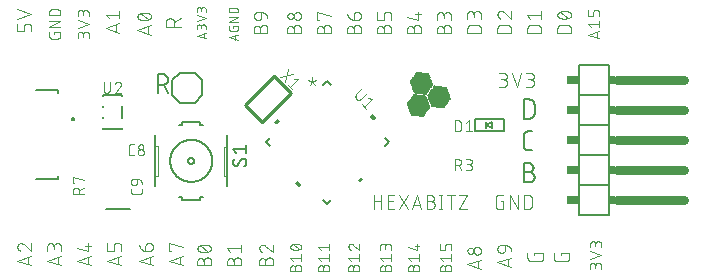
<source format=gbr>
G04 EAGLE Gerber RS-274X export*
G75*
%MOMM*%
%FSLAX34Y34*%
%LPD*%
%INSilkscreen Top*%
%IPPOS*%
%AMOC8*
5,1,8,0,0,1.08239X$1,22.5*%
G01*
%ADD10C,0.101600*%
%ADD11C,0.152400*%
%ADD12C,0.076200*%
%ADD13R,0.014731X0.014731*%
%ADD14R,0.147319X0.014731*%
%ADD15R,0.265175X0.014731*%
%ADD16R,0.383031X0.014731*%
%ADD17R,0.515619X0.014731*%
%ADD18R,0.633475X0.014731*%
%ADD19R,0.751331X0.014731*%
%ADD20R,0.883919X0.014731*%
%ADD21R,1.001775X0.014731*%
%ADD22R,1.119631X0.014731*%
%ADD23R,1.134363X0.014731*%
%ADD24R,1.149094X0.014731*%
%ADD25R,1.163825X0.014731*%
%ADD26R,1.178556X0.014731*%
%ADD27R,1.193288X0.014731*%
%ADD28R,1.222756X0.014731*%
%ADD29R,1.237488X0.014731*%
%ADD30R,1.266950X0.014731*%
%ADD31R,1.281681X0.014731*%
%ADD32R,1.311144X0.014731*%
%ADD33R,1.325881X0.014731*%
%ADD34R,1.355344X0.014731*%
%ADD35R,1.370075X0.014731*%
%ADD36R,1.384806X0.014731*%
%ADD37R,1.399538X0.014731*%
%ADD38R,1.414275X0.014731*%
%ADD39R,1.443738X0.014731*%
%ADD40R,1.458469X0.014731*%
%ADD41R,1.487931X0.014731*%
%ADD42R,1.502663X0.014731*%
%ADD43R,1.517394X0.014731*%
%ADD44R,1.532125X0.014731*%
%ADD45R,1.546856X0.014731*%
%ADD46R,1.576319X0.014731*%
%ADD47R,1.605788X0.014731*%
%ADD48R,1.620519X0.014731*%
%ADD49R,1.649981X0.014731*%
%ADD50R,1.664713X0.014731*%
%ADD51R,1.694175X0.014731*%
%ADD52R,1.708913X0.014731*%
%ADD53R,1.738375X0.014731*%
%ADD54R,1.753106X0.014731*%
%ADD55R,1.767838X0.014731*%
%ADD56R,1.782569X0.014731*%
%ADD57R,1.797306X0.014731*%
%ADD58R,0.117856X0.014731*%
%ADD59R,1.826769X0.014731*%
%ADD60R,0.235713X0.014731*%
%ADD61R,0.353569X0.014731*%
%ADD62R,1.856231X0.014731*%
%ADD63R,0.486156X0.014731*%
%ADD64R,1.870963X0.014731*%
%ADD65R,0.604013X0.014731*%
%ADD66R,0.721869X0.014731*%
%ADD67R,1.885694X0.014731*%
%ADD68R,0.839719X0.014731*%
%ADD69R,0.972306X0.014731*%
%ADD70R,1.090169X0.014731*%
%ADD71R,1.208025X0.014731*%
%ADD72R,1.252219X0.014731*%
%ADD73R,1.296412X0.014731*%
%ADD74R,1.340612X0.014731*%
%ADD75R,1.826763X0.014731*%
%ADD76R,1.414269X0.014731*%
%ADD77R,1.812031X0.014731*%
%ADD78R,1.429000X0.014731*%
%ADD79R,1.458462X0.014731*%
%ADD80R,1.473200X0.014731*%
%ADD81R,1.723644X0.014731*%
%ADD82R,1.694181X0.014731*%
%ADD83R,1.679450X0.014731*%
%ADD84R,1.561594X0.014731*%
%ADD85R,1.576325X0.014731*%
%ADD86R,1.591056X0.014731*%
%ADD87R,1.635250X0.014731*%
%ADD88R,1.561588X0.014731*%
%ADD89R,1.443731X0.014731*%
%ADD90R,1.797300X0.014731*%
%ADD91R,1.841500X0.014731*%
%ADD92R,1.311150X0.014731*%
%ADD93R,1.296419X0.014731*%
%ADD94R,1.193294X0.014731*%
%ADD95R,0.957575X0.014731*%
%ADD96R,0.589281X0.014731*%
%ADD97R,0.471425X0.014731*%
%ADD98R,0.220975X0.014731*%
%ADD99R,1.812038X0.014731*%
%ADD100R,0.103119X0.014731*%
%ADD101R,0.029463X0.014731*%
%ADD102R,0.162050X0.014731*%
%ADD103R,0.397763X0.014731*%
%ADD104R,0.648206X0.014731*%
%ADD105R,1.679444X0.014731*%
%ADD106R,1.016506X0.014731*%
%ADD107R,1.104900X0.014731*%
%ADD108R,1.222750X0.014731*%
%ADD109R,1.429006X0.014731*%
%ADD110R,1.208019X0.014731*%
%ADD111R,0.987044X0.014731*%
%ADD112R,0.854456X0.014731*%
%ADD113R,0.618744X0.014731*%
%ADD114R,0.500888X0.014731*%
%ADD115R,0.368300X0.014731*%
%ADD116R,0.132587X0.014731*%
%ADD117R,1.664719X0.014731*%
%ADD118R,1.075438X0.014731*%
%ADD119R,0.942844X0.014731*%
%ADD120R,0.707131X0.014731*%
%ADD121R,0.456694X0.014731*%
%ADD122R,0.088388X0.014731*%
%ADD123C,0.127000*%
%ADD124C,0.177800*%
%ADD125C,0.762000*%
%ADD126R,0.508000X0.762000*%
%ADD127R,1.016000X0.762000*%
%ADD128C,0.050800*%
%ADD129C,0.200000*%
%ADD130C,0.254000*%

G36*
X486595Y154751D02*
X486595Y154751D01*
X486597Y154750D01*
X486680Y154787D01*
X489374Y157481D01*
X489375Y157483D01*
X489377Y157484D01*
X489393Y157529D01*
X489411Y157573D01*
X489410Y157575D01*
X489411Y157577D01*
X489374Y157660D01*
X487578Y159456D01*
X487576Y159457D01*
X487575Y159459D01*
X487531Y159475D01*
X487487Y159493D01*
X487485Y159492D01*
X487483Y159493D01*
X487400Y159456D01*
X484706Y156762D01*
X484705Y156760D01*
X484703Y156759D01*
X484686Y156714D01*
X484669Y156671D01*
X484669Y156669D01*
X484669Y156666D01*
X484706Y156583D01*
X486502Y154787D01*
X486504Y154786D01*
X486505Y154784D01*
X486549Y154768D01*
X486593Y154750D01*
X486595Y154751D01*
G37*
G36*
X568699Y158287D02*
X568699Y158287D01*
X568701Y158287D01*
X568784Y158323D01*
X570581Y160119D01*
X570581Y160122D01*
X570583Y160122D01*
X570600Y160167D01*
X570617Y160211D01*
X570617Y160213D01*
X570617Y160215D01*
X570581Y160298D01*
X567886Y162992D01*
X567884Y162993D01*
X567884Y162995D01*
X567839Y163011D01*
X567795Y163029D01*
X567793Y163028D01*
X567791Y163029D01*
X567708Y162992D01*
X565912Y161196D01*
X565911Y161194D01*
X565909Y161193D01*
X565893Y161149D01*
X565875Y161105D01*
X565876Y161103D01*
X565875Y161101D01*
X565912Y161018D01*
X568606Y158323D01*
X568608Y158323D01*
X568609Y158321D01*
X568653Y158304D01*
X568697Y158287D01*
X568699Y158287D01*
G37*
G36*
X557192Y105372D02*
X557192Y105372D01*
X557194Y105371D01*
X557277Y105408D01*
X559971Y108102D01*
X559972Y108104D01*
X559974Y108105D01*
X559990Y108149D01*
X560008Y108193D01*
X560007Y108195D01*
X560008Y108197D01*
X559971Y108280D01*
X558175Y110077D01*
X558173Y110077D01*
X558172Y110079D01*
X558128Y110096D01*
X558084Y110113D01*
X558082Y110113D01*
X558080Y110113D01*
X557996Y110077D01*
X555302Y107382D01*
X555302Y107380D01*
X555300Y107380D01*
X555283Y107335D01*
X555265Y107291D01*
X555266Y107289D01*
X555266Y107287D01*
X555302Y107204D01*
X557098Y105408D01*
X557100Y105407D01*
X557101Y105405D01*
X557146Y105389D01*
X557190Y105371D01*
X557192Y105372D01*
G37*
G36*
X505175Y101836D02*
X505175Y101836D01*
X505177Y101835D01*
X505260Y101872D01*
X507056Y103668D01*
X507057Y103670D01*
X507059Y103671D01*
X507075Y103715D01*
X507093Y103759D01*
X507092Y103761D01*
X507093Y103763D01*
X507056Y103846D01*
X504362Y106540D01*
X504360Y106541D01*
X504359Y106543D01*
X504315Y106559D01*
X504271Y106577D01*
X504269Y106576D01*
X504267Y106577D01*
X504184Y106540D01*
X502387Y104744D01*
X502387Y104742D01*
X502385Y104741D01*
X502368Y104697D01*
X502351Y104653D01*
X502351Y104651D01*
X502351Y104649D01*
X502387Y104566D01*
X505082Y101872D01*
X505084Y101871D01*
X505084Y101869D01*
X505129Y101852D01*
X505173Y101835D01*
X505175Y101836D01*
G37*
D10*
X675196Y186246D02*
X678441Y186246D01*
X678441Y186245D02*
X678554Y186247D01*
X678667Y186253D01*
X678780Y186263D01*
X678893Y186277D01*
X679005Y186294D01*
X679116Y186316D01*
X679226Y186341D01*
X679336Y186371D01*
X679444Y186404D01*
X679551Y186441D01*
X679657Y186481D01*
X679761Y186526D01*
X679864Y186574D01*
X679965Y186625D01*
X680064Y186680D01*
X680161Y186738D01*
X680256Y186800D01*
X680349Y186865D01*
X680439Y186933D01*
X680527Y187004D01*
X680613Y187079D01*
X680696Y187156D01*
X680776Y187236D01*
X680853Y187319D01*
X680928Y187405D01*
X680999Y187493D01*
X681067Y187583D01*
X681132Y187676D01*
X681194Y187771D01*
X681252Y187868D01*
X681307Y187967D01*
X681358Y188068D01*
X681406Y188171D01*
X681451Y188275D01*
X681491Y188381D01*
X681528Y188488D01*
X681561Y188596D01*
X681591Y188706D01*
X681616Y188816D01*
X681638Y188927D01*
X681655Y189039D01*
X681669Y189152D01*
X681679Y189265D01*
X681685Y189378D01*
X681687Y189491D01*
X681685Y189604D01*
X681679Y189717D01*
X681669Y189830D01*
X681655Y189943D01*
X681638Y190055D01*
X681616Y190166D01*
X681591Y190276D01*
X681561Y190386D01*
X681528Y190494D01*
X681491Y190601D01*
X681451Y190707D01*
X681406Y190811D01*
X681358Y190914D01*
X681307Y191015D01*
X681252Y191114D01*
X681194Y191211D01*
X681132Y191306D01*
X681067Y191399D01*
X680999Y191489D01*
X680928Y191577D01*
X680853Y191663D01*
X680776Y191746D01*
X680696Y191826D01*
X680613Y191903D01*
X680527Y191978D01*
X680439Y192049D01*
X680349Y192117D01*
X680256Y192182D01*
X680161Y192244D01*
X680064Y192302D01*
X679965Y192357D01*
X679864Y192408D01*
X679761Y192456D01*
X679657Y192501D01*
X679551Y192541D01*
X679444Y192578D01*
X679336Y192611D01*
X679226Y192641D01*
X679116Y192666D01*
X679005Y192688D01*
X678893Y192705D01*
X678780Y192719D01*
X678667Y192729D01*
X678554Y192735D01*
X678441Y192737D01*
X679090Y197930D02*
X675196Y197930D01*
X679090Y197929D02*
X679191Y197927D01*
X679291Y197921D01*
X679391Y197911D01*
X679491Y197898D01*
X679590Y197880D01*
X679689Y197859D01*
X679786Y197834D01*
X679883Y197805D01*
X679978Y197772D01*
X680072Y197736D01*
X680164Y197696D01*
X680255Y197653D01*
X680344Y197606D01*
X680431Y197556D01*
X680517Y197502D01*
X680600Y197445D01*
X680680Y197385D01*
X680759Y197322D01*
X680835Y197255D01*
X680908Y197186D01*
X680978Y197114D01*
X681046Y197040D01*
X681111Y196963D01*
X681172Y196883D01*
X681231Y196801D01*
X681286Y196717D01*
X681338Y196631D01*
X681387Y196543D01*
X681432Y196453D01*
X681474Y196361D01*
X681512Y196268D01*
X681546Y196173D01*
X681577Y196078D01*
X681604Y195981D01*
X681627Y195883D01*
X681647Y195784D01*
X681662Y195684D01*
X681674Y195584D01*
X681682Y195484D01*
X681686Y195383D01*
X681686Y195283D01*
X681682Y195182D01*
X681674Y195082D01*
X681662Y194982D01*
X681647Y194882D01*
X681627Y194783D01*
X681604Y194685D01*
X681577Y194588D01*
X681546Y194493D01*
X681512Y194398D01*
X681474Y194305D01*
X681432Y194213D01*
X681387Y194123D01*
X681338Y194035D01*
X681286Y193949D01*
X681231Y193865D01*
X681172Y193783D01*
X681111Y193703D01*
X681046Y193626D01*
X680978Y193552D01*
X680908Y193480D01*
X680835Y193411D01*
X680759Y193344D01*
X680680Y193281D01*
X680600Y193221D01*
X680517Y193164D01*
X680431Y193110D01*
X680344Y193060D01*
X680255Y193013D01*
X680164Y192970D01*
X680072Y192930D01*
X679978Y192894D01*
X679883Y192861D01*
X679786Y192832D01*
X679689Y192807D01*
X679590Y192786D01*
X679491Y192768D01*
X679391Y192755D01*
X679291Y192745D01*
X679191Y192739D01*
X679090Y192737D01*
X676494Y192737D01*
X685976Y197930D02*
X689871Y186246D01*
X693766Y197930D01*
X698055Y186246D02*
X701301Y186246D01*
X701301Y186245D02*
X701414Y186247D01*
X701527Y186253D01*
X701640Y186263D01*
X701753Y186277D01*
X701865Y186294D01*
X701976Y186316D01*
X702086Y186341D01*
X702196Y186371D01*
X702304Y186404D01*
X702411Y186441D01*
X702517Y186481D01*
X702621Y186526D01*
X702724Y186574D01*
X702825Y186625D01*
X702924Y186680D01*
X703021Y186738D01*
X703116Y186800D01*
X703209Y186865D01*
X703299Y186933D01*
X703387Y187004D01*
X703473Y187079D01*
X703556Y187156D01*
X703636Y187236D01*
X703713Y187319D01*
X703788Y187405D01*
X703859Y187493D01*
X703927Y187583D01*
X703992Y187676D01*
X704054Y187771D01*
X704112Y187868D01*
X704167Y187967D01*
X704218Y188068D01*
X704266Y188171D01*
X704311Y188275D01*
X704351Y188381D01*
X704388Y188488D01*
X704421Y188596D01*
X704451Y188706D01*
X704476Y188816D01*
X704498Y188927D01*
X704515Y189039D01*
X704529Y189152D01*
X704539Y189265D01*
X704545Y189378D01*
X704547Y189491D01*
X704545Y189604D01*
X704539Y189717D01*
X704529Y189830D01*
X704515Y189943D01*
X704498Y190055D01*
X704476Y190166D01*
X704451Y190276D01*
X704421Y190386D01*
X704388Y190494D01*
X704351Y190601D01*
X704311Y190707D01*
X704266Y190811D01*
X704218Y190914D01*
X704167Y191015D01*
X704112Y191114D01*
X704054Y191211D01*
X703992Y191306D01*
X703927Y191399D01*
X703859Y191489D01*
X703788Y191577D01*
X703713Y191663D01*
X703636Y191746D01*
X703556Y191826D01*
X703473Y191903D01*
X703387Y191978D01*
X703299Y192049D01*
X703209Y192117D01*
X703116Y192182D01*
X703021Y192244D01*
X702924Y192302D01*
X702825Y192357D01*
X702724Y192408D01*
X702621Y192456D01*
X702517Y192501D01*
X702411Y192541D01*
X702304Y192578D01*
X702196Y192611D01*
X702086Y192641D01*
X701976Y192666D01*
X701865Y192688D01*
X701753Y192705D01*
X701640Y192719D01*
X701527Y192729D01*
X701414Y192735D01*
X701301Y192737D01*
X701950Y197930D02*
X698055Y197930D01*
X701950Y197929D02*
X702051Y197927D01*
X702151Y197921D01*
X702251Y197911D01*
X702351Y197898D01*
X702450Y197880D01*
X702549Y197859D01*
X702646Y197834D01*
X702743Y197805D01*
X702838Y197772D01*
X702932Y197736D01*
X703024Y197696D01*
X703115Y197653D01*
X703204Y197606D01*
X703291Y197556D01*
X703377Y197502D01*
X703460Y197445D01*
X703540Y197385D01*
X703619Y197322D01*
X703695Y197255D01*
X703768Y197186D01*
X703838Y197114D01*
X703906Y197040D01*
X703971Y196963D01*
X704032Y196883D01*
X704091Y196801D01*
X704146Y196717D01*
X704198Y196631D01*
X704247Y196543D01*
X704292Y196453D01*
X704334Y196361D01*
X704372Y196268D01*
X704406Y196173D01*
X704437Y196078D01*
X704464Y195981D01*
X704487Y195883D01*
X704507Y195784D01*
X704522Y195684D01*
X704534Y195584D01*
X704542Y195484D01*
X704546Y195383D01*
X704546Y195283D01*
X704542Y195182D01*
X704534Y195082D01*
X704522Y194982D01*
X704507Y194882D01*
X704487Y194783D01*
X704464Y194685D01*
X704437Y194588D01*
X704406Y194493D01*
X704372Y194398D01*
X704334Y194305D01*
X704292Y194213D01*
X704247Y194123D01*
X704198Y194035D01*
X704146Y193949D01*
X704091Y193865D01*
X704032Y193783D01*
X703971Y193703D01*
X703906Y193626D01*
X703838Y193552D01*
X703768Y193480D01*
X703695Y193411D01*
X703619Y193344D01*
X703540Y193281D01*
X703460Y193221D01*
X703377Y193164D01*
X703291Y193110D01*
X703204Y193060D01*
X703115Y193013D01*
X703024Y192970D01*
X702932Y192930D01*
X702838Y192894D01*
X702743Y192861D01*
X702646Y192832D01*
X702549Y192807D01*
X702450Y192786D01*
X702351Y192768D01*
X702251Y192755D01*
X702151Y192745D01*
X702051Y192739D01*
X701950Y192737D01*
X699354Y192737D01*
D11*
X696087Y175768D02*
X696087Y159512D01*
X696087Y175768D02*
X700603Y175768D01*
X700734Y175766D01*
X700866Y175760D01*
X700997Y175751D01*
X701127Y175737D01*
X701258Y175720D01*
X701387Y175699D01*
X701516Y175675D01*
X701644Y175646D01*
X701772Y175614D01*
X701898Y175578D01*
X702023Y175539D01*
X702148Y175496D01*
X702270Y175449D01*
X702392Y175399D01*
X702512Y175345D01*
X702630Y175288D01*
X702746Y175227D01*
X702861Y175163D01*
X702974Y175096D01*
X703085Y175025D01*
X703193Y174951D01*
X703300Y174874D01*
X703404Y174794D01*
X703506Y174711D01*
X703605Y174626D01*
X703702Y174537D01*
X703796Y174445D01*
X703888Y174351D01*
X703977Y174254D01*
X704062Y174155D01*
X704145Y174053D01*
X704225Y173949D01*
X704302Y173842D01*
X704376Y173734D01*
X704447Y173623D01*
X704514Y173510D01*
X704578Y173395D01*
X704639Y173279D01*
X704696Y173161D01*
X704750Y173041D01*
X704800Y172919D01*
X704847Y172797D01*
X704890Y172672D01*
X704929Y172547D01*
X704965Y172421D01*
X704997Y172293D01*
X705026Y172165D01*
X705050Y172036D01*
X705071Y171907D01*
X705088Y171776D01*
X705102Y171646D01*
X705111Y171515D01*
X705117Y171383D01*
X705119Y171252D01*
X705118Y171252D02*
X705118Y164028D01*
X705119Y164028D02*
X705117Y163897D01*
X705111Y163765D01*
X705102Y163634D01*
X705088Y163504D01*
X705071Y163373D01*
X705050Y163244D01*
X705026Y163115D01*
X704997Y162987D01*
X704965Y162859D01*
X704929Y162733D01*
X704890Y162608D01*
X704847Y162483D01*
X704800Y162361D01*
X704750Y162239D01*
X704696Y162119D01*
X704639Y162001D01*
X704578Y161885D01*
X704514Y161770D01*
X704447Y161657D01*
X704376Y161546D01*
X704302Y161438D01*
X704225Y161331D01*
X704145Y161227D01*
X704062Y161125D01*
X703977Y161026D01*
X703888Y160929D01*
X703796Y160835D01*
X703702Y160743D01*
X703605Y160654D01*
X703506Y160569D01*
X703404Y160486D01*
X703300Y160406D01*
X703193Y160329D01*
X703085Y160255D01*
X702974Y160184D01*
X702861Y160117D01*
X702746Y160053D01*
X702630Y159992D01*
X702512Y159935D01*
X702392Y159881D01*
X702270Y159831D01*
X702148Y159784D01*
X702023Y159741D01*
X701898Y159702D01*
X701772Y159666D01*
X701644Y159634D01*
X701516Y159605D01*
X701387Y159581D01*
X701257Y159560D01*
X701127Y159543D01*
X700997Y159529D01*
X700866Y159520D01*
X700734Y159514D01*
X700603Y159512D01*
X696087Y159512D01*
X699699Y132525D02*
X703312Y132525D01*
X699699Y132525D02*
X699581Y132527D01*
X699463Y132533D01*
X699345Y132542D01*
X699228Y132556D01*
X699111Y132573D01*
X698994Y132594D01*
X698879Y132619D01*
X698764Y132648D01*
X698650Y132681D01*
X698538Y132717D01*
X698427Y132757D01*
X698317Y132800D01*
X698208Y132847D01*
X698101Y132897D01*
X697996Y132952D01*
X697893Y133009D01*
X697792Y133070D01*
X697692Y133134D01*
X697595Y133201D01*
X697500Y133271D01*
X697408Y133345D01*
X697317Y133421D01*
X697230Y133501D01*
X697145Y133583D01*
X697063Y133668D01*
X696983Y133755D01*
X696907Y133846D01*
X696833Y133938D01*
X696763Y134033D01*
X696696Y134130D01*
X696632Y134230D01*
X696571Y134331D01*
X696514Y134434D01*
X696459Y134539D01*
X696409Y134646D01*
X696362Y134755D01*
X696319Y134865D01*
X696279Y134976D01*
X696243Y135088D01*
X696210Y135202D01*
X696181Y135317D01*
X696156Y135432D01*
X696135Y135549D01*
X696118Y135666D01*
X696104Y135783D01*
X696095Y135901D01*
X696089Y136019D01*
X696087Y136137D01*
X696087Y145168D01*
X696089Y145286D01*
X696095Y145404D01*
X696104Y145522D01*
X696118Y145639D01*
X696135Y145756D01*
X696156Y145873D01*
X696181Y145988D01*
X696210Y146103D01*
X696243Y146217D01*
X696279Y146329D01*
X696319Y146440D01*
X696362Y146550D01*
X696409Y146659D01*
X696459Y146766D01*
X696513Y146871D01*
X696571Y146974D01*
X696632Y147075D01*
X696696Y147175D01*
X696763Y147272D01*
X696833Y147367D01*
X696907Y147459D01*
X696983Y147550D01*
X697063Y147637D01*
X697145Y147722D01*
X697230Y147804D01*
X697317Y147884D01*
X697408Y147960D01*
X697500Y148034D01*
X697595Y148104D01*
X697692Y148171D01*
X697792Y148235D01*
X697893Y148296D01*
X697996Y148353D01*
X698101Y148407D01*
X698208Y148458D01*
X698317Y148505D01*
X698427Y148548D01*
X698538Y148588D01*
X698650Y148624D01*
X698764Y148657D01*
X698879Y148686D01*
X698994Y148711D01*
X699111Y148732D01*
X699228Y148749D01*
X699345Y148763D01*
X699463Y148772D01*
X699581Y148778D01*
X699699Y148780D01*
X699699Y148781D02*
X703312Y148781D01*
X700603Y114568D02*
X696087Y114568D01*
X700603Y114569D02*
X700736Y114567D01*
X700868Y114561D01*
X701000Y114551D01*
X701132Y114538D01*
X701264Y114520D01*
X701394Y114499D01*
X701525Y114474D01*
X701654Y114445D01*
X701782Y114412D01*
X701910Y114376D01*
X702036Y114336D01*
X702161Y114292D01*
X702285Y114244D01*
X702407Y114193D01*
X702528Y114138D01*
X702647Y114080D01*
X702765Y114018D01*
X702880Y113953D01*
X702994Y113884D01*
X703105Y113813D01*
X703214Y113737D01*
X703321Y113659D01*
X703426Y113578D01*
X703528Y113493D01*
X703628Y113406D01*
X703725Y113316D01*
X703820Y113223D01*
X703911Y113127D01*
X704000Y113029D01*
X704086Y112928D01*
X704169Y112824D01*
X704249Y112718D01*
X704325Y112610D01*
X704399Y112500D01*
X704469Y112387D01*
X704536Y112273D01*
X704599Y112156D01*
X704659Y112038D01*
X704716Y111918D01*
X704769Y111796D01*
X704818Y111673D01*
X704864Y111549D01*
X704906Y111423D01*
X704944Y111296D01*
X704979Y111168D01*
X705010Y111039D01*
X705037Y110910D01*
X705060Y110779D01*
X705080Y110648D01*
X705095Y110516D01*
X705107Y110384D01*
X705115Y110252D01*
X705119Y110119D01*
X705119Y109987D01*
X705115Y109854D01*
X705107Y109722D01*
X705095Y109590D01*
X705080Y109458D01*
X705060Y109327D01*
X705037Y109196D01*
X705010Y109067D01*
X704979Y108938D01*
X704944Y108810D01*
X704906Y108683D01*
X704864Y108557D01*
X704818Y108433D01*
X704769Y108310D01*
X704716Y108188D01*
X704659Y108068D01*
X704599Y107950D01*
X704536Y107833D01*
X704469Y107719D01*
X704399Y107606D01*
X704325Y107496D01*
X704249Y107388D01*
X704169Y107282D01*
X704086Y107178D01*
X704000Y107077D01*
X703911Y106979D01*
X703820Y106883D01*
X703725Y106790D01*
X703628Y106700D01*
X703528Y106613D01*
X703426Y106528D01*
X703321Y106447D01*
X703214Y106369D01*
X703105Y106293D01*
X702994Y106222D01*
X702880Y106153D01*
X702765Y106088D01*
X702647Y106026D01*
X702528Y105968D01*
X702407Y105913D01*
X702285Y105862D01*
X702161Y105814D01*
X702036Y105770D01*
X701910Y105730D01*
X701782Y105694D01*
X701654Y105661D01*
X701525Y105632D01*
X701394Y105607D01*
X701264Y105586D01*
X701132Y105568D01*
X701000Y105555D01*
X700868Y105545D01*
X700736Y105539D01*
X700603Y105537D01*
X696087Y105537D01*
X696087Y121793D01*
X700603Y121793D01*
X700722Y121791D01*
X700842Y121785D01*
X700961Y121775D01*
X701079Y121761D01*
X701198Y121744D01*
X701315Y121722D01*
X701432Y121697D01*
X701547Y121667D01*
X701662Y121634D01*
X701776Y121597D01*
X701888Y121557D01*
X701999Y121512D01*
X702108Y121464D01*
X702216Y121413D01*
X702322Y121358D01*
X702426Y121299D01*
X702528Y121237D01*
X702628Y121172D01*
X702726Y121103D01*
X702822Y121031D01*
X702915Y120956D01*
X703005Y120879D01*
X703093Y120798D01*
X703178Y120714D01*
X703260Y120627D01*
X703340Y120538D01*
X703416Y120446D01*
X703490Y120352D01*
X703560Y120255D01*
X703627Y120157D01*
X703691Y120056D01*
X703751Y119952D01*
X703808Y119847D01*
X703861Y119740D01*
X703911Y119632D01*
X703957Y119522D01*
X703999Y119410D01*
X704038Y119297D01*
X704073Y119183D01*
X704104Y119068D01*
X704132Y118951D01*
X704155Y118834D01*
X704175Y118717D01*
X704191Y118598D01*
X704203Y118479D01*
X704211Y118360D01*
X704215Y118241D01*
X704215Y118121D01*
X704211Y118002D01*
X704203Y117883D01*
X704191Y117764D01*
X704175Y117645D01*
X704155Y117528D01*
X704132Y117411D01*
X704104Y117294D01*
X704073Y117179D01*
X704038Y117065D01*
X703999Y116952D01*
X703957Y116840D01*
X703911Y116730D01*
X703861Y116622D01*
X703808Y116515D01*
X703751Y116410D01*
X703691Y116306D01*
X703627Y116205D01*
X703560Y116107D01*
X703490Y116010D01*
X703416Y115916D01*
X703340Y115824D01*
X703260Y115735D01*
X703178Y115648D01*
X703093Y115564D01*
X703005Y115483D01*
X702915Y115406D01*
X702822Y115331D01*
X702726Y115259D01*
X702628Y115190D01*
X702528Y115125D01*
X702426Y115063D01*
X702322Y115004D01*
X702216Y114949D01*
X702108Y114898D01*
X701999Y114850D01*
X701888Y114805D01*
X701776Y114765D01*
X701662Y114728D01*
X701547Y114695D01*
X701432Y114665D01*
X701315Y114640D01*
X701198Y114618D01*
X701079Y114601D01*
X700961Y114587D01*
X700842Y114577D01*
X700722Y114571D01*
X700603Y114569D01*
D10*
X678512Y89549D02*
X676564Y89549D01*
X678512Y89549D02*
X678512Y83058D01*
X674617Y83058D01*
X674518Y83060D01*
X674418Y83066D01*
X674319Y83075D01*
X674221Y83088D01*
X674123Y83105D01*
X674025Y83126D01*
X673929Y83151D01*
X673834Y83179D01*
X673740Y83211D01*
X673647Y83246D01*
X673555Y83285D01*
X673465Y83328D01*
X673377Y83373D01*
X673290Y83423D01*
X673206Y83475D01*
X673123Y83531D01*
X673043Y83589D01*
X672965Y83651D01*
X672890Y83716D01*
X672817Y83784D01*
X672747Y83854D01*
X672679Y83927D01*
X672614Y84002D01*
X672552Y84080D01*
X672494Y84160D01*
X672438Y84243D01*
X672386Y84327D01*
X672336Y84414D01*
X672291Y84502D01*
X672248Y84592D01*
X672209Y84684D01*
X672174Y84777D01*
X672142Y84871D01*
X672114Y84966D01*
X672089Y85062D01*
X672068Y85160D01*
X672051Y85258D01*
X672038Y85356D01*
X672029Y85455D01*
X672023Y85555D01*
X672021Y85654D01*
X672021Y92146D01*
X672023Y92245D01*
X672029Y92345D01*
X672038Y92444D01*
X672051Y92542D01*
X672068Y92640D01*
X672089Y92738D01*
X672114Y92834D01*
X672142Y92929D01*
X672174Y93023D01*
X672209Y93116D01*
X672248Y93208D01*
X672291Y93298D01*
X672336Y93386D01*
X672386Y93473D01*
X672438Y93557D01*
X672494Y93640D01*
X672552Y93720D01*
X672614Y93798D01*
X672679Y93873D01*
X672747Y93946D01*
X672817Y94016D01*
X672890Y94084D01*
X672965Y94149D01*
X673043Y94211D01*
X673123Y94269D01*
X673206Y94325D01*
X673290Y94377D01*
X673377Y94427D01*
X673465Y94472D01*
X673555Y94515D01*
X673647Y94554D01*
X673739Y94589D01*
X673834Y94621D01*
X673929Y94649D01*
X674025Y94674D01*
X674123Y94695D01*
X674221Y94712D01*
X674319Y94725D01*
X674418Y94734D01*
X674518Y94740D01*
X674617Y94742D01*
X678512Y94742D01*
X684212Y94742D02*
X684212Y83058D01*
X690704Y83058D02*
X684212Y94742D01*
X690704Y94742D02*
X690704Y83058D01*
X696404Y83058D02*
X696404Y94742D01*
X699650Y94742D01*
X699763Y94740D01*
X699876Y94734D01*
X699989Y94724D01*
X700102Y94710D01*
X700214Y94693D01*
X700325Y94671D01*
X700435Y94646D01*
X700545Y94616D01*
X700653Y94583D01*
X700760Y94546D01*
X700866Y94506D01*
X700970Y94461D01*
X701073Y94413D01*
X701174Y94362D01*
X701273Y94307D01*
X701370Y94249D01*
X701465Y94187D01*
X701558Y94122D01*
X701648Y94054D01*
X701736Y93983D01*
X701822Y93908D01*
X701905Y93831D01*
X701985Y93751D01*
X702062Y93668D01*
X702137Y93582D01*
X702208Y93494D01*
X702276Y93404D01*
X702341Y93311D01*
X702403Y93216D01*
X702461Y93119D01*
X702516Y93020D01*
X702567Y92919D01*
X702615Y92816D01*
X702660Y92712D01*
X702700Y92606D01*
X702737Y92499D01*
X702770Y92391D01*
X702800Y92281D01*
X702825Y92171D01*
X702847Y92060D01*
X702864Y91948D01*
X702878Y91835D01*
X702888Y91722D01*
X702894Y91609D01*
X702896Y91496D01*
X702896Y86304D01*
X702894Y86191D01*
X702888Y86078D01*
X702878Y85965D01*
X702864Y85852D01*
X702847Y85740D01*
X702825Y85629D01*
X702800Y85519D01*
X702770Y85409D01*
X702737Y85301D01*
X702700Y85194D01*
X702660Y85088D01*
X702615Y84984D01*
X702567Y84881D01*
X702516Y84780D01*
X702461Y84681D01*
X702403Y84584D01*
X702341Y84489D01*
X702276Y84396D01*
X702208Y84306D01*
X702137Y84218D01*
X702062Y84132D01*
X701985Y84049D01*
X701905Y83969D01*
X701822Y83892D01*
X701736Y83817D01*
X701648Y83746D01*
X701558Y83678D01*
X701465Y83613D01*
X701370Y83551D01*
X701273Y83493D01*
X701174Y83438D01*
X701073Y83387D01*
X700970Y83339D01*
X700866Y83294D01*
X700760Y83254D01*
X700653Y83217D01*
X700545Y83184D01*
X700435Y83154D01*
X700325Y83129D01*
X700214Y83107D01*
X700102Y83090D01*
X699989Y83076D01*
X699876Y83066D01*
X699763Y83060D01*
X699650Y83058D01*
X696404Y83058D01*
X516841Y190789D02*
X516841Y194684D01*
X516841Y190789D02*
X519113Y187868D01*
X516841Y190789D02*
X514569Y187868D01*
X516841Y190789D02*
X520411Y192088D01*
X516841Y190789D02*
X513271Y192088D01*
D12*
X327767Y227858D02*
X327767Y230469D01*
X327765Y230570D01*
X327759Y230671D01*
X327749Y230772D01*
X327736Y230872D01*
X327718Y230972D01*
X327697Y231071D01*
X327671Y231169D01*
X327642Y231266D01*
X327610Y231362D01*
X327573Y231456D01*
X327533Y231549D01*
X327489Y231641D01*
X327442Y231730D01*
X327391Y231818D01*
X327337Y231904D01*
X327280Y231987D01*
X327220Y232069D01*
X327156Y232147D01*
X327090Y232224D01*
X327020Y232297D01*
X326948Y232368D01*
X326873Y232436D01*
X326795Y232501D01*
X326715Y232563D01*
X326633Y232622D01*
X326548Y232678D01*
X326462Y232730D01*
X326373Y232779D01*
X326282Y232825D01*
X326190Y232866D01*
X326096Y232905D01*
X326001Y232939D01*
X325905Y232970D01*
X325807Y232997D01*
X325709Y233021D01*
X325609Y233040D01*
X325509Y233056D01*
X325409Y233068D01*
X325308Y233076D01*
X325207Y233080D01*
X325105Y233080D01*
X325004Y233076D01*
X324903Y233068D01*
X324803Y233056D01*
X324703Y233040D01*
X324603Y233021D01*
X324505Y232997D01*
X324407Y232970D01*
X324311Y232939D01*
X324216Y232905D01*
X324122Y232866D01*
X324030Y232825D01*
X323939Y232779D01*
X323851Y232730D01*
X323764Y232678D01*
X323679Y232622D01*
X323597Y232563D01*
X323517Y232501D01*
X323439Y232436D01*
X323364Y232368D01*
X323292Y232297D01*
X323222Y232224D01*
X323156Y232147D01*
X323092Y232069D01*
X323032Y231987D01*
X322975Y231904D01*
X322921Y231818D01*
X322870Y231730D01*
X322823Y231641D01*
X322779Y231549D01*
X322739Y231456D01*
X322702Y231362D01*
X322670Y231266D01*
X322641Y231169D01*
X322615Y231071D01*
X322594Y230972D01*
X322576Y230872D01*
X322563Y230772D01*
X322553Y230671D01*
X322547Y230570D01*
X322545Y230469D01*
X318369Y230991D02*
X318369Y227858D01*
X318369Y230991D02*
X318371Y231081D01*
X318377Y231170D01*
X318386Y231260D01*
X318400Y231349D01*
X318417Y231437D01*
X318438Y231524D01*
X318463Y231611D01*
X318492Y231696D01*
X318524Y231780D01*
X318559Y231862D01*
X318599Y231943D01*
X318641Y232022D01*
X318687Y232099D01*
X318737Y232174D01*
X318789Y232247D01*
X318845Y232318D01*
X318903Y232386D01*
X318965Y232451D01*
X319029Y232514D01*
X319096Y232574D01*
X319165Y232631D01*
X319237Y232685D01*
X319311Y232736D01*
X319387Y232784D01*
X319465Y232828D01*
X319545Y232869D01*
X319627Y232907D01*
X319710Y232941D01*
X319795Y232971D01*
X319881Y232998D01*
X319967Y233021D01*
X320055Y233040D01*
X320144Y233055D01*
X320233Y233067D01*
X320322Y233075D01*
X320412Y233079D01*
X320502Y233079D01*
X320592Y233075D01*
X320681Y233067D01*
X320770Y233055D01*
X320859Y233040D01*
X320947Y233021D01*
X321033Y232998D01*
X321119Y232971D01*
X321204Y232941D01*
X321287Y232907D01*
X321369Y232869D01*
X321449Y232828D01*
X321527Y232784D01*
X321603Y232736D01*
X321677Y232685D01*
X321749Y232631D01*
X321818Y232574D01*
X321885Y232514D01*
X321949Y232451D01*
X322011Y232386D01*
X322069Y232318D01*
X322125Y232247D01*
X322177Y232174D01*
X322227Y232099D01*
X322273Y232022D01*
X322315Y231943D01*
X322355Y231862D01*
X322390Y231780D01*
X322422Y231696D01*
X322451Y231611D01*
X322476Y231524D01*
X322497Y231437D01*
X322514Y231349D01*
X322528Y231260D01*
X322537Y231170D01*
X322543Y231081D01*
X322545Y230991D01*
X322545Y228903D01*
X318369Y236480D02*
X327767Y239613D01*
X318369Y242746D01*
X327767Y246146D02*
X327767Y248757D01*
X327765Y248858D01*
X327759Y248959D01*
X327749Y249060D01*
X327736Y249160D01*
X327718Y249260D01*
X327697Y249359D01*
X327671Y249457D01*
X327642Y249554D01*
X327610Y249650D01*
X327573Y249744D01*
X327533Y249837D01*
X327489Y249929D01*
X327442Y250018D01*
X327391Y250106D01*
X327337Y250192D01*
X327280Y250275D01*
X327220Y250357D01*
X327156Y250435D01*
X327090Y250512D01*
X327020Y250585D01*
X326948Y250656D01*
X326873Y250724D01*
X326795Y250789D01*
X326715Y250851D01*
X326633Y250910D01*
X326548Y250966D01*
X326462Y251018D01*
X326373Y251067D01*
X326282Y251113D01*
X326190Y251154D01*
X326096Y251193D01*
X326001Y251227D01*
X325905Y251258D01*
X325807Y251285D01*
X325709Y251309D01*
X325609Y251328D01*
X325509Y251344D01*
X325409Y251356D01*
X325308Y251364D01*
X325207Y251368D01*
X325105Y251368D01*
X325004Y251364D01*
X324903Y251356D01*
X324803Y251344D01*
X324703Y251328D01*
X324603Y251309D01*
X324505Y251285D01*
X324407Y251258D01*
X324311Y251227D01*
X324216Y251193D01*
X324122Y251154D01*
X324030Y251113D01*
X323939Y251067D01*
X323851Y251018D01*
X323764Y250966D01*
X323679Y250910D01*
X323597Y250851D01*
X323517Y250789D01*
X323439Y250724D01*
X323364Y250656D01*
X323292Y250585D01*
X323222Y250512D01*
X323156Y250435D01*
X323092Y250357D01*
X323032Y250275D01*
X322975Y250192D01*
X322921Y250106D01*
X322870Y250018D01*
X322823Y249929D01*
X322779Y249837D01*
X322739Y249744D01*
X322702Y249650D01*
X322670Y249554D01*
X322641Y249457D01*
X322615Y249359D01*
X322594Y249260D01*
X322576Y249160D01*
X322563Y249060D01*
X322553Y248959D01*
X322547Y248858D01*
X322545Y248757D01*
X318369Y249279D02*
X318369Y246146D01*
X318369Y249279D02*
X318371Y249369D01*
X318377Y249458D01*
X318386Y249548D01*
X318400Y249637D01*
X318417Y249725D01*
X318438Y249812D01*
X318463Y249899D01*
X318492Y249984D01*
X318524Y250068D01*
X318559Y250150D01*
X318599Y250231D01*
X318641Y250310D01*
X318687Y250387D01*
X318737Y250462D01*
X318789Y250535D01*
X318845Y250606D01*
X318903Y250674D01*
X318965Y250739D01*
X319029Y250802D01*
X319096Y250862D01*
X319165Y250919D01*
X319237Y250973D01*
X319311Y251024D01*
X319387Y251072D01*
X319465Y251116D01*
X319545Y251157D01*
X319627Y251195D01*
X319710Y251229D01*
X319795Y251259D01*
X319881Y251286D01*
X319967Y251309D01*
X320055Y251328D01*
X320144Y251343D01*
X320233Y251355D01*
X320322Y251363D01*
X320412Y251367D01*
X320502Y251367D01*
X320592Y251363D01*
X320681Y251355D01*
X320770Y251343D01*
X320859Y251328D01*
X320947Y251309D01*
X321033Y251286D01*
X321119Y251259D01*
X321204Y251229D01*
X321287Y251195D01*
X321369Y251157D01*
X321449Y251116D01*
X321527Y251072D01*
X321603Y251024D01*
X321677Y250973D01*
X321749Y250919D01*
X321818Y250862D01*
X321885Y250802D01*
X321949Y250739D01*
X322011Y250674D01*
X322069Y250606D01*
X322125Y250535D01*
X322177Y250462D01*
X322227Y250387D01*
X322273Y250310D01*
X322315Y250231D01*
X322355Y250150D01*
X322390Y250068D01*
X322422Y249984D01*
X322451Y249899D01*
X322476Y249812D01*
X322497Y249725D01*
X322514Y249637D01*
X322528Y249548D01*
X322537Y249458D01*
X322543Y249369D01*
X322545Y249279D01*
X322545Y247191D01*
X298245Y232524D02*
X298245Y230958D01*
X298245Y232524D02*
X303467Y232524D01*
X303467Y229392D01*
X303466Y229392D02*
X303464Y229303D01*
X303458Y229215D01*
X303449Y229127D01*
X303436Y229039D01*
X303419Y228952D01*
X303399Y228866D01*
X303374Y228781D01*
X303347Y228696D01*
X303315Y228613D01*
X303281Y228532D01*
X303242Y228452D01*
X303201Y228374D01*
X303156Y228297D01*
X303108Y228223D01*
X303057Y228150D01*
X303003Y228080D01*
X302945Y228013D01*
X302885Y227947D01*
X302823Y227885D01*
X302757Y227825D01*
X302690Y227767D01*
X302620Y227713D01*
X302547Y227662D01*
X302473Y227614D01*
X302396Y227569D01*
X302318Y227528D01*
X302238Y227489D01*
X302157Y227455D01*
X302074Y227423D01*
X301989Y227396D01*
X301904Y227371D01*
X301818Y227351D01*
X301731Y227334D01*
X301643Y227321D01*
X301555Y227312D01*
X301467Y227306D01*
X301378Y227304D01*
X301378Y227303D02*
X296157Y227303D01*
X296066Y227305D01*
X295975Y227311D01*
X295884Y227321D01*
X295794Y227335D01*
X295705Y227353D01*
X295616Y227374D01*
X295529Y227400D01*
X295443Y227429D01*
X295358Y227462D01*
X295274Y227499D01*
X295192Y227539D01*
X295113Y227583D01*
X295035Y227630D01*
X294959Y227681D01*
X294885Y227735D01*
X294814Y227792D01*
X294746Y227852D01*
X294680Y227915D01*
X294617Y227981D01*
X294557Y228049D01*
X294500Y228120D01*
X294446Y228194D01*
X294395Y228270D01*
X294348Y228347D01*
X294304Y228427D01*
X294264Y228509D01*
X294227Y228593D01*
X294194Y228677D01*
X294165Y228764D01*
X294139Y228851D01*
X294118Y228940D01*
X294100Y229029D01*
X294086Y229119D01*
X294076Y229210D01*
X294070Y229301D01*
X294068Y229392D01*
X294069Y229392D02*
X294069Y232524D01*
X294069Y237057D02*
X303467Y237057D01*
X303467Y242278D02*
X294069Y237057D01*
X294069Y242278D02*
X303467Y242278D01*
X303467Y246810D02*
X294069Y246810D01*
X294069Y249421D01*
X294068Y249421D02*
X294070Y249521D01*
X294076Y249621D01*
X294085Y249720D01*
X294099Y249820D01*
X294116Y249918D01*
X294137Y250016D01*
X294161Y250113D01*
X294190Y250209D01*
X294222Y250304D01*
X294257Y250397D01*
X294296Y250489D01*
X294339Y250580D01*
X294385Y250668D01*
X294435Y250755D01*
X294487Y250840D01*
X294543Y250923D01*
X294602Y251004D01*
X294665Y251082D01*
X294730Y251158D01*
X294798Y251232D01*
X294868Y251302D01*
X294942Y251370D01*
X295018Y251435D01*
X295096Y251498D01*
X295177Y251557D01*
X295260Y251613D01*
X295345Y251665D01*
X295432Y251715D01*
X295520Y251761D01*
X295611Y251804D01*
X295703Y251843D01*
X295796Y251878D01*
X295891Y251910D01*
X295987Y251939D01*
X296084Y251963D01*
X296182Y251984D01*
X296280Y252001D01*
X296380Y252015D01*
X296479Y252024D01*
X296579Y252030D01*
X296679Y252032D01*
X300856Y252032D01*
X300956Y252030D01*
X301056Y252024D01*
X301155Y252015D01*
X301255Y252001D01*
X301353Y251984D01*
X301451Y251963D01*
X301548Y251939D01*
X301644Y251910D01*
X301739Y251878D01*
X301832Y251843D01*
X301924Y251804D01*
X302015Y251761D01*
X302103Y251715D01*
X302190Y251665D01*
X302275Y251613D01*
X302358Y251557D01*
X302439Y251498D01*
X302517Y251435D01*
X302593Y251370D01*
X302667Y251302D01*
X302737Y251232D01*
X302805Y251158D01*
X302870Y251082D01*
X302933Y251004D01*
X302992Y250923D01*
X303048Y250840D01*
X303100Y250755D01*
X303150Y250668D01*
X303196Y250580D01*
X303239Y250489D01*
X303278Y250397D01*
X303313Y250304D01*
X303345Y250209D01*
X303374Y250113D01*
X303398Y250016D01*
X303419Y249918D01*
X303436Y249820D01*
X303450Y249720D01*
X303459Y249621D01*
X303465Y249521D01*
X303467Y249421D01*
X303467Y246810D01*
D10*
X278892Y237229D02*
X278892Y233334D01*
X278892Y237229D02*
X278890Y237328D01*
X278884Y237428D01*
X278875Y237527D01*
X278862Y237625D01*
X278845Y237723D01*
X278824Y237821D01*
X278799Y237917D01*
X278771Y238012D01*
X278739Y238106D01*
X278704Y238199D01*
X278665Y238291D01*
X278622Y238381D01*
X278577Y238469D01*
X278527Y238556D01*
X278475Y238640D01*
X278419Y238723D01*
X278361Y238803D01*
X278299Y238881D01*
X278234Y238956D01*
X278166Y239029D01*
X278096Y239099D01*
X278023Y239167D01*
X277948Y239232D01*
X277870Y239294D01*
X277790Y239352D01*
X277707Y239408D01*
X277623Y239460D01*
X277536Y239510D01*
X277448Y239555D01*
X277358Y239598D01*
X277266Y239637D01*
X277173Y239672D01*
X277079Y239704D01*
X276984Y239732D01*
X276888Y239757D01*
X276790Y239778D01*
X276692Y239795D01*
X276594Y239808D01*
X276495Y239817D01*
X276395Y239823D01*
X276296Y239825D01*
X274997Y239825D01*
X274898Y239823D01*
X274798Y239817D01*
X274699Y239808D01*
X274601Y239795D01*
X274503Y239778D01*
X274405Y239757D01*
X274309Y239732D01*
X274214Y239704D01*
X274120Y239672D01*
X274027Y239637D01*
X273935Y239598D01*
X273845Y239555D01*
X273757Y239510D01*
X273670Y239460D01*
X273586Y239408D01*
X273503Y239352D01*
X273423Y239294D01*
X273345Y239232D01*
X273270Y239167D01*
X273197Y239099D01*
X273127Y239029D01*
X273059Y238956D01*
X272994Y238881D01*
X272932Y238803D01*
X272874Y238723D01*
X272818Y238640D01*
X272766Y238556D01*
X272716Y238469D01*
X272671Y238381D01*
X272628Y238291D01*
X272589Y238199D01*
X272554Y238106D01*
X272522Y238012D01*
X272494Y237917D01*
X272469Y237821D01*
X272448Y237723D01*
X272431Y237625D01*
X272418Y237527D01*
X272409Y237428D01*
X272403Y237328D01*
X272401Y237229D01*
X272401Y233334D01*
X267208Y233334D01*
X267208Y239825D01*
X267208Y244115D02*
X278892Y248010D01*
X267208Y251905D01*
X341821Y236178D02*
X353505Y232283D01*
X353505Y240072D02*
X341821Y236178D01*
X350584Y239099D02*
X350584Y233257D01*
X344417Y244362D02*
X341821Y247608D01*
X353505Y247608D01*
X353505Y250853D02*
X353505Y244362D01*
X368808Y234590D02*
X380492Y230696D01*
X380492Y238485D02*
X368808Y234590D01*
X377571Y237511D02*
X377571Y231669D01*
X374650Y242774D02*
X374420Y242777D01*
X374190Y242785D01*
X373961Y242799D01*
X373732Y242818D01*
X373503Y242843D01*
X373275Y242873D01*
X373048Y242908D01*
X372822Y242949D01*
X372597Y242995D01*
X372373Y243047D01*
X372150Y243104D01*
X371929Y243166D01*
X371709Y243234D01*
X371491Y243307D01*
X371275Y243385D01*
X371061Y243468D01*
X370849Y243556D01*
X370638Y243649D01*
X370431Y243748D01*
X370341Y243781D01*
X370252Y243817D01*
X370164Y243857D01*
X370079Y243901D01*
X369995Y243948D01*
X369913Y243998D01*
X369833Y244052D01*
X369756Y244108D01*
X369680Y244168D01*
X369607Y244231D01*
X369537Y244296D01*
X369469Y244365D01*
X369405Y244436D01*
X369343Y244509D01*
X369284Y244585D01*
X369228Y244663D01*
X369175Y244744D01*
X369126Y244826D01*
X369080Y244910D01*
X369037Y244997D01*
X368998Y245084D01*
X368962Y245174D01*
X368930Y245264D01*
X368902Y245356D01*
X368877Y245449D01*
X368856Y245543D01*
X368839Y245637D01*
X368825Y245732D01*
X368816Y245828D01*
X368810Y245924D01*
X368808Y246020D01*
X368810Y246116D01*
X368816Y246212D01*
X368825Y246308D01*
X368839Y246403D01*
X368856Y246497D01*
X368877Y246591D01*
X368902Y246684D01*
X368930Y246776D01*
X368962Y246866D01*
X368998Y246956D01*
X369037Y247044D01*
X369080Y247130D01*
X369126Y247214D01*
X369175Y247296D01*
X369228Y247377D01*
X369284Y247455D01*
X369343Y247531D01*
X369405Y247604D01*
X369469Y247675D01*
X369537Y247744D01*
X369607Y247809D01*
X369680Y247872D01*
X369756Y247932D01*
X369833Y247988D01*
X369913Y248042D01*
X369995Y248092D01*
X370079Y248139D01*
X370164Y248183D01*
X370252Y248223D01*
X370341Y248259D01*
X370431Y248292D01*
X370638Y248391D01*
X370849Y248484D01*
X371061Y248572D01*
X371275Y248655D01*
X371491Y248733D01*
X371709Y248806D01*
X371929Y248874D01*
X372150Y248936D01*
X372373Y248993D01*
X372597Y249045D01*
X372822Y249091D01*
X373048Y249132D01*
X373275Y249167D01*
X373503Y249197D01*
X373732Y249222D01*
X373961Y249241D01*
X374190Y249255D01*
X374420Y249263D01*
X374650Y249266D01*
X374650Y242774D02*
X374880Y242777D01*
X375110Y242785D01*
X375339Y242799D01*
X375568Y242818D01*
X375797Y242843D01*
X376025Y242873D01*
X376252Y242908D01*
X376478Y242949D01*
X376703Y242995D01*
X376927Y243047D01*
X377150Y243104D01*
X377371Y243166D01*
X377591Y243234D01*
X377809Y243307D01*
X378025Y243385D01*
X378239Y243468D01*
X378451Y243556D01*
X378662Y243649D01*
X378869Y243748D01*
X378959Y243781D01*
X379048Y243817D01*
X379136Y243858D01*
X379221Y243901D01*
X379305Y243948D01*
X379387Y243998D01*
X379467Y244052D01*
X379544Y244108D01*
X379620Y244168D01*
X379693Y244231D01*
X379763Y244296D01*
X379831Y244365D01*
X379895Y244436D01*
X379957Y244509D01*
X380016Y244585D01*
X380072Y244663D01*
X380125Y244744D01*
X380174Y244826D01*
X380220Y244910D01*
X380263Y244997D01*
X380302Y245084D01*
X380338Y245174D01*
X380370Y245264D01*
X380398Y245356D01*
X380423Y245449D01*
X380444Y245543D01*
X380461Y245637D01*
X380475Y245732D01*
X380484Y245828D01*
X380490Y245924D01*
X380492Y246020D01*
X378869Y248292D02*
X378662Y248391D01*
X378451Y248484D01*
X378239Y248572D01*
X378025Y248655D01*
X377809Y248733D01*
X377591Y248806D01*
X377371Y248874D01*
X377150Y248936D01*
X376927Y248993D01*
X376703Y249045D01*
X376478Y249091D01*
X376252Y249132D01*
X376025Y249167D01*
X375797Y249197D01*
X375568Y249222D01*
X375339Y249241D01*
X375110Y249255D01*
X374880Y249263D01*
X374650Y249266D01*
X378869Y248292D02*
X378959Y248259D01*
X379048Y248223D01*
X379136Y248183D01*
X379221Y248139D01*
X379305Y248092D01*
X379387Y248042D01*
X379467Y247988D01*
X379544Y247932D01*
X379620Y247872D01*
X379693Y247809D01*
X379763Y247744D01*
X379831Y247675D01*
X379895Y247604D01*
X379957Y247531D01*
X380016Y247455D01*
X380072Y247377D01*
X380125Y247296D01*
X380174Y247214D01*
X380220Y247130D01*
X380263Y247043D01*
X380302Y246956D01*
X380338Y246866D01*
X380370Y246776D01*
X380398Y246684D01*
X380423Y246591D01*
X380444Y246497D01*
X380461Y246403D01*
X380475Y246308D01*
X380484Y246212D01*
X380490Y246116D01*
X380492Y246020D01*
X377896Y243424D02*
X371404Y248617D01*
X392684Y237046D02*
X405892Y237046D01*
X392684Y237046D02*
X392684Y240714D01*
X392686Y240834D01*
X392692Y240954D01*
X392702Y241074D01*
X392715Y241193D01*
X392733Y241312D01*
X392754Y241430D01*
X392780Y241547D01*
X392809Y241664D01*
X392842Y241779D01*
X392879Y241893D01*
X392919Y242006D01*
X392963Y242118D01*
X393011Y242228D01*
X393062Y242337D01*
X393117Y242444D01*
X393176Y242549D01*
X393237Y242651D01*
X393302Y242752D01*
X393371Y242851D01*
X393442Y242948D01*
X393517Y243042D01*
X393594Y243133D01*
X393675Y243222D01*
X393759Y243308D01*
X393845Y243392D01*
X393934Y243473D01*
X394025Y243550D01*
X394119Y243625D01*
X394216Y243696D01*
X394315Y243765D01*
X394416Y243830D01*
X394519Y243891D01*
X394623Y243950D01*
X394730Y244005D01*
X394839Y244056D01*
X394949Y244104D01*
X395061Y244148D01*
X395174Y244188D01*
X395288Y244225D01*
X395403Y244258D01*
X395520Y244287D01*
X395637Y244313D01*
X395755Y244334D01*
X395874Y244352D01*
X395993Y244365D01*
X396113Y244375D01*
X396233Y244381D01*
X396353Y244383D01*
X396473Y244381D01*
X396593Y244375D01*
X396713Y244365D01*
X396832Y244352D01*
X396951Y244334D01*
X397069Y244313D01*
X397186Y244287D01*
X397303Y244258D01*
X397418Y244225D01*
X397532Y244188D01*
X397645Y244148D01*
X397757Y244104D01*
X397867Y244056D01*
X397976Y244005D01*
X398083Y243950D01*
X398188Y243891D01*
X398290Y243830D01*
X398391Y243765D01*
X398490Y243696D01*
X398587Y243625D01*
X398681Y243550D01*
X398772Y243473D01*
X398861Y243392D01*
X398947Y243308D01*
X399031Y243222D01*
X399112Y243133D01*
X399189Y243042D01*
X399264Y242948D01*
X399335Y242851D01*
X399404Y242752D01*
X399469Y242651D01*
X399530Y242549D01*
X399589Y242444D01*
X399644Y242337D01*
X399695Y242228D01*
X399743Y242118D01*
X399787Y242006D01*
X399827Y241893D01*
X399864Y241779D01*
X399897Y241664D01*
X399926Y241547D01*
X399952Y241430D01*
X399973Y241312D01*
X399991Y241193D01*
X400004Y241074D01*
X400014Y240954D01*
X400020Y240834D01*
X400022Y240714D01*
X400022Y237046D01*
X400022Y241448D02*
X405892Y244383D01*
D12*
X419291Y229849D02*
X426657Y227394D01*
X426657Y232304D02*
X419291Y229849D01*
X424815Y231690D02*
X424815Y228007D01*
X426657Y235118D02*
X426657Y237164D01*
X426656Y237164D02*
X426654Y237253D01*
X426648Y237342D01*
X426638Y237431D01*
X426625Y237519D01*
X426608Y237607D01*
X426586Y237694D01*
X426561Y237779D01*
X426533Y237864D01*
X426500Y237947D01*
X426464Y238029D01*
X426425Y238109D01*
X426382Y238187D01*
X426336Y238263D01*
X426286Y238338D01*
X426233Y238410D01*
X426177Y238479D01*
X426118Y238546D01*
X426057Y238611D01*
X425992Y238672D01*
X425925Y238731D01*
X425856Y238787D01*
X425784Y238840D01*
X425709Y238890D01*
X425633Y238936D01*
X425555Y238979D01*
X425475Y239018D01*
X425393Y239054D01*
X425310Y239087D01*
X425225Y239115D01*
X425140Y239140D01*
X425053Y239162D01*
X424965Y239179D01*
X424877Y239192D01*
X424788Y239202D01*
X424699Y239208D01*
X424610Y239210D01*
X424521Y239208D01*
X424432Y239202D01*
X424343Y239192D01*
X424255Y239179D01*
X424167Y239162D01*
X424080Y239140D01*
X423995Y239115D01*
X423910Y239087D01*
X423827Y239054D01*
X423745Y239018D01*
X423665Y238979D01*
X423587Y238936D01*
X423511Y238890D01*
X423436Y238840D01*
X423364Y238787D01*
X423295Y238731D01*
X423228Y238672D01*
X423163Y238611D01*
X423102Y238546D01*
X423043Y238479D01*
X422987Y238410D01*
X422934Y238338D01*
X422884Y238263D01*
X422838Y238187D01*
X422795Y238109D01*
X422756Y238029D01*
X422720Y237947D01*
X422687Y237864D01*
X422659Y237779D01*
X422634Y237694D01*
X422612Y237607D01*
X422595Y237519D01*
X422582Y237431D01*
X422572Y237342D01*
X422566Y237253D01*
X422564Y237164D01*
X419291Y237573D02*
X419291Y235118D01*
X419290Y237573D02*
X419292Y237652D01*
X419298Y237731D01*
X419307Y237810D01*
X419320Y237888D01*
X419338Y237965D01*
X419358Y238041D01*
X419383Y238116D01*
X419411Y238190D01*
X419442Y238263D01*
X419478Y238334D01*
X419516Y238403D01*
X419558Y238470D01*
X419603Y238535D01*
X419651Y238598D01*
X419702Y238659D01*
X419756Y238716D01*
X419812Y238772D01*
X419871Y238824D01*
X419933Y238874D01*
X419997Y238920D01*
X420063Y238964D01*
X420131Y239004D01*
X420201Y239040D01*
X420273Y239074D01*
X420347Y239104D01*
X420421Y239130D01*
X420497Y239153D01*
X420574Y239171D01*
X420651Y239187D01*
X420730Y239198D01*
X420808Y239206D01*
X420887Y239210D01*
X420967Y239210D01*
X421046Y239206D01*
X421124Y239198D01*
X421203Y239187D01*
X421280Y239171D01*
X421357Y239153D01*
X421433Y239130D01*
X421507Y239104D01*
X421581Y239074D01*
X421653Y239040D01*
X421723Y239004D01*
X421791Y238964D01*
X421857Y238920D01*
X421921Y238874D01*
X421983Y238824D01*
X422042Y238772D01*
X422098Y238716D01*
X422152Y238659D01*
X422203Y238598D01*
X422251Y238535D01*
X422296Y238470D01*
X422338Y238403D01*
X422376Y238334D01*
X422412Y238263D01*
X422443Y238190D01*
X422471Y238116D01*
X422496Y238041D01*
X422516Y237965D01*
X422534Y237888D01*
X422547Y237810D01*
X422556Y237731D01*
X422562Y237652D01*
X422564Y237573D01*
X422564Y235936D01*
X419291Y242024D02*
X426657Y244479D01*
X419291Y246935D01*
X426657Y249748D02*
X426657Y251794D01*
X426656Y251794D02*
X426654Y251883D01*
X426648Y251972D01*
X426638Y252061D01*
X426625Y252149D01*
X426608Y252237D01*
X426586Y252324D01*
X426561Y252409D01*
X426533Y252494D01*
X426500Y252577D01*
X426464Y252659D01*
X426425Y252739D01*
X426382Y252817D01*
X426336Y252893D01*
X426286Y252968D01*
X426233Y253040D01*
X426177Y253109D01*
X426118Y253176D01*
X426057Y253241D01*
X425992Y253302D01*
X425925Y253361D01*
X425856Y253417D01*
X425784Y253470D01*
X425709Y253520D01*
X425633Y253566D01*
X425555Y253609D01*
X425475Y253648D01*
X425393Y253684D01*
X425310Y253717D01*
X425225Y253745D01*
X425140Y253770D01*
X425053Y253792D01*
X424965Y253809D01*
X424877Y253822D01*
X424788Y253832D01*
X424699Y253838D01*
X424610Y253840D01*
X424521Y253838D01*
X424432Y253832D01*
X424343Y253822D01*
X424255Y253809D01*
X424167Y253792D01*
X424080Y253770D01*
X423995Y253745D01*
X423910Y253717D01*
X423827Y253684D01*
X423745Y253648D01*
X423665Y253609D01*
X423587Y253566D01*
X423511Y253520D01*
X423436Y253470D01*
X423364Y253417D01*
X423295Y253361D01*
X423228Y253302D01*
X423163Y253241D01*
X423102Y253176D01*
X423043Y253109D01*
X422987Y253040D01*
X422934Y252968D01*
X422884Y252893D01*
X422838Y252817D01*
X422795Y252739D01*
X422756Y252659D01*
X422720Y252577D01*
X422687Y252494D01*
X422659Y252409D01*
X422634Y252324D01*
X422612Y252237D01*
X422595Y252149D01*
X422582Y252061D01*
X422572Y251972D01*
X422566Y251883D01*
X422564Y251794D01*
X419291Y252204D02*
X419291Y249748D01*
X419290Y252204D02*
X419292Y252283D01*
X419298Y252362D01*
X419307Y252441D01*
X419320Y252519D01*
X419338Y252596D01*
X419358Y252672D01*
X419383Y252747D01*
X419411Y252821D01*
X419442Y252894D01*
X419478Y252965D01*
X419516Y253034D01*
X419558Y253101D01*
X419603Y253166D01*
X419651Y253229D01*
X419702Y253290D01*
X419756Y253347D01*
X419812Y253403D01*
X419871Y253455D01*
X419933Y253505D01*
X419997Y253551D01*
X420063Y253595D01*
X420131Y253635D01*
X420201Y253671D01*
X420273Y253705D01*
X420347Y253735D01*
X420421Y253761D01*
X420497Y253784D01*
X420574Y253802D01*
X420651Y253818D01*
X420730Y253829D01*
X420808Y253837D01*
X420887Y253841D01*
X420967Y253841D01*
X421046Y253837D01*
X421124Y253829D01*
X421203Y253818D01*
X421280Y253802D01*
X421357Y253784D01*
X421433Y253761D01*
X421507Y253735D01*
X421581Y253705D01*
X421653Y253671D01*
X421723Y253635D01*
X421791Y253595D01*
X421857Y253551D01*
X421921Y253505D01*
X421983Y253455D01*
X422042Y253403D01*
X422098Y253347D01*
X422152Y253290D01*
X422203Y253229D01*
X422251Y253166D01*
X422296Y253101D01*
X422338Y253034D01*
X422376Y252965D01*
X422412Y252894D01*
X422443Y252821D01*
X422471Y252747D01*
X422496Y252672D01*
X422516Y252596D01*
X422534Y252519D01*
X422547Y252441D01*
X422556Y252362D01*
X422562Y252283D01*
X422564Y252204D01*
X422564Y250567D01*
X446278Y228261D02*
X453644Y225806D01*
X453644Y230717D02*
X446278Y228261D01*
X451803Y230103D02*
X451803Y226420D01*
X449552Y236639D02*
X449552Y237866D01*
X453644Y237866D01*
X453644Y235411D01*
X453642Y235333D01*
X453637Y235255D01*
X453627Y235178D01*
X453614Y235101D01*
X453598Y235025D01*
X453578Y234950D01*
X453554Y234876D01*
X453527Y234803D01*
X453496Y234731D01*
X453462Y234661D01*
X453425Y234593D01*
X453384Y234526D01*
X453340Y234461D01*
X453294Y234399D01*
X453244Y234339D01*
X453192Y234281D01*
X453137Y234226D01*
X453079Y234174D01*
X453019Y234124D01*
X452957Y234078D01*
X452892Y234034D01*
X452826Y233993D01*
X452757Y233956D01*
X452687Y233922D01*
X452615Y233891D01*
X452542Y233864D01*
X452468Y233840D01*
X452393Y233820D01*
X452317Y233804D01*
X452240Y233791D01*
X452163Y233781D01*
X452085Y233776D01*
X452007Y233774D01*
X447915Y233774D01*
X447835Y233776D01*
X447755Y233782D01*
X447675Y233792D01*
X447596Y233805D01*
X447517Y233823D01*
X447440Y233844D01*
X447364Y233870D01*
X447289Y233899D01*
X447215Y233931D01*
X447143Y233967D01*
X447073Y234007D01*
X447006Y234050D01*
X446940Y234096D01*
X446877Y234146D01*
X446816Y234198D01*
X446757Y234253D01*
X446702Y234312D01*
X446650Y234372D01*
X446600Y234436D01*
X446554Y234501D01*
X446511Y234569D01*
X446471Y234639D01*
X446435Y234711D01*
X446403Y234785D01*
X446374Y234859D01*
X446349Y234936D01*
X446327Y235013D01*
X446309Y235092D01*
X446296Y235171D01*
X446286Y235250D01*
X446280Y235331D01*
X446278Y235411D01*
X446278Y237866D01*
X446278Y241577D02*
X453644Y241577D01*
X453644Y245669D02*
X446278Y241577D01*
X446278Y245669D02*
X453644Y245669D01*
X453644Y249380D02*
X446278Y249380D01*
X446278Y251426D01*
X446280Y251515D01*
X446286Y251604D01*
X446296Y251693D01*
X446309Y251781D01*
X446326Y251869D01*
X446348Y251956D01*
X446373Y252041D01*
X446401Y252126D01*
X446434Y252209D01*
X446470Y252291D01*
X446509Y252371D01*
X446552Y252449D01*
X446598Y252525D01*
X446648Y252600D01*
X446701Y252672D01*
X446757Y252741D01*
X446816Y252808D01*
X446877Y252873D01*
X446942Y252934D01*
X447009Y252993D01*
X447078Y253049D01*
X447150Y253102D01*
X447225Y253152D01*
X447301Y253198D01*
X447379Y253241D01*
X447459Y253280D01*
X447541Y253316D01*
X447624Y253349D01*
X447709Y253377D01*
X447794Y253402D01*
X447881Y253424D01*
X447969Y253441D01*
X448057Y253454D01*
X448146Y253464D01*
X448235Y253470D01*
X448324Y253472D01*
X451598Y253472D01*
X451687Y253470D01*
X451776Y253464D01*
X451865Y253454D01*
X451953Y253441D01*
X452041Y253424D01*
X452128Y253402D01*
X452213Y253377D01*
X452298Y253349D01*
X452381Y253316D01*
X452463Y253280D01*
X452543Y253241D01*
X452621Y253198D01*
X452697Y253152D01*
X452772Y253102D01*
X452844Y253049D01*
X452913Y252993D01*
X452980Y252934D01*
X453045Y252873D01*
X453106Y252808D01*
X453165Y252741D01*
X453221Y252672D01*
X453274Y252600D01*
X453324Y252525D01*
X453370Y252449D01*
X453413Y252371D01*
X453452Y252291D01*
X453488Y252209D01*
X453521Y252126D01*
X453549Y252041D01*
X453574Y251956D01*
X453596Y251869D01*
X453613Y251781D01*
X453626Y251693D01*
X453636Y251604D01*
X453642Y251515D01*
X453644Y251426D01*
X453644Y249380D01*
D10*
X472426Y235529D02*
X472426Y232283D01*
X472425Y235529D02*
X472427Y235642D01*
X472433Y235755D01*
X472443Y235868D01*
X472457Y235981D01*
X472474Y236093D01*
X472496Y236204D01*
X472521Y236314D01*
X472551Y236424D01*
X472584Y236532D01*
X472621Y236639D01*
X472661Y236745D01*
X472706Y236849D01*
X472754Y236952D01*
X472805Y237053D01*
X472860Y237152D01*
X472918Y237249D01*
X472980Y237344D01*
X473045Y237437D01*
X473113Y237527D01*
X473184Y237615D01*
X473259Y237701D01*
X473336Y237784D01*
X473416Y237864D01*
X473499Y237941D01*
X473585Y238016D01*
X473673Y238087D01*
X473763Y238155D01*
X473856Y238220D01*
X473951Y238282D01*
X474048Y238340D01*
X474147Y238395D01*
X474248Y238446D01*
X474351Y238494D01*
X474455Y238539D01*
X474561Y238579D01*
X474668Y238616D01*
X474776Y238649D01*
X474886Y238679D01*
X474996Y238704D01*
X475107Y238726D01*
X475219Y238743D01*
X475332Y238757D01*
X475445Y238767D01*
X475558Y238773D01*
X475671Y238775D01*
X475784Y238773D01*
X475897Y238767D01*
X476010Y238757D01*
X476123Y238743D01*
X476235Y238726D01*
X476346Y238704D01*
X476456Y238679D01*
X476566Y238649D01*
X476674Y238616D01*
X476781Y238579D01*
X476887Y238539D01*
X476991Y238494D01*
X477094Y238446D01*
X477195Y238395D01*
X477294Y238340D01*
X477391Y238282D01*
X477486Y238220D01*
X477579Y238155D01*
X477669Y238087D01*
X477757Y238016D01*
X477843Y237941D01*
X477926Y237864D01*
X478006Y237784D01*
X478083Y237701D01*
X478158Y237615D01*
X478229Y237527D01*
X478297Y237437D01*
X478362Y237344D01*
X478424Y237249D01*
X478482Y237152D01*
X478537Y237053D01*
X478588Y236952D01*
X478636Y236849D01*
X478681Y236745D01*
X478721Y236639D01*
X478758Y236532D01*
X478791Y236424D01*
X478821Y236314D01*
X478846Y236204D01*
X478868Y236093D01*
X478885Y235981D01*
X478899Y235868D01*
X478909Y235755D01*
X478915Y235642D01*
X478917Y235529D01*
X478917Y232283D01*
X467233Y232283D01*
X467233Y235529D01*
X467235Y235630D01*
X467241Y235730D01*
X467251Y235830D01*
X467264Y235930D01*
X467282Y236029D01*
X467303Y236128D01*
X467328Y236225D01*
X467357Y236322D01*
X467390Y236417D01*
X467426Y236511D01*
X467466Y236603D01*
X467509Y236694D01*
X467556Y236783D01*
X467606Y236870D01*
X467660Y236956D01*
X467717Y237039D01*
X467777Y237119D01*
X467840Y237198D01*
X467907Y237274D01*
X467976Y237347D01*
X468048Y237417D01*
X468122Y237485D01*
X468199Y237550D01*
X468279Y237611D01*
X468361Y237670D01*
X468445Y237725D01*
X468531Y237777D01*
X468619Y237826D01*
X468709Y237871D01*
X468801Y237913D01*
X468894Y237951D01*
X468989Y237985D01*
X469084Y238016D01*
X469181Y238043D01*
X469279Y238066D01*
X469378Y238086D01*
X469478Y238101D01*
X469578Y238113D01*
X469678Y238121D01*
X469779Y238125D01*
X469879Y238125D01*
X469980Y238121D01*
X470080Y238113D01*
X470180Y238101D01*
X470280Y238086D01*
X470379Y238066D01*
X470477Y238043D01*
X470574Y238016D01*
X470669Y237985D01*
X470764Y237951D01*
X470857Y237913D01*
X470949Y237871D01*
X471039Y237826D01*
X471127Y237777D01*
X471213Y237725D01*
X471297Y237670D01*
X471379Y237611D01*
X471459Y237550D01*
X471536Y237485D01*
X471610Y237417D01*
X471682Y237347D01*
X471751Y237274D01*
X471818Y237198D01*
X471881Y237119D01*
X471941Y237039D01*
X471998Y236956D01*
X472052Y236870D01*
X472102Y236783D01*
X472149Y236694D01*
X472192Y236603D01*
X472232Y236511D01*
X472268Y236417D01*
X472301Y236322D01*
X472330Y236225D01*
X472355Y236128D01*
X472376Y236029D01*
X472394Y235930D01*
X472407Y235830D01*
X472417Y235730D01*
X472423Y235630D01*
X472425Y235529D01*
X473724Y245759D02*
X473724Y249654D01*
X473724Y245759D02*
X473722Y245660D01*
X473716Y245560D01*
X473707Y245461D01*
X473694Y245363D01*
X473677Y245265D01*
X473656Y245167D01*
X473631Y245071D01*
X473603Y244976D01*
X473571Y244882D01*
X473536Y244789D01*
X473497Y244697D01*
X473454Y244607D01*
X473409Y244519D01*
X473359Y244432D01*
X473307Y244348D01*
X473251Y244265D01*
X473193Y244185D01*
X473131Y244107D01*
X473066Y244032D01*
X472998Y243959D01*
X472928Y243889D01*
X472855Y243821D01*
X472780Y243756D01*
X472702Y243694D01*
X472622Y243636D01*
X472539Y243580D01*
X472455Y243528D01*
X472368Y243478D01*
X472280Y243433D01*
X472190Y243390D01*
X472098Y243351D01*
X472005Y243316D01*
X471911Y243284D01*
X471816Y243256D01*
X471720Y243231D01*
X471622Y243210D01*
X471524Y243193D01*
X471426Y243180D01*
X471327Y243171D01*
X471227Y243165D01*
X471128Y243163D01*
X470479Y243163D01*
X470479Y243162D02*
X470366Y243164D01*
X470253Y243170D01*
X470140Y243180D01*
X470027Y243194D01*
X469915Y243211D01*
X469804Y243233D01*
X469694Y243258D01*
X469584Y243288D01*
X469476Y243321D01*
X469369Y243358D01*
X469263Y243398D01*
X469159Y243443D01*
X469056Y243491D01*
X468955Y243542D01*
X468856Y243597D01*
X468759Y243655D01*
X468664Y243717D01*
X468571Y243782D01*
X468481Y243850D01*
X468393Y243921D01*
X468307Y243996D01*
X468224Y244073D01*
X468144Y244153D01*
X468067Y244236D01*
X467992Y244322D01*
X467921Y244410D01*
X467853Y244500D01*
X467788Y244593D01*
X467726Y244688D01*
X467668Y244785D01*
X467613Y244884D01*
X467562Y244985D01*
X467514Y245088D01*
X467469Y245192D01*
X467429Y245298D01*
X467392Y245405D01*
X467359Y245513D01*
X467329Y245623D01*
X467304Y245733D01*
X467282Y245844D01*
X467265Y245956D01*
X467251Y246069D01*
X467241Y246182D01*
X467235Y246295D01*
X467233Y246408D01*
X467235Y246521D01*
X467241Y246634D01*
X467251Y246747D01*
X467265Y246860D01*
X467282Y246972D01*
X467304Y247083D01*
X467329Y247193D01*
X467359Y247303D01*
X467392Y247411D01*
X467429Y247518D01*
X467469Y247624D01*
X467514Y247728D01*
X467562Y247831D01*
X467613Y247932D01*
X467668Y248031D01*
X467726Y248128D01*
X467788Y248223D01*
X467853Y248316D01*
X467921Y248406D01*
X467992Y248494D01*
X468067Y248580D01*
X468144Y248663D01*
X468224Y248743D01*
X468307Y248820D01*
X468393Y248895D01*
X468481Y248966D01*
X468571Y249034D01*
X468664Y249099D01*
X468759Y249161D01*
X468856Y249219D01*
X468955Y249274D01*
X469056Y249325D01*
X469159Y249373D01*
X469263Y249418D01*
X469369Y249458D01*
X469476Y249495D01*
X469584Y249528D01*
X469694Y249558D01*
X469804Y249583D01*
X469915Y249605D01*
X470027Y249622D01*
X470140Y249636D01*
X470253Y249646D01*
X470366Y249652D01*
X470479Y249654D01*
X473724Y249654D01*
X473867Y249652D01*
X474010Y249646D01*
X474153Y249636D01*
X474295Y249622D01*
X474437Y249605D01*
X474579Y249583D01*
X474720Y249558D01*
X474860Y249528D01*
X474999Y249495D01*
X475137Y249458D01*
X475274Y249417D01*
X475410Y249373D01*
X475545Y249324D01*
X475678Y249272D01*
X475810Y249217D01*
X475940Y249157D01*
X476069Y249094D01*
X476196Y249028D01*
X476321Y248958D01*
X476443Y248885D01*
X476564Y248808D01*
X476683Y248728D01*
X476799Y248645D01*
X476914Y248559D01*
X477025Y248470D01*
X477135Y248377D01*
X477241Y248282D01*
X477345Y248183D01*
X477446Y248082D01*
X477545Y247978D01*
X477640Y247872D01*
X477733Y247762D01*
X477822Y247651D01*
X477908Y247536D01*
X477991Y247420D01*
X478071Y247301D01*
X478148Y247180D01*
X478221Y247058D01*
X478291Y246933D01*
X478357Y246806D01*
X478420Y246677D01*
X478480Y246547D01*
X478535Y246415D01*
X478587Y246282D01*
X478636Y246147D01*
X478680Y246011D01*
X478721Y245874D01*
X478758Y245736D01*
X478791Y245597D01*
X478821Y245457D01*
X478846Y245316D01*
X478868Y245174D01*
X478885Y245032D01*
X478899Y244890D01*
X478909Y244747D01*
X478915Y244604D01*
X478917Y244461D01*
X501001Y235529D02*
X501001Y232283D01*
X501000Y235529D02*
X501002Y235642D01*
X501008Y235755D01*
X501018Y235868D01*
X501032Y235981D01*
X501049Y236093D01*
X501071Y236204D01*
X501096Y236314D01*
X501126Y236424D01*
X501159Y236532D01*
X501196Y236639D01*
X501236Y236745D01*
X501281Y236849D01*
X501329Y236952D01*
X501380Y237053D01*
X501435Y237152D01*
X501493Y237249D01*
X501555Y237344D01*
X501620Y237437D01*
X501688Y237527D01*
X501759Y237615D01*
X501834Y237701D01*
X501911Y237784D01*
X501991Y237864D01*
X502074Y237941D01*
X502160Y238016D01*
X502248Y238087D01*
X502338Y238155D01*
X502431Y238220D01*
X502526Y238282D01*
X502623Y238340D01*
X502722Y238395D01*
X502823Y238446D01*
X502926Y238494D01*
X503030Y238539D01*
X503136Y238579D01*
X503243Y238616D01*
X503351Y238649D01*
X503461Y238679D01*
X503571Y238704D01*
X503682Y238726D01*
X503794Y238743D01*
X503907Y238757D01*
X504020Y238767D01*
X504133Y238773D01*
X504246Y238775D01*
X504359Y238773D01*
X504472Y238767D01*
X504585Y238757D01*
X504698Y238743D01*
X504810Y238726D01*
X504921Y238704D01*
X505031Y238679D01*
X505141Y238649D01*
X505249Y238616D01*
X505356Y238579D01*
X505462Y238539D01*
X505566Y238494D01*
X505669Y238446D01*
X505770Y238395D01*
X505869Y238340D01*
X505966Y238282D01*
X506061Y238220D01*
X506154Y238155D01*
X506244Y238087D01*
X506332Y238016D01*
X506418Y237941D01*
X506501Y237864D01*
X506581Y237784D01*
X506658Y237701D01*
X506733Y237615D01*
X506804Y237527D01*
X506872Y237437D01*
X506937Y237344D01*
X506999Y237249D01*
X507057Y237152D01*
X507112Y237053D01*
X507163Y236952D01*
X507211Y236849D01*
X507256Y236745D01*
X507296Y236639D01*
X507333Y236532D01*
X507366Y236424D01*
X507396Y236314D01*
X507421Y236204D01*
X507443Y236093D01*
X507460Y235981D01*
X507474Y235868D01*
X507484Y235755D01*
X507490Y235642D01*
X507492Y235529D01*
X507492Y232283D01*
X495808Y232283D01*
X495808Y235529D01*
X495810Y235630D01*
X495816Y235730D01*
X495826Y235830D01*
X495839Y235930D01*
X495857Y236029D01*
X495878Y236128D01*
X495903Y236225D01*
X495932Y236322D01*
X495965Y236417D01*
X496001Y236511D01*
X496041Y236603D01*
X496084Y236694D01*
X496131Y236783D01*
X496181Y236870D01*
X496235Y236956D01*
X496292Y237039D01*
X496352Y237119D01*
X496415Y237198D01*
X496482Y237274D01*
X496551Y237347D01*
X496623Y237417D01*
X496697Y237485D01*
X496774Y237550D01*
X496854Y237611D01*
X496936Y237670D01*
X497020Y237725D01*
X497106Y237777D01*
X497194Y237826D01*
X497284Y237871D01*
X497376Y237913D01*
X497469Y237951D01*
X497564Y237985D01*
X497659Y238016D01*
X497756Y238043D01*
X497854Y238066D01*
X497953Y238086D01*
X498053Y238101D01*
X498153Y238113D01*
X498253Y238121D01*
X498354Y238125D01*
X498454Y238125D01*
X498555Y238121D01*
X498655Y238113D01*
X498755Y238101D01*
X498855Y238086D01*
X498954Y238066D01*
X499052Y238043D01*
X499149Y238016D01*
X499244Y237985D01*
X499339Y237951D01*
X499432Y237913D01*
X499524Y237871D01*
X499614Y237826D01*
X499702Y237777D01*
X499788Y237725D01*
X499872Y237670D01*
X499954Y237611D01*
X500034Y237550D01*
X500111Y237485D01*
X500185Y237417D01*
X500257Y237347D01*
X500326Y237274D01*
X500393Y237198D01*
X500456Y237119D01*
X500516Y237039D01*
X500573Y236956D01*
X500627Y236870D01*
X500677Y236783D01*
X500724Y236694D01*
X500767Y236603D01*
X500807Y236511D01*
X500843Y236417D01*
X500876Y236322D01*
X500905Y236225D01*
X500930Y236128D01*
X500951Y236029D01*
X500969Y235930D01*
X500982Y235830D01*
X500992Y235730D01*
X500998Y235630D01*
X501000Y235529D01*
X504246Y243162D02*
X504133Y243164D01*
X504020Y243170D01*
X503907Y243180D01*
X503794Y243194D01*
X503682Y243211D01*
X503571Y243233D01*
X503461Y243258D01*
X503351Y243288D01*
X503243Y243321D01*
X503136Y243358D01*
X503030Y243398D01*
X502926Y243443D01*
X502823Y243491D01*
X502722Y243542D01*
X502623Y243597D01*
X502526Y243655D01*
X502431Y243717D01*
X502338Y243782D01*
X502248Y243850D01*
X502160Y243921D01*
X502074Y243996D01*
X501991Y244073D01*
X501911Y244153D01*
X501834Y244236D01*
X501759Y244322D01*
X501688Y244410D01*
X501620Y244500D01*
X501555Y244593D01*
X501493Y244688D01*
X501435Y244785D01*
X501380Y244884D01*
X501329Y244985D01*
X501281Y245088D01*
X501236Y245192D01*
X501196Y245298D01*
X501159Y245405D01*
X501126Y245513D01*
X501096Y245623D01*
X501071Y245733D01*
X501049Y245844D01*
X501032Y245956D01*
X501018Y246069D01*
X501008Y246182D01*
X501002Y246295D01*
X501000Y246408D01*
X501002Y246521D01*
X501008Y246634D01*
X501018Y246747D01*
X501032Y246860D01*
X501049Y246972D01*
X501071Y247083D01*
X501096Y247193D01*
X501126Y247303D01*
X501159Y247411D01*
X501196Y247518D01*
X501236Y247624D01*
X501281Y247728D01*
X501329Y247831D01*
X501380Y247932D01*
X501435Y248031D01*
X501493Y248128D01*
X501555Y248223D01*
X501620Y248316D01*
X501688Y248406D01*
X501759Y248494D01*
X501834Y248580D01*
X501911Y248663D01*
X501991Y248743D01*
X502074Y248820D01*
X502160Y248895D01*
X502248Y248966D01*
X502338Y249034D01*
X502431Y249099D01*
X502526Y249161D01*
X502623Y249219D01*
X502722Y249274D01*
X502823Y249325D01*
X502926Y249373D01*
X503030Y249418D01*
X503136Y249458D01*
X503243Y249495D01*
X503351Y249528D01*
X503461Y249558D01*
X503571Y249583D01*
X503682Y249605D01*
X503794Y249622D01*
X503907Y249636D01*
X504020Y249646D01*
X504133Y249652D01*
X504246Y249654D01*
X504359Y249652D01*
X504472Y249646D01*
X504585Y249636D01*
X504698Y249622D01*
X504810Y249605D01*
X504921Y249583D01*
X505031Y249558D01*
X505141Y249528D01*
X505249Y249495D01*
X505356Y249458D01*
X505462Y249418D01*
X505566Y249373D01*
X505669Y249325D01*
X505770Y249274D01*
X505869Y249219D01*
X505966Y249161D01*
X506061Y249099D01*
X506154Y249034D01*
X506244Y248966D01*
X506332Y248895D01*
X506418Y248820D01*
X506501Y248743D01*
X506581Y248663D01*
X506658Y248580D01*
X506733Y248494D01*
X506804Y248406D01*
X506872Y248316D01*
X506937Y248223D01*
X506999Y248128D01*
X507057Y248031D01*
X507112Y247932D01*
X507163Y247831D01*
X507211Y247728D01*
X507256Y247624D01*
X507296Y247518D01*
X507333Y247411D01*
X507366Y247303D01*
X507396Y247193D01*
X507421Y247083D01*
X507443Y246972D01*
X507460Y246860D01*
X507474Y246747D01*
X507484Y246634D01*
X507490Y246521D01*
X507492Y246408D01*
X507490Y246295D01*
X507484Y246182D01*
X507474Y246069D01*
X507460Y245956D01*
X507443Y245844D01*
X507421Y245733D01*
X507396Y245623D01*
X507366Y245513D01*
X507333Y245405D01*
X507296Y245298D01*
X507256Y245192D01*
X507211Y245088D01*
X507163Y244985D01*
X507112Y244884D01*
X507057Y244785D01*
X506999Y244688D01*
X506937Y244593D01*
X506872Y244500D01*
X506804Y244410D01*
X506733Y244322D01*
X506658Y244236D01*
X506581Y244153D01*
X506501Y244073D01*
X506418Y243996D01*
X506332Y243921D01*
X506244Y243850D01*
X506154Y243782D01*
X506061Y243717D01*
X505966Y243655D01*
X505869Y243597D01*
X505770Y243542D01*
X505669Y243491D01*
X505566Y243443D01*
X505462Y243398D01*
X505356Y243358D01*
X505249Y243321D01*
X505141Y243288D01*
X505031Y243258D01*
X504921Y243233D01*
X504810Y243211D01*
X504698Y243194D01*
X504585Y243180D01*
X504472Y243170D01*
X504359Y243164D01*
X504246Y243162D01*
X498404Y243812D02*
X498303Y243814D01*
X498203Y243820D01*
X498103Y243830D01*
X498003Y243843D01*
X497904Y243861D01*
X497805Y243882D01*
X497708Y243907D01*
X497611Y243936D01*
X497516Y243969D01*
X497422Y244005D01*
X497330Y244045D01*
X497239Y244088D01*
X497150Y244135D01*
X497063Y244185D01*
X496977Y244239D01*
X496894Y244296D01*
X496814Y244356D01*
X496735Y244419D01*
X496659Y244486D01*
X496586Y244555D01*
X496516Y244627D01*
X496448Y244701D01*
X496383Y244778D01*
X496322Y244858D01*
X496263Y244940D01*
X496208Y245024D01*
X496156Y245110D01*
X496107Y245198D01*
X496062Y245288D01*
X496020Y245380D01*
X495982Y245473D01*
X495948Y245568D01*
X495917Y245663D01*
X495890Y245760D01*
X495867Y245858D01*
X495847Y245957D01*
X495832Y246057D01*
X495820Y246157D01*
X495812Y246257D01*
X495808Y246358D01*
X495808Y246458D01*
X495812Y246559D01*
X495820Y246659D01*
X495832Y246759D01*
X495847Y246859D01*
X495867Y246958D01*
X495890Y247056D01*
X495917Y247153D01*
X495948Y247248D01*
X495982Y247343D01*
X496020Y247436D01*
X496062Y247528D01*
X496107Y247618D01*
X496156Y247706D01*
X496208Y247792D01*
X496263Y247876D01*
X496322Y247958D01*
X496383Y248038D01*
X496448Y248115D01*
X496516Y248189D01*
X496586Y248261D01*
X496659Y248330D01*
X496735Y248397D01*
X496814Y248460D01*
X496894Y248520D01*
X496977Y248577D01*
X497063Y248631D01*
X497150Y248681D01*
X497239Y248728D01*
X497330Y248771D01*
X497422Y248811D01*
X497516Y248847D01*
X497611Y248880D01*
X497708Y248909D01*
X497805Y248934D01*
X497904Y248955D01*
X498003Y248973D01*
X498103Y248986D01*
X498203Y248996D01*
X498303Y249002D01*
X498404Y249004D01*
X498505Y249002D01*
X498605Y248996D01*
X498705Y248986D01*
X498805Y248973D01*
X498904Y248955D01*
X499003Y248934D01*
X499100Y248909D01*
X499197Y248880D01*
X499292Y248847D01*
X499386Y248811D01*
X499478Y248771D01*
X499569Y248728D01*
X499658Y248681D01*
X499745Y248631D01*
X499831Y248577D01*
X499914Y248520D01*
X499994Y248460D01*
X500073Y248397D01*
X500149Y248330D01*
X500222Y248261D01*
X500292Y248189D01*
X500360Y248115D01*
X500425Y248038D01*
X500486Y247958D01*
X500545Y247876D01*
X500600Y247792D01*
X500652Y247706D01*
X500701Y247618D01*
X500746Y247528D01*
X500788Y247436D01*
X500826Y247343D01*
X500860Y247248D01*
X500891Y247153D01*
X500918Y247056D01*
X500941Y246958D01*
X500961Y246859D01*
X500976Y246759D01*
X500988Y246659D01*
X500996Y246559D01*
X501000Y246458D01*
X501000Y246358D01*
X500996Y246257D01*
X500988Y246157D01*
X500976Y246057D01*
X500961Y245957D01*
X500941Y245858D01*
X500918Y245760D01*
X500891Y245663D01*
X500860Y245568D01*
X500826Y245473D01*
X500788Y245380D01*
X500746Y245288D01*
X500701Y245198D01*
X500652Y245110D01*
X500600Y245024D01*
X500545Y244940D01*
X500486Y244858D01*
X500425Y244778D01*
X500360Y244701D01*
X500292Y244627D01*
X500222Y244555D01*
X500149Y244486D01*
X500073Y244419D01*
X499994Y244356D01*
X499914Y244296D01*
X499831Y244239D01*
X499745Y244185D01*
X499658Y244135D01*
X499569Y244088D01*
X499478Y244045D01*
X499386Y244005D01*
X499292Y243969D01*
X499197Y243936D01*
X499100Y243907D01*
X499003Y243882D01*
X498904Y243861D01*
X498805Y243843D01*
X498705Y243830D01*
X498605Y243820D01*
X498505Y243814D01*
X498404Y243812D01*
X526401Y235529D02*
X526401Y232283D01*
X526400Y235529D02*
X526402Y235642D01*
X526408Y235755D01*
X526418Y235868D01*
X526432Y235981D01*
X526449Y236093D01*
X526471Y236204D01*
X526496Y236314D01*
X526526Y236424D01*
X526559Y236532D01*
X526596Y236639D01*
X526636Y236745D01*
X526681Y236849D01*
X526729Y236952D01*
X526780Y237053D01*
X526835Y237152D01*
X526893Y237249D01*
X526955Y237344D01*
X527020Y237437D01*
X527088Y237527D01*
X527159Y237615D01*
X527234Y237701D01*
X527311Y237784D01*
X527391Y237864D01*
X527474Y237941D01*
X527560Y238016D01*
X527648Y238087D01*
X527738Y238155D01*
X527831Y238220D01*
X527926Y238282D01*
X528023Y238340D01*
X528122Y238395D01*
X528223Y238446D01*
X528326Y238494D01*
X528430Y238539D01*
X528536Y238579D01*
X528643Y238616D01*
X528751Y238649D01*
X528861Y238679D01*
X528971Y238704D01*
X529082Y238726D01*
X529194Y238743D01*
X529307Y238757D01*
X529420Y238767D01*
X529533Y238773D01*
X529646Y238775D01*
X529759Y238773D01*
X529872Y238767D01*
X529985Y238757D01*
X530098Y238743D01*
X530210Y238726D01*
X530321Y238704D01*
X530431Y238679D01*
X530541Y238649D01*
X530649Y238616D01*
X530756Y238579D01*
X530862Y238539D01*
X530966Y238494D01*
X531069Y238446D01*
X531170Y238395D01*
X531269Y238340D01*
X531366Y238282D01*
X531461Y238220D01*
X531554Y238155D01*
X531644Y238087D01*
X531732Y238016D01*
X531818Y237941D01*
X531901Y237864D01*
X531981Y237784D01*
X532058Y237701D01*
X532133Y237615D01*
X532204Y237527D01*
X532272Y237437D01*
X532337Y237344D01*
X532399Y237249D01*
X532457Y237152D01*
X532512Y237053D01*
X532563Y236952D01*
X532611Y236849D01*
X532656Y236745D01*
X532696Y236639D01*
X532733Y236532D01*
X532766Y236424D01*
X532796Y236314D01*
X532821Y236204D01*
X532843Y236093D01*
X532860Y235981D01*
X532874Y235868D01*
X532884Y235755D01*
X532890Y235642D01*
X532892Y235529D01*
X532892Y232283D01*
X521208Y232283D01*
X521208Y235529D01*
X521210Y235630D01*
X521216Y235730D01*
X521226Y235830D01*
X521239Y235930D01*
X521257Y236029D01*
X521278Y236128D01*
X521303Y236225D01*
X521332Y236322D01*
X521365Y236417D01*
X521401Y236511D01*
X521441Y236603D01*
X521484Y236694D01*
X521531Y236783D01*
X521581Y236870D01*
X521635Y236956D01*
X521692Y237039D01*
X521752Y237119D01*
X521815Y237198D01*
X521882Y237274D01*
X521951Y237347D01*
X522023Y237417D01*
X522097Y237485D01*
X522174Y237550D01*
X522254Y237611D01*
X522336Y237670D01*
X522420Y237725D01*
X522506Y237777D01*
X522594Y237826D01*
X522684Y237871D01*
X522776Y237913D01*
X522869Y237951D01*
X522964Y237985D01*
X523059Y238016D01*
X523156Y238043D01*
X523254Y238066D01*
X523353Y238086D01*
X523453Y238101D01*
X523553Y238113D01*
X523653Y238121D01*
X523754Y238125D01*
X523854Y238125D01*
X523955Y238121D01*
X524055Y238113D01*
X524155Y238101D01*
X524255Y238086D01*
X524354Y238066D01*
X524452Y238043D01*
X524549Y238016D01*
X524644Y237985D01*
X524739Y237951D01*
X524832Y237913D01*
X524924Y237871D01*
X525014Y237826D01*
X525102Y237777D01*
X525188Y237725D01*
X525272Y237670D01*
X525354Y237611D01*
X525434Y237550D01*
X525511Y237485D01*
X525585Y237417D01*
X525657Y237347D01*
X525726Y237274D01*
X525793Y237198D01*
X525856Y237119D01*
X525916Y237039D01*
X525973Y236956D01*
X526027Y236870D01*
X526077Y236783D01*
X526124Y236694D01*
X526167Y236603D01*
X526207Y236511D01*
X526243Y236417D01*
X526276Y236322D01*
X526305Y236225D01*
X526330Y236128D01*
X526351Y236029D01*
X526369Y235930D01*
X526382Y235830D01*
X526392Y235730D01*
X526398Y235630D01*
X526400Y235529D01*
X522506Y243163D02*
X521208Y243163D01*
X521208Y249654D01*
X532892Y246408D01*
X551801Y235529D02*
X551801Y232283D01*
X551800Y235529D02*
X551802Y235642D01*
X551808Y235755D01*
X551818Y235868D01*
X551832Y235981D01*
X551849Y236093D01*
X551871Y236204D01*
X551896Y236314D01*
X551926Y236424D01*
X551959Y236532D01*
X551996Y236639D01*
X552036Y236745D01*
X552081Y236849D01*
X552129Y236952D01*
X552180Y237053D01*
X552235Y237152D01*
X552293Y237249D01*
X552355Y237344D01*
X552420Y237437D01*
X552488Y237527D01*
X552559Y237615D01*
X552634Y237701D01*
X552711Y237784D01*
X552791Y237864D01*
X552874Y237941D01*
X552960Y238016D01*
X553048Y238087D01*
X553138Y238155D01*
X553231Y238220D01*
X553326Y238282D01*
X553423Y238340D01*
X553522Y238395D01*
X553623Y238446D01*
X553726Y238494D01*
X553830Y238539D01*
X553936Y238579D01*
X554043Y238616D01*
X554151Y238649D01*
X554261Y238679D01*
X554371Y238704D01*
X554482Y238726D01*
X554594Y238743D01*
X554707Y238757D01*
X554820Y238767D01*
X554933Y238773D01*
X555046Y238775D01*
X555159Y238773D01*
X555272Y238767D01*
X555385Y238757D01*
X555498Y238743D01*
X555610Y238726D01*
X555721Y238704D01*
X555831Y238679D01*
X555941Y238649D01*
X556049Y238616D01*
X556156Y238579D01*
X556262Y238539D01*
X556366Y238494D01*
X556469Y238446D01*
X556570Y238395D01*
X556669Y238340D01*
X556766Y238282D01*
X556861Y238220D01*
X556954Y238155D01*
X557044Y238087D01*
X557132Y238016D01*
X557218Y237941D01*
X557301Y237864D01*
X557381Y237784D01*
X557458Y237701D01*
X557533Y237615D01*
X557604Y237527D01*
X557672Y237437D01*
X557737Y237344D01*
X557799Y237249D01*
X557857Y237152D01*
X557912Y237053D01*
X557963Y236952D01*
X558011Y236849D01*
X558056Y236745D01*
X558096Y236639D01*
X558133Y236532D01*
X558166Y236424D01*
X558196Y236314D01*
X558221Y236204D01*
X558243Y236093D01*
X558260Y235981D01*
X558274Y235868D01*
X558284Y235755D01*
X558290Y235642D01*
X558292Y235529D01*
X558292Y232283D01*
X546608Y232283D01*
X546608Y235529D01*
X546610Y235630D01*
X546616Y235730D01*
X546626Y235830D01*
X546639Y235930D01*
X546657Y236029D01*
X546678Y236128D01*
X546703Y236225D01*
X546732Y236322D01*
X546765Y236417D01*
X546801Y236511D01*
X546841Y236603D01*
X546884Y236694D01*
X546931Y236783D01*
X546981Y236870D01*
X547035Y236956D01*
X547092Y237039D01*
X547152Y237119D01*
X547215Y237198D01*
X547282Y237274D01*
X547351Y237347D01*
X547423Y237417D01*
X547497Y237485D01*
X547574Y237550D01*
X547654Y237611D01*
X547736Y237670D01*
X547820Y237725D01*
X547906Y237777D01*
X547994Y237826D01*
X548084Y237871D01*
X548176Y237913D01*
X548269Y237951D01*
X548364Y237985D01*
X548459Y238016D01*
X548556Y238043D01*
X548654Y238066D01*
X548753Y238086D01*
X548853Y238101D01*
X548953Y238113D01*
X549053Y238121D01*
X549154Y238125D01*
X549254Y238125D01*
X549355Y238121D01*
X549455Y238113D01*
X549555Y238101D01*
X549655Y238086D01*
X549754Y238066D01*
X549852Y238043D01*
X549949Y238016D01*
X550044Y237985D01*
X550139Y237951D01*
X550232Y237913D01*
X550324Y237871D01*
X550414Y237826D01*
X550502Y237777D01*
X550588Y237725D01*
X550672Y237670D01*
X550754Y237611D01*
X550834Y237550D01*
X550911Y237485D01*
X550985Y237417D01*
X551057Y237347D01*
X551126Y237274D01*
X551193Y237198D01*
X551256Y237119D01*
X551316Y237039D01*
X551373Y236956D01*
X551427Y236870D01*
X551477Y236783D01*
X551524Y236694D01*
X551567Y236603D01*
X551607Y236511D01*
X551643Y236417D01*
X551676Y236322D01*
X551705Y236225D01*
X551730Y236128D01*
X551751Y236029D01*
X551769Y235930D01*
X551782Y235830D01*
X551792Y235730D01*
X551798Y235630D01*
X551800Y235529D01*
X551801Y243163D02*
X551801Y247057D01*
X551803Y247156D01*
X551809Y247256D01*
X551818Y247355D01*
X551831Y247453D01*
X551848Y247551D01*
X551869Y247649D01*
X551894Y247745D01*
X551922Y247840D01*
X551954Y247934D01*
X551989Y248027D01*
X552028Y248119D01*
X552071Y248209D01*
X552116Y248297D01*
X552166Y248384D01*
X552218Y248468D01*
X552274Y248551D01*
X552332Y248631D01*
X552394Y248709D01*
X552459Y248784D01*
X552527Y248857D01*
X552597Y248927D01*
X552670Y248995D01*
X552745Y249060D01*
X552823Y249122D01*
X552903Y249180D01*
X552986Y249236D01*
X553070Y249288D01*
X553157Y249338D01*
X553245Y249383D01*
X553335Y249426D01*
X553427Y249465D01*
X553520Y249500D01*
X553614Y249532D01*
X553709Y249560D01*
X553805Y249585D01*
X553903Y249606D01*
X554001Y249623D01*
X554099Y249636D01*
X554198Y249645D01*
X554298Y249651D01*
X554397Y249653D01*
X554397Y249654D02*
X555046Y249654D01*
X555159Y249652D01*
X555272Y249646D01*
X555385Y249636D01*
X555498Y249622D01*
X555610Y249605D01*
X555721Y249583D01*
X555831Y249558D01*
X555941Y249528D01*
X556049Y249495D01*
X556156Y249458D01*
X556262Y249418D01*
X556366Y249373D01*
X556469Y249325D01*
X556570Y249274D01*
X556669Y249219D01*
X556766Y249161D01*
X556861Y249099D01*
X556954Y249034D01*
X557044Y248966D01*
X557132Y248895D01*
X557218Y248820D01*
X557301Y248743D01*
X557381Y248663D01*
X557458Y248580D01*
X557533Y248494D01*
X557604Y248406D01*
X557672Y248316D01*
X557737Y248223D01*
X557799Y248128D01*
X557857Y248031D01*
X557912Y247932D01*
X557963Y247831D01*
X558011Y247728D01*
X558056Y247624D01*
X558096Y247518D01*
X558133Y247411D01*
X558166Y247303D01*
X558196Y247193D01*
X558221Y247083D01*
X558243Y246972D01*
X558260Y246860D01*
X558274Y246747D01*
X558284Y246634D01*
X558290Y246521D01*
X558292Y246408D01*
X558290Y246295D01*
X558284Y246182D01*
X558274Y246069D01*
X558260Y245956D01*
X558243Y245844D01*
X558221Y245733D01*
X558196Y245623D01*
X558166Y245513D01*
X558133Y245405D01*
X558096Y245298D01*
X558056Y245192D01*
X558011Y245088D01*
X557963Y244985D01*
X557912Y244884D01*
X557857Y244785D01*
X557799Y244688D01*
X557737Y244593D01*
X557672Y244500D01*
X557604Y244410D01*
X557533Y244322D01*
X557458Y244236D01*
X557381Y244153D01*
X557301Y244073D01*
X557218Y243996D01*
X557132Y243921D01*
X557044Y243850D01*
X556954Y243782D01*
X556861Y243717D01*
X556766Y243655D01*
X556669Y243597D01*
X556570Y243542D01*
X556469Y243491D01*
X556366Y243443D01*
X556262Y243398D01*
X556156Y243358D01*
X556049Y243321D01*
X555941Y243288D01*
X555831Y243258D01*
X555721Y243233D01*
X555610Y243211D01*
X555498Y243194D01*
X555385Y243180D01*
X555272Y243170D01*
X555159Y243164D01*
X555046Y243162D01*
X555046Y243163D02*
X551801Y243163D01*
X551658Y243165D01*
X551515Y243171D01*
X551372Y243181D01*
X551230Y243195D01*
X551088Y243212D01*
X550946Y243234D01*
X550805Y243259D01*
X550665Y243289D01*
X550526Y243322D01*
X550388Y243359D01*
X550251Y243400D01*
X550115Y243444D01*
X549980Y243493D01*
X549847Y243545D01*
X549715Y243600D01*
X549585Y243660D01*
X549456Y243723D01*
X549329Y243789D01*
X549205Y243859D01*
X549082Y243932D01*
X548961Y244009D01*
X548842Y244088D01*
X548726Y244172D01*
X548611Y244258D01*
X548500Y244347D01*
X548391Y244440D01*
X548284Y244535D01*
X548180Y244634D01*
X548079Y244735D01*
X547980Y244839D01*
X547885Y244945D01*
X547792Y245055D01*
X547703Y245166D01*
X547617Y245280D01*
X547534Y245397D01*
X547454Y245516D01*
X547377Y245637D01*
X547304Y245759D01*
X547234Y245884D01*
X547168Y246011D01*
X547105Y246140D01*
X547045Y246270D01*
X546990Y246402D01*
X546938Y246535D01*
X546889Y246670D01*
X546845Y246806D01*
X546804Y246943D01*
X546767Y247081D01*
X546734Y247220D01*
X546704Y247360D01*
X546679Y247501D01*
X546657Y247643D01*
X546640Y247785D01*
X546626Y247927D01*
X546616Y248070D01*
X546610Y248213D01*
X546608Y248356D01*
X577201Y235529D02*
X577201Y232283D01*
X577200Y235529D02*
X577202Y235642D01*
X577208Y235755D01*
X577218Y235868D01*
X577232Y235981D01*
X577249Y236093D01*
X577271Y236204D01*
X577296Y236314D01*
X577326Y236424D01*
X577359Y236532D01*
X577396Y236639D01*
X577436Y236745D01*
X577481Y236849D01*
X577529Y236952D01*
X577580Y237053D01*
X577635Y237152D01*
X577693Y237249D01*
X577755Y237344D01*
X577820Y237437D01*
X577888Y237527D01*
X577959Y237615D01*
X578034Y237701D01*
X578111Y237784D01*
X578191Y237864D01*
X578274Y237941D01*
X578360Y238016D01*
X578448Y238087D01*
X578538Y238155D01*
X578631Y238220D01*
X578726Y238282D01*
X578823Y238340D01*
X578922Y238395D01*
X579023Y238446D01*
X579126Y238494D01*
X579230Y238539D01*
X579336Y238579D01*
X579443Y238616D01*
X579551Y238649D01*
X579661Y238679D01*
X579771Y238704D01*
X579882Y238726D01*
X579994Y238743D01*
X580107Y238757D01*
X580220Y238767D01*
X580333Y238773D01*
X580446Y238775D01*
X580559Y238773D01*
X580672Y238767D01*
X580785Y238757D01*
X580898Y238743D01*
X581010Y238726D01*
X581121Y238704D01*
X581231Y238679D01*
X581341Y238649D01*
X581449Y238616D01*
X581556Y238579D01*
X581662Y238539D01*
X581766Y238494D01*
X581869Y238446D01*
X581970Y238395D01*
X582069Y238340D01*
X582166Y238282D01*
X582261Y238220D01*
X582354Y238155D01*
X582444Y238087D01*
X582532Y238016D01*
X582618Y237941D01*
X582701Y237864D01*
X582781Y237784D01*
X582858Y237701D01*
X582933Y237615D01*
X583004Y237527D01*
X583072Y237437D01*
X583137Y237344D01*
X583199Y237249D01*
X583257Y237152D01*
X583312Y237053D01*
X583363Y236952D01*
X583411Y236849D01*
X583456Y236745D01*
X583496Y236639D01*
X583533Y236532D01*
X583566Y236424D01*
X583596Y236314D01*
X583621Y236204D01*
X583643Y236093D01*
X583660Y235981D01*
X583674Y235868D01*
X583684Y235755D01*
X583690Y235642D01*
X583692Y235529D01*
X583692Y232283D01*
X572008Y232283D01*
X572008Y235529D01*
X572010Y235630D01*
X572016Y235730D01*
X572026Y235830D01*
X572039Y235930D01*
X572057Y236029D01*
X572078Y236128D01*
X572103Y236225D01*
X572132Y236322D01*
X572165Y236417D01*
X572201Y236511D01*
X572241Y236603D01*
X572284Y236694D01*
X572331Y236783D01*
X572381Y236870D01*
X572435Y236956D01*
X572492Y237039D01*
X572552Y237119D01*
X572615Y237198D01*
X572682Y237274D01*
X572751Y237347D01*
X572823Y237417D01*
X572897Y237485D01*
X572974Y237550D01*
X573054Y237611D01*
X573136Y237670D01*
X573220Y237725D01*
X573306Y237777D01*
X573394Y237826D01*
X573484Y237871D01*
X573576Y237913D01*
X573669Y237951D01*
X573764Y237985D01*
X573859Y238016D01*
X573956Y238043D01*
X574054Y238066D01*
X574153Y238086D01*
X574253Y238101D01*
X574353Y238113D01*
X574453Y238121D01*
X574554Y238125D01*
X574654Y238125D01*
X574755Y238121D01*
X574855Y238113D01*
X574955Y238101D01*
X575055Y238086D01*
X575154Y238066D01*
X575252Y238043D01*
X575349Y238016D01*
X575444Y237985D01*
X575539Y237951D01*
X575632Y237913D01*
X575724Y237871D01*
X575814Y237826D01*
X575902Y237777D01*
X575988Y237725D01*
X576072Y237670D01*
X576154Y237611D01*
X576234Y237550D01*
X576311Y237485D01*
X576385Y237417D01*
X576457Y237347D01*
X576526Y237274D01*
X576593Y237198D01*
X576656Y237119D01*
X576716Y237039D01*
X576773Y236956D01*
X576827Y236870D01*
X576877Y236783D01*
X576924Y236694D01*
X576967Y236603D01*
X577007Y236511D01*
X577043Y236417D01*
X577076Y236322D01*
X577105Y236225D01*
X577130Y236128D01*
X577151Y236029D01*
X577169Y235930D01*
X577182Y235830D01*
X577192Y235730D01*
X577198Y235630D01*
X577200Y235529D01*
X583692Y243163D02*
X583692Y247057D01*
X583690Y247156D01*
X583684Y247256D01*
X583675Y247355D01*
X583662Y247453D01*
X583645Y247551D01*
X583624Y247649D01*
X583599Y247745D01*
X583571Y247840D01*
X583539Y247934D01*
X583504Y248027D01*
X583465Y248119D01*
X583422Y248209D01*
X583377Y248297D01*
X583327Y248384D01*
X583275Y248468D01*
X583219Y248551D01*
X583161Y248631D01*
X583099Y248709D01*
X583034Y248784D01*
X582966Y248857D01*
X582896Y248927D01*
X582823Y248995D01*
X582748Y249060D01*
X582670Y249122D01*
X582590Y249180D01*
X582507Y249236D01*
X582423Y249288D01*
X582336Y249338D01*
X582248Y249383D01*
X582158Y249426D01*
X582066Y249465D01*
X581973Y249500D01*
X581879Y249532D01*
X581784Y249560D01*
X581688Y249585D01*
X581590Y249606D01*
X581492Y249623D01*
X581394Y249636D01*
X581295Y249645D01*
X581195Y249651D01*
X581096Y249653D01*
X581096Y249654D02*
X579797Y249654D01*
X579797Y249653D02*
X579698Y249651D01*
X579598Y249645D01*
X579499Y249636D01*
X579401Y249623D01*
X579303Y249606D01*
X579205Y249585D01*
X579109Y249560D01*
X579014Y249532D01*
X578920Y249500D01*
X578827Y249465D01*
X578735Y249426D01*
X578645Y249383D01*
X578557Y249338D01*
X578470Y249288D01*
X578386Y249236D01*
X578303Y249180D01*
X578223Y249122D01*
X578145Y249060D01*
X578070Y248995D01*
X577997Y248927D01*
X577927Y248857D01*
X577859Y248784D01*
X577794Y248709D01*
X577732Y248631D01*
X577674Y248551D01*
X577618Y248468D01*
X577566Y248384D01*
X577516Y248297D01*
X577471Y248209D01*
X577428Y248119D01*
X577389Y248027D01*
X577354Y247934D01*
X577322Y247840D01*
X577294Y247745D01*
X577269Y247649D01*
X577248Y247551D01*
X577231Y247453D01*
X577218Y247355D01*
X577209Y247256D01*
X577203Y247156D01*
X577201Y247057D01*
X577201Y243163D01*
X572008Y243163D01*
X572008Y249654D01*
X602601Y235529D02*
X602601Y232283D01*
X602600Y235529D02*
X602602Y235642D01*
X602608Y235755D01*
X602618Y235868D01*
X602632Y235981D01*
X602649Y236093D01*
X602671Y236204D01*
X602696Y236314D01*
X602726Y236424D01*
X602759Y236532D01*
X602796Y236639D01*
X602836Y236745D01*
X602881Y236849D01*
X602929Y236952D01*
X602980Y237053D01*
X603035Y237152D01*
X603093Y237249D01*
X603155Y237344D01*
X603220Y237437D01*
X603288Y237527D01*
X603359Y237615D01*
X603434Y237701D01*
X603511Y237784D01*
X603591Y237864D01*
X603674Y237941D01*
X603760Y238016D01*
X603848Y238087D01*
X603938Y238155D01*
X604031Y238220D01*
X604126Y238282D01*
X604223Y238340D01*
X604322Y238395D01*
X604423Y238446D01*
X604526Y238494D01*
X604630Y238539D01*
X604736Y238579D01*
X604843Y238616D01*
X604951Y238649D01*
X605061Y238679D01*
X605171Y238704D01*
X605282Y238726D01*
X605394Y238743D01*
X605507Y238757D01*
X605620Y238767D01*
X605733Y238773D01*
X605846Y238775D01*
X605959Y238773D01*
X606072Y238767D01*
X606185Y238757D01*
X606298Y238743D01*
X606410Y238726D01*
X606521Y238704D01*
X606631Y238679D01*
X606741Y238649D01*
X606849Y238616D01*
X606956Y238579D01*
X607062Y238539D01*
X607166Y238494D01*
X607269Y238446D01*
X607370Y238395D01*
X607469Y238340D01*
X607566Y238282D01*
X607661Y238220D01*
X607754Y238155D01*
X607844Y238087D01*
X607932Y238016D01*
X608018Y237941D01*
X608101Y237864D01*
X608181Y237784D01*
X608258Y237701D01*
X608333Y237615D01*
X608404Y237527D01*
X608472Y237437D01*
X608537Y237344D01*
X608599Y237249D01*
X608657Y237152D01*
X608712Y237053D01*
X608763Y236952D01*
X608811Y236849D01*
X608856Y236745D01*
X608896Y236639D01*
X608933Y236532D01*
X608966Y236424D01*
X608996Y236314D01*
X609021Y236204D01*
X609043Y236093D01*
X609060Y235981D01*
X609074Y235868D01*
X609084Y235755D01*
X609090Y235642D01*
X609092Y235529D01*
X609092Y232283D01*
X597408Y232283D01*
X597408Y235529D01*
X597410Y235630D01*
X597416Y235730D01*
X597426Y235830D01*
X597439Y235930D01*
X597457Y236029D01*
X597478Y236128D01*
X597503Y236225D01*
X597532Y236322D01*
X597565Y236417D01*
X597601Y236511D01*
X597641Y236603D01*
X597684Y236694D01*
X597731Y236783D01*
X597781Y236870D01*
X597835Y236956D01*
X597892Y237039D01*
X597952Y237119D01*
X598015Y237198D01*
X598082Y237274D01*
X598151Y237347D01*
X598223Y237417D01*
X598297Y237485D01*
X598374Y237550D01*
X598454Y237611D01*
X598536Y237670D01*
X598620Y237725D01*
X598706Y237777D01*
X598794Y237826D01*
X598884Y237871D01*
X598976Y237913D01*
X599069Y237951D01*
X599164Y237985D01*
X599259Y238016D01*
X599356Y238043D01*
X599454Y238066D01*
X599553Y238086D01*
X599653Y238101D01*
X599753Y238113D01*
X599853Y238121D01*
X599954Y238125D01*
X600054Y238125D01*
X600155Y238121D01*
X600255Y238113D01*
X600355Y238101D01*
X600455Y238086D01*
X600554Y238066D01*
X600652Y238043D01*
X600749Y238016D01*
X600844Y237985D01*
X600939Y237951D01*
X601032Y237913D01*
X601124Y237871D01*
X601214Y237826D01*
X601302Y237777D01*
X601388Y237725D01*
X601472Y237670D01*
X601554Y237611D01*
X601634Y237550D01*
X601711Y237485D01*
X601785Y237417D01*
X601857Y237347D01*
X601926Y237274D01*
X601993Y237198D01*
X602056Y237119D01*
X602116Y237039D01*
X602173Y236956D01*
X602227Y236870D01*
X602277Y236783D01*
X602324Y236694D01*
X602367Y236603D01*
X602407Y236511D01*
X602443Y236417D01*
X602476Y236322D01*
X602505Y236225D01*
X602530Y236128D01*
X602551Y236029D01*
X602569Y235930D01*
X602582Y235830D01*
X602592Y235730D01*
X602598Y235630D01*
X602600Y235529D01*
X606496Y243163D02*
X597408Y245759D01*
X606496Y243163D02*
X606496Y249654D01*
X609092Y247706D02*
X603899Y247706D01*
X628001Y235529D02*
X628001Y232283D01*
X628000Y235529D02*
X628002Y235642D01*
X628008Y235755D01*
X628018Y235868D01*
X628032Y235981D01*
X628049Y236093D01*
X628071Y236204D01*
X628096Y236314D01*
X628126Y236424D01*
X628159Y236532D01*
X628196Y236639D01*
X628236Y236745D01*
X628281Y236849D01*
X628329Y236952D01*
X628380Y237053D01*
X628435Y237152D01*
X628493Y237249D01*
X628555Y237344D01*
X628620Y237437D01*
X628688Y237527D01*
X628759Y237615D01*
X628834Y237701D01*
X628911Y237784D01*
X628991Y237864D01*
X629074Y237941D01*
X629160Y238016D01*
X629248Y238087D01*
X629338Y238155D01*
X629431Y238220D01*
X629526Y238282D01*
X629623Y238340D01*
X629722Y238395D01*
X629823Y238446D01*
X629926Y238494D01*
X630030Y238539D01*
X630136Y238579D01*
X630243Y238616D01*
X630351Y238649D01*
X630461Y238679D01*
X630571Y238704D01*
X630682Y238726D01*
X630794Y238743D01*
X630907Y238757D01*
X631020Y238767D01*
X631133Y238773D01*
X631246Y238775D01*
X631359Y238773D01*
X631472Y238767D01*
X631585Y238757D01*
X631698Y238743D01*
X631810Y238726D01*
X631921Y238704D01*
X632031Y238679D01*
X632141Y238649D01*
X632249Y238616D01*
X632356Y238579D01*
X632462Y238539D01*
X632566Y238494D01*
X632669Y238446D01*
X632770Y238395D01*
X632869Y238340D01*
X632966Y238282D01*
X633061Y238220D01*
X633154Y238155D01*
X633244Y238087D01*
X633332Y238016D01*
X633418Y237941D01*
X633501Y237864D01*
X633581Y237784D01*
X633658Y237701D01*
X633733Y237615D01*
X633804Y237527D01*
X633872Y237437D01*
X633937Y237344D01*
X633999Y237249D01*
X634057Y237152D01*
X634112Y237053D01*
X634163Y236952D01*
X634211Y236849D01*
X634256Y236745D01*
X634296Y236639D01*
X634333Y236532D01*
X634366Y236424D01*
X634396Y236314D01*
X634421Y236204D01*
X634443Y236093D01*
X634460Y235981D01*
X634474Y235868D01*
X634484Y235755D01*
X634490Y235642D01*
X634492Y235529D01*
X634492Y232283D01*
X622808Y232283D01*
X622808Y235529D01*
X622810Y235630D01*
X622816Y235730D01*
X622826Y235830D01*
X622839Y235930D01*
X622857Y236029D01*
X622878Y236128D01*
X622903Y236225D01*
X622932Y236322D01*
X622965Y236417D01*
X623001Y236511D01*
X623041Y236603D01*
X623084Y236694D01*
X623131Y236783D01*
X623181Y236870D01*
X623235Y236956D01*
X623292Y237039D01*
X623352Y237119D01*
X623415Y237198D01*
X623482Y237274D01*
X623551Y237347D01*
X623623Y237417D01*
X623697Y237485D01*
X623774Y237550D01*
X623854Y237611D01*
X623936Y237670D01*
X624020Y237725D01*
X624106Y237777D01*
X624194Y237826D01*
X624284Y237871D01*
X624376Y237913D01*
X624469Y237951D01*
X624564Y237985D01*
X624659Y238016D01*
X624756Y238043D01*
X624854Y238066D01*
X624953Y238086D01*
X625053Y238101D01*
X625153Y238113D01*
X625253Y238121D01*
X625354Y238125D01*
X625454Y238125D01*
X625555Y238121D01*
X625655Y238113D01*
X625755Y238101D01*
X625855Y238086D01*
X625954Y238066D01*
X626052Y238043D01*
X626149Y238016D01*
X626244Y237985D01*
X626339Y237951D01*
X626432Y237913D01*
X626524Y237871D01*
X626614Y237826D01*
X626702Y237777D01*
X626788Y237725D01*
X626872Y237670D01*
X626954Y237611D01*
X627034Y237550D01*
X627111Y237485D01*
X627185Y237417D01*
X627257Y237347D01*
X627326Y237274D01*
X627393Y237198D01*
X627456Y237119D01*
X627516Y237039D01*
X627573Y236956D01*
X627627Y236870D01*
X627677Y236783D01*
X627724Y236694D01*
X627767Y236603D01*
X627807Y236511D01*
X627843Y236417D01*
X627876Y236322D01*
X627905Y236225D01*
X627930Y236128D01*
X627951Y236029D01*
X627969Y235930D01*
X627982Y235830D01*
X627992Y235730D01*
X627998Y235630D01*
X628000Y235529D01*
X634492Y243163D02*
X634492Y246408D01*
X634490Y246521D01*
X634484Y246634D01*
X634474Y246747D01*
X634460Y246860D01*
X634443Y246972D01*
X634421Y247083D01*
X634396Y247193D01*
X634366Y247303D01*
X634333Y247411D01*
X634296Y247518D01*
X634256Y247624D01*
X634211Y247728D01*
X634163Y247831D01*
X634112Y247932D01*
X634057Y248031D01*
X633999Y248128D01*
X633937Y248223D01*
X633872Y248316D01*
X633804Y248406D01*
X633733Y248494D01*
X633658Y248580D01*
X633581Y248663D01*
X633501Y248743D01*
X633418Y248820D01*
X633332Y248895D01*
X633244Y248966D01*
X633154Y249034D01*
X633061Y249099D01*
X632966Y249161D01*
X632869Y249219D01*
X632770Y249274D01*
X632669Y249325D01*
X632566Y249373D01*
X632462Y249418D01*
X632356Y249458D01*
X632249Y249495D01*
X632141Y249528D01*
X632031Y249558D01*
X631921Y249583D01*
X631810Y249605D01*
X631698Y249622D01*
X631585Y249636D01*
X631472Y249646D01*
X631359Y249652D01*
X631246Y249654D01*
X631133Y249652D01*
X631020Y249646D01*
X630907Y249636D01*
X630794Y249622D01*
X630682Y249605D01*
X630571Y249583D01*
X630461Y249558D01*
X630351Y249528D01*
X630243Y249495D01*
X630136Y249458D01*
X630030Y249418D01*
X629926Y249373D01*
X629823Y249325D01*
X629722Y249274D01*
X629623Y249219D01*
X629526Y249161D01*
X629431Y249099D01*
X629338Y249034D01*
X629248Y248966D01*
X629160Y248895D01*
X629074Y248820D01*
X628991Y248743D01*
X628911Y248663D01*
X628834Y248580D01*
X628759Y248494D01*
X628688Y248406D01*
X628620Y248316D01*
X628555Y248223D01*
X628493Y248128D01*
X628435Y248031D01*
X628380Y247932D01*
X628329Y247831D01*
X628281Y247728D01*
X628236Y247624D01*
X628196Y247518D01*
X628159Y247411D01*
X628126Y247303D01*
X628096Y247193D01*
X628071Y247083D01*
X628049Y246972D01*
X628032Y246860D01*
X628018Y246747D01*
X628008Y246634D01*
X628002Y246521D01*
X628000Y246408D01*
X622808Y247057D02*
X622808Y243163D01*
X622808Y247057D02*
X622810Y247158D01*
X622816Y247258D01*
X622826Y247358D01*
X622839Y247458D01*
X622857Y247557D01*
X622878Y247656D01*
X622903Y247753D01*
X622932Y247850D01*
X622965Y247945D01*
X623001Y248039D01*
X623041Y248131D01*
X623084Y248222D01*
X623131Y248311D01*
X623181Y248398D01*
X623235Y248484D01*
X623292Y248567D01*
X623352Y248647D01*
X623415Y248726D01*
X623482Y248802D01*
X623551Y248875D01*
X623623Y248945D01*
X623697Y249013D01*
X623774Y249078D01*
X623854Y249139D01*
X623936Y249198D01*
X624020Y249253D01*
X624106Y249305D01*
X624194Y249354D01*
X624284Y249399D01*
X624376Y249441D01*
X624469Y249479D01*
X624564Y249513D01*
X624659Y249544D01*
X624756Y249571D01*
X624854Y249594D01*
X624953Y249614D01*
X625053Y249629D01*
X625153Y249641D01*
X625253Y249649D01*
X625354Y249653D01*
X625454Y249653D01*
X625555Y249649D01*
X625655Y249641D01*
X625755Y249629D01*
X625855Y249614D01*
X625954Y249594D01*
X626052Y249571D01*
X626149Y249544D01*
X626244Y249513D01*
X626339Y249479D01*
X626432Y249441D01*
X626524Y249399D01*
X626614Y249354D01*
X626702Y249305D01*
X626788Y249253D01*
X626872Y249198D01*
X626954Y249139D01*
X627034Y249078D01*
X627111Y249013D01*
X627185Y248945D01*
X627257Y248875D01*
X627326Y248802D01*
X627393Y248726D01*
X627456Y248647D01*
X627516Y248567D01*
X627573Y248484D01*
X627627Y248398D01*
X627677Y248311D01*
X627724Y248222D01*
X627767Y248131D01*
X627807Y248039D01*
X627843Y247945D01*
X627876Y247850D01*
X627905Y247753D01*
X627930Y247656D01*
X627951Y247557D01*
X627969Y247458D01*
X627982Y247358D01*
X627992Y247258D01*
X627998Y247158D01*
X628000Y247057D01*
X628001Y247057D02*
X628001Y244461D01*
X648208Y232283D02*
X659892Y232283D01*
X648208Y232283D02*
X648208Y235529D01*
X648210Y235642D01*
X648216Y235755D01*
X648226Y235868D01*
X648240Y235981D01*
X648257Y236093D01*
X648279Y236204D01*
X648304Y236314D01*
X648334Y236424D01*
X648367Y236532D01*
X648404Y236639D01*
X648444Y236745D01*
X648489Y236849D01*
X648537Y236952D01*
X648588Y237053D01*
X648643Y237152D01*
X648701Y237249D01*
X648763Y237344D01*
X648828Y237437D01*
X648896Y237527D01*
X648967Y237615D01*
X649042Y237701D01*
X649119Y237784D01*
X649199Y237864D01*
X649282Y237941D01*
X649368Y238016D01*
X649456Y238087D01*
X649546Y238155D01*
X649639Y238220D01*
X649734Y238282D01*
X649831Y238340D01*
X649930Y238395D01*
X650031Y238446D01*
X650134Y238494D01*
X650238Y238539D01*
X650344Y238579D01*
X650451Y238616D01*
X650559Y238649D01*
X650669Y238679D01*
X650779Y238704D01*
X650890Y238726D01*
X651002Y238743D01*
X651115Y238757D01*
X651228Y238767D01*
X651341Y238773D01*
X651454Y238775D01*
X651454Y238774D02*
X656646Y238774D01*
X656646Y238775D02*
X656759Y238773D01*
X656872Y238767D01*
X656985Y238757D01*
X657098Y238743D01*
X657210Y238726D01*
X657321Y238704D01*
X657431Y238679D01*
X657541Y238649D01*
X657649Y238616D01*
X657756Y238579D01*
X657862Y238539D01*
X657966Y238494D01*
X658069Y238446D01*
X658170Y238395D01*
X658269Y238340D01*
X658366Y238282D01*
X658461Y238220D01*
X658554Y238155D01*
X658644Y238087D01*
X658732Y238016D01*
X658818Y237941D01*
X658901Y237864D01*
X658981Y237784D01*
X659058Y237701D01*
X659133Y237615D01*
X659204Y237527D01*
X659272Y237437D01*
X659337Y237344D01*
X659399Y237249D01*
X659457Y237152D01*
X659512Y237053D01*
X659563Y236952D01*
X659611Y236849D01*
X659656Y236745D01*
X659696Y236639D01*
X659733Y236532D01*
X659766Y236424D01*
X659796Y236314D01*
X659821Y236204D01*
X659843Y236093D01*
X659860Y235981D01*
X659874Y235868D01*
X659884Y235755D01*
X659890Y235642D01*
X659892Y235529D01*
X659892Y232283D01*
X659892Y244094D02*
X659892Y247340D01*
X659890Y247453D01*
X659884Y247566D01*
X659874Y247679D01*
X659860Y247792D01*
X659843Y247904D01*
X659821Y248015D01*
X659796Y248125D01*
X659766Y248235D01*
X659733Y248343D01*
X659696Y248450D01*
X659656Y248556D01*
X659611Y248660D01*
X659563Y248763D01*
X659512Y248864D01*
X659457Y248963D01*
X659399Y249060D01*
X659337Y249155D01*
X659272Y249248D01*
X659204Y249338D01*
X659133Y249426D01*
X659058Y249512D01*
X658981Y249595D01*
X658901Y249675D01*
X658818Y249752D01*
X658732Y249827D01*
X658644Y249898D01*
X658554Y249966D01*
X658461Y250031D01*
X658366Y250093D01*
X658269Y250151D01*
X658170Y250206D01*
X658069Y250257D01*
X657966Y250305D01*
X657862Y250350D01*
X657756Y250390D01*
X657649Y250427D01*
X657541Y250460D01*
X657431Y250490D01*
X657321Y250515D01*
X657210Y250537D01*
X657098Y250554D01*
X656985Y250568D01*
X656872Y250578D01*
X656759Y250584D01*
X656646Y250586D01*
X656533Y250584D01*
X656420Y250578D01*
X656307Y250568D01*
X656194Y250554D01*
X656082Y250537D01*
X655971Y250515D01*
X655861Y250490D01*
X655751Y250460D01*
X655643Y250427D01*
X655536Y250390D01*
X655430Y250350D01*
X655326Y250305D01*
X655223Y250257D01*
X655122Y250206D01*
X655023Y250151D01*
X654926Y250093D01*
X654831Y250031D01*
X654738Y249966D01*
X654648Y249898D01*
X654560Y249827D01*
X654474Y249752D01*
X654391Y249675D01*
X654311Y249595D01*
X654234Y249512D01*
X654159Y249426D01*
X654088Y249338D01*
X654020Y249248D01*
X653955Y249155D01*
X653893Y249060D01*
X653835Y248963D01*
X653780Y248864D01*
X653729Y248763D01*
X653681Y248660D01*
X653636Y248556D01*
X653596Y248450D01*
X653559Y248343D01*
X653526Y248235D01*
X653496Y248125D01*
X653471Y248015D01*
X653449Y247904D01*
X653432Y247792D01*
X653418Y247679D01*
X653408Y247566D01*
X653402Y247453D01*
X653400Y247340D01*
X648208Y247989D02*
X648208Y244094D01*
X648208Y247989D02*
X648210Y248090D01*
X648216Y248190D01*
X648226Y248290D01*
X648239Y248390D01*
X648257Y248489D01*
X648278Y248588D01*
X648303Y248685D01*
X648332Y248782D01*
X648365Y248877D01*
X648401Y248971D01*
X648441Y249063D01*
X648484Y249154D01*
X648531Y249243D01*
X648581Y249330D01*
X648635Y249416D01*
X648692Y249499D01*
X648752Y249579D01*
X648815Y249658D01*
X648882Y249734D01*
X648951Y249807D01*
X649023Y249877D01*
X649097Y249945D01*
X649174Y250010D01*
X649254Y250071D01*
X649336Y250130D01*
X649420Y250185D01*
X649506Y250237D01*
X649594Y250286D01*
X649684Y250331D01*
X649776Y250373D01*
X649869Y250411D01*
X649964Y250445D01*
X650059Y250476D01*
X650156Y250503D01*
X650254Y250526D01*
X650353Y250546D01*
X650453Y250561D01*
X650553Y250573D01*
X650653Y250581D01*
X650754Y250585D01*
X650854Y250585D01*
X650955Y250581D01*
X651055Y250573D01*
X651155Y250561D01*
X651255Y250546D01*
X651354Y250526D01*
X651452Y250503D01*
X651549Y250476D01*
X651644Y250445D01*
X651739Y250411D01*
X651832Y250373D01*
X651924Y250331D01*
X652014Y250286D01*
X652102Y250237D01*
X652188Y250185D01*
X652272Y250130D01*
X652354Y250071D01*
X652434Y250010D01*
X652511Y249945D01*
X652585Y249877D01*
X652657Y249807D01*
X652726Y249734D01*
X652793Y249658D01*
X652856Y249579D01*
X652916Y249499D01*
X652973Y249416D01*
X653027Y249330D01*
X653077Y249243D01*
X653124Y249154D01*
X653167Y249063D01*
X653207Y248971D01*
X653243Y248877D01*
X653276Y248782D01*
X653305Y248685D01*
X653330Y248588D01*
X653351Y248489D01*
X653369Y248390D01*
X653382Y248290D01*
X653392Y248190D01*
X653398Y248090D01*
X653400Y247989D01*
X653401Y247989D02*
X653401Y245392D01*
X673608Y232283D02*
X685292Y232283D01*
X673608Y232283D02*
X673608Y235529D01*
X673610Y235642D01*
X673616Y235755D01*
X673626Y235868D01*
X673640Y235981D01*
X673657Y236093D01*
X673679Y236204D01*
X673704Y236314D01*
X673734Y236424D01*
X673767Y236532D01*
X673804Y236639D01*
X673844Y236745D01*
X673889Y236849D01*
X673937Y236952D01*
X673988Y237053D01*
X674043Y237152D01*
X674101Y237249D01*
X674163Y237344D01*
X674228Y237437D01*
X674296Y237527D01*
X674367Y237615D01*
X674442Y237701D01*
X674519Y237784D01*
X674599Y237864D01*
X674682Y237941D01*
X674768Y238016D01*
X674856Y238087D01*
X674946Y238155D01*
X675039Y238220D01*
X675134Y238282D01*
X675231Y238340D01*
X675330Y238395D01*
X675431Y238446D01*
X675534Y238494D01*
X675638Y238539D01*
X675744Y238579D01*
X675851Y238616D01*
X675959Y238649D01*
X676069Y238679D01*
X676179Y238704D01*
X676290Y238726D01*
X676402Y238743D01*
X676515Y238757D01*
X676628Y238767D01*
X676741Y238773D01*
X676854Y238775D01*
X676854Y238774D02*
X682046Y238774D01*
X682046Y238775D02*
X682159Y238773D01*
X682272Y238767D01*
X682385Y238757D01*
X682498Y238743D01*
X682610Y238726D01*
X682721Y238704D01*
X682831Y238679D01*
X682941Y238649D01*
X683049Y238616D01*
X683156Y238579D01*
X683262Y238539D01*
X683366Y238494D01*
X683469Y238446D01*
X683570Y238395D01*
X683669Y238340D01*
X683766Y238282D01*
X683861Y238220D01*
X683954Y238155D01*
X684044Y238087D01*
X684132Y238016D01*
X684218Y237941D01*
X684301Y237864D01*
X684381Y237784D01*
X684458Y237701D01*
X684533Y237615D01*
X684604Y237527D01*
X684672Y237437D01*
X684737Y237344D01*
X684799Y237249D01*
X684857Y237152D01*
X684912Y237053D01*
X684963Y236952D01*
X685011Y236849D01*
X685056Y236745D01*
X685096Y236639D01*
X685133Y236532D01*
X685166Y236424D01*
X685196Y236314D01*
X685221Y236204D01*
X685243Y236093D01*
X685260Y235981D01*
X685274Y235868D01*
X685284Y235755D01*
X685290Y235642D01*
X685292Y235529D01*
X685292Y232283D01*
X673608Y247664D02*
X673610Y247771D01*
X673616Y247877D01*
X673626Y247983D01*
X673639Y248089D01*
X673657Y248195D01*
X673678Y248299D01*
X673703Y248403D01*
X673732Y248506D01*
X673764Y248607D01*
X673801Y248707D01*
X673841Y248806D01*
X673884Y248904D01*
X673931Y249000D01*
X673982Y249094D01*
X674036Y249186D01*
X674093Y249276D01*
X674153Y249364D01*
X674217Y249449D01*
X674284Y249532D01*
X674354Y249613D01*
X674426Y249691D01*
X674502Y249767D01*
X674580Y249839D01*
X674661Y249909D01*
X674744Y249976D01*
X674829Y250040D01*
X674917Y250100D01*
X675007Y250157D01*
X675099Y250211D01*
X675193Y250262D01*
X675289Y250309D01*
X675387Y250352D01*
X675486Y250392D01*
X675586Y250429D01*
X675687Y250461D01*
X675790Y250490D01*
X675894Y250515D01*
X675998Y250536D01*
X676104Y250554D01*
X676210Y250567D01*
X676316Y250577D01*
X676422Y250583D01*
X676529Y250585D01*
X673608Y247664D02*
X673610Y247543D01*
X673616Y247422D01*
X673626Y247302D01*
X673639Y247181D01*
X673657Y247062D01*
X673678Y246942D01*
X673703Y246824D01*
X673732Y246707D01*
X673765Y246590D01*
X673801Y246475D01*
X673842Y246361D01*
X673885Y246248D01*
X673933Y246136D01*
X673984Y246027D01*
X674039Y245919D01*
X674097Y245812D01*
X674158Y245708D01*
X674223Y245606D01*
X674291Y245506D01*
X674362Y245408D01*
X674436Y245312D01*
X674513Y245219D01*
X674594Y245129D01*
X674677Y245041D01*
X674763Y244956D01*
X674852Y244873D01*
X674943Y244794D01*
X675037Y244717D01*
X675133Y244644D01*
X675231Y244574D01*
X675332Y244507D01*
X675435Y244443D01*
X675540Y244383D01*
X675647Y244325D01*
X675755Y244272D01*
X675865Y244222D01*
X675977Y244176D01*
X676090Y244133D01*
X676205Y244094D01*
X678801Y249611D02*
X678723Y249690D01*
X678643Y249766D01*
X678560Y249839D01*
X678474Y249909D01*
X678387Y249976D01*
X678296Y250040D01*
X678204Y250100D01*
X678110Y250158D01*
X678013Y250212D01*
X677915Y250262D01*
X677815Y250309D01*
X677714Y250353D01*
X677611Y250393D01*
X677506Y250429D01*
X677401Y250461D01*
X677294Y250490D01*
X677187Y250515D01*
X677078Y250537D01*
X676969Y250554D01*
X676860Y250568D01*
X676750Y250577D01*
X676639Y250583D01*
X676529Y250585D01*
X678801Y249611D02*
X685292Y244094D01*
X685292Y250585D01*
X699008Y232283D02*
X710692Y232283D01*
X699008Y232283D02*
X699008Y235529D01*
X699010Y235642D01*
X699016Y235755D01*
X699026Y235868D01*
X699040Y235981D01*
X699057Y236093D01*
X699079Y236204D01*
X699104Y236314D01*
X699134Y236424D01*
X699167Y236532D01*
X699204Y236639D01*
X699244Y236745D01*
X699289Y236849D01*
X699337Y236952D01*
X699388Y237053D01*
X699443Y237152D01*
X699501Y237249D01*
X699563Y237344D01*
X699628Y237437D01*
X699696Y237527D01*
X699767Y237615D01*
X699842Y237701D01*
X699919Y237784D01*
X699999Y237864D01*
X700082Y237941D01*
X700168Y238016D01*
X700256Y238087D01*
X700346Y238155D01*
X700439Y238220D01*
X700534Y238282D01*
X700631Y238340D01*
X700730Y238395D01*
X700831Y238446D01*
X700934Y238494D01*
X701038Y238539D01*
X701144Y238579D01*
X701251Y238616D01*
X701359Y238649D01*
X701469Y238679D01*
X701579Y238704D01*
X701690Y238726D01*
X701802Y238743D01*
X701915Y238757D01*
X702028Y238767D01*
X702141Y238773D01*
X702254Y238775D01*
X702254Y238774D02*
X707446Y238774D01*
X707446Y238775D02*
X707559Y238773D01*
X707672Y238767D01*
X707785Y238757D01*
X707898Y238743D01*
X708010Y238726D01*
X708121Y238704D01*
X708231Y238679D01*
X708341Y238649D01*
X708449Y238616D01*
X708556Y238579D01*
X708662Y238539D01*
X708766Y238494D01*
X708869Y238446D01*
X708970Y238395D01*
X709069Y238340D01*
X709166Y238282D01*
X709261Y238220D01*
X709354Y238155D01*
X709444Y238087D01*
X709532Y238016D01*
X709618Y237941D01*
X709701Y237864D01*
X709781Y237784D01*
X709858Y237701D01*
X709933Y237615D01*
X710004Y237527D01*
X710072Y237437D01*
X710137Y237344D01*
X710199Y237249D01*
X710257Y237152D01*
X710312Y237053D01*
X710363Y236952D01*
X710411Y236849D01*
X710456Y236745D01*
X710496Y236639D01*
X710533Y236532D01*
X710566Y236424D01*
X710596Y236314D01*
X710621Y236204D01*
X710643Y236093D01*
X710660Y235981D01*
X710674Y235868D01*
X710684Y235755D01*
X710690Y235642D01*
X710692Y235529D01*
X710692Y232283D01*
X701604Y244094D02*
X699008Y247340D01*
X710692Y247340D01*
X710692Y250585D02*
X710692Y244094D01*
X724408Y232283D02*
X736092Y232283D01*
X724408Y232283D02*
X724408Y235529D01*
X724410Y235642D01*
X724416Y235755D01*
X724426Y235868D01*
X724440Y235981D01*
X724457Y236093D01*
X724479Y236204D01*
X724504Y236314D01*
X724534Y236424D01*
X724567Y236532D01*
X724604Y236639D01*
X724644Y236745D01*
X724689Y236849D01*
X724737Y236952D01*
X724788Y237053D01*
X724843Y237152D01*
X724901Y237249D01*
X724963Y237344D01*
X725028Y237437D01*
X725096Y237527D01*
X725167Y237615D01*
X725242Y237701D01*
X725319Y237784D01*
X725399Y237864D01*
X725482Y237941D01*
X725568Y238016D01*
X725656Y238087D01*
X725746Y238155D01*
X725839Y238220D01*
X725934Y238282D01*
X726031Y238340D01*
X726130Y238395D01*
X726231Y238446D01*
X726334Y238494D01*
X726438Y238539D01*
X726544Y238579D01*
X726651Y238616D01*
X726759Y238649D01*
X726869Y238679D01*
X726979Y238704D01*
X727090Y238726D01*
X727202Y238743D01*
X727315Y238757D01*
X727428Y238767D01*
X727541Y238773D01*
X727654Y238775D01*
X727654Y238774D02*
X732846Y238774D01*
X732846Y238775D02*
X732959Y238773D01*
X733072Y238767D01*
X733185Y238757D01*
X733298Y238743D01*
X733410Y238726D01*
X733521Y238704D01*
X733631Y238679D01*
X733741Y238649D01*
X733849Y238616D01*
X733956Y238579D01*
X734062Y238539D01*
X734166Y238494D01*
X734269Y238446D01*
X734370Y238395D01*
X734469Y238340D01*
X734566Y238282D01*
X734661Y238220D01*
X734754Y238155D01*
X734844Y238087D01*
X734932Y238016D01*
X735018Y237941D01*
X735101Y237864D01*
X735181Y237784D01*
X735258Y237701D01*
X735333Y237615D01*
X735404Y237527D01*
X735472Y237437D01*
X735537Y237344D01*
X735599Y237249D01*
X735657Y237152D01*
X735712Y237053D01*
X735763Y236952D01*
X735811Y236849D01*
X735856Y236745D01*
X735896Y236639D01*
X735933Y236532D01*
X735966Y236424D01*
X735996Y236314D01*
X736021Y236204D01*
X736043Y236093D01*
X736060Y235981D01*
X736074Y235868D01*
X736084Y235755D01*
X736090Y235642D01*
X736092Y235529D01*
X736092Y232283D01*
X730250Y244094D02*
X730020Y244097D01*
X729790Y244105D01*
X729561Y244119D01*
X729332Y244138D01*
X729103Y244163D01*
X728875Y244193D01*
X728648Y244228D01*
X728422Y244269D01*
X728197Y244315D01*
X727973Y244367D01*
X727750Y244424D01*
X727529Y244486D01*
X727309Y244554D01*
X727091Y244627D01*
X726875Y244705D01*
X726661Y244788D01*
X726449Y244876D01*
X726238Y244969D01*
X726031Y245068D01*
X725941Y245101D01*
X725852Y245137D01*
X725764Y245177D01*
X725679Y245221D01*
X725595Y245268D01*
X725513Y245318D01*
X725433Y245372D01*
X725356Y245428D01*
X725280Y245488D01*
X725207Y245551D01*
X725137Y245616D01*
X725069Y245685D01*
X725005Y245756D01*
X724943Y245829D01*
X724884Y245905D01*
X724828Y245983D01*
X724775Y246064D01*
X724726Y246146D01*
X724680Y246230D01*
X724637Y246317D01*
X724598Y246404D01*
X724562Y246494D01*
X724530Y246584D01*
X724502Y246676D01*
X724477Y246769D01*
X724456Y246863D01*
X724439Y246957D01*
X724425Y247052D01*
X724416Y247148D01*
X724410Y247244D01*
X724408Y247340D01*
X724410Y247436D01*
X724416Y247532D01*
X724425Y247628D01*
X724439Y247723D01*
X724456Y247817D01*
X724477Y247911D01*
X724502Y248004D01*
X724530Y248096D01*
X724562Y248186D01*
X724598Y248276D01*
X724637Y248364D01*
X724680Y248450D01*
X724726Y248534D01*
X724775Y248616D01*
X724828Y248697D01*
X724884Y248775D01*
X724943Y248851D01*
X725005Y248924D01*
X725069Y248995D01*
X725137Y249064D01*
X725207Y249129D01*
X725280Y249192D01*
X725356Y249252D01*
X725433Y249308D01*
X725513Y249362D01*
X725595Y249412D01*
X725679Y249459D01*
X725764Y249503D01*
X725852Y249543D01*
X725941Y249579D01*
X726031Y249612D01*
X726031Y249611D02*
X726238Y249710D01*
X726449Y249803D01*
X726661Y249891D01*
X726875Y249974D01*
X727091Y250052D01*
X727309Y250125D01*
X727529Y250193D01*
X727750Y250255D01*
X727973Y250312D01*
X728197Y250364D01*
X728422Y250410D01*
X728648Y250451D01*
X728875Y250486D01*
X729103Y250516D01*
X729332Y250541D01*
X729561Y250560D01*
X729790Y250574D01*
X730020Y250582D01*
X730250Y250585D01*
X730250Y244094D02*
X730480Y244097D01*
X730710Y244105D01*
X730939Y244119D01*
X731168Y244138D01*
X731397Y244163D01*
X731625Y244193D01*
X731852Y244228D01*
X732078Y244269D01*
X732303Y244315D01*
X732527Y244367D01*
X732750Y244424D01*
X732971Y244486D01*
X733191Y244554D01*
X733409Y244627D01*
X733625Y244705D01*
X733839Y244788D01*
X734051Y244876D01*
X734262Y244969D01*
X734469Y245068D01*
X734559Y245101D01*
X734648Y245137D01*
X734736Y245178D01*
X734821Y245221D01*
X734905Y245268D01*
X734987Y245318D01*
X735067Y245372D01*
X735144Y245428D01*
X735220Y245488D01*
X735293Y245551D01*
X735363Y245616D01*
X735431Y245685D01*
X735495Y245756D01*
X735557Y245829D01*
X735616Y245905D01*
X735672Y245983D01*
X735725Y246064D01*
X735774Y246146D01*
X735820Y246230D01*
X735863Y246317D01*
X735902Y246404D01*
X735938Y246494D01*
X735970Y246584D01*
X735998Y246676D01*
X736023Y246769D01*
X736044Y246863D01*
X736061Y246957D01*
X736075Y247052D01*
X736084Y247148D01*
X736090Y247244D01*
X736092Y247340D01*
X734469Y249611D02*
X734262Y249710D01*
X734051Y249803D01*
X733839Y249891D01*
X733625Y249974D01*
X733409Y250052D01*
X733191Y250125D01*
X732971Y250193D01*
X732750Y250255D01*
X732527Y250312D01*
X732303Y250364D01*
X732078Y250410D01*
X731852Y250451D01*
X731625Y250486D01*
X731397Y250516D01*
X731168Y250541D01*
X730939Y250560D01*
X730710Y250574D01*
X730480Y250582D01*
X730250Y250585D01*
X734469Y249612D02*
X734559Y249579D01*
X734648Y249543D01*
X734736Y249503D01*
X734821Y249459D01*
X734905Y249412D01*
X734987Y249362D01*
X735067Y249308D01*
X735144Y249252D01*
X735220Y249192D01*
X735293Y249129D01*
X735363Y249064D01*
X735431Y248995D01*
X735495Y248924D01*
X735557Y248851D01*
X735616Y248775D01*
X735672Y248697D01*
X735725Y248616D01*
X735774Y248534D01*
X735820Y248450D01*
X735863Y248363D01*
X735902Y248276D01*
X735938Y248186D01*
X735970Y248096D01*
X735998Y248004D01*
X736023Y247911D01*
X736044Y247817D01*
X736061Y247723D01*
X736075Y247628D01*
X736084Y247532D01*
X736090Y247436D01*
X736092Y247340D01*
X733496Y244743D02*
X727004Y249936D01*
D12*
X750634Y230526D02*
X760032Y227394D01*
X760032Y233659D02*
X750634Y230526D01*
X757682Y232876D02*
X757682Y228177D01*
X752722Y237060D02*
X750634Y239670D01*
X760032Y239670D01*
X760032Y237060D02*
X760032Y242281D01*
X760032Y246204D02*
X760032Y249336D01*
X760031Y249336D02*
X760029Y249425D01*
X760023Y249513D01*
X760014Y249601D01*
X760001Y249689D01*
X759984Y249776D01*
X759964Y249862D01*
X759939Y249947D01*
X759912Y250032D01*
X759880Y250115D01*
X759846Y250196D01*
X759807Y250276D01*
X759766Y250354D01*
X759721Y250431D01*
X759673Y250505D01*
X759622Y250578D01*
X759568Y250648D01*
X759510Y250715D01*
X759450Y250781D01*
X759388Y250843D01*
X759322Y250903D01*
X759255Y250961D01*
X759185Y251015D01*
X759112Y251066D01*
X759038Y251114D01*
X758961Y251159D01*
X758883Y251200D01*
X758803Y251239D01*
X758722Y251273D01*
X758639Y251305D01*
X758554Y251332D01*
X758469Y251357D01*
X758383Y251377D01*
X758296Y251394D01*
X758208Y251407D01*
X758120Y251416D01*
X758032Y251422D01*
X757943Y251424D01*
X757943Y251425D02*
X756899Y251425D01*
X756899Y251424D02*
X756810Y251422D01*
X756722Y251416D01*
X756634Y251407D01*
X756546Y251394D01*
X756459Y251377D01*
X756373Y251357D01*
X756288Y251332D01*
X756203Y251305D01*
X756120Y251273D01*
X756039Y251239D01*
X755959Y251200D01*
X755881Y251159D01*
X755804Y251114D01*
X755730Y251066D01*
X755657Y251015D01*
X755587Y250961D01*
X755520Y250903D01*
X755454Y250843D01*
X755392Y250781D01*
X755332Y250715D01*
X755274Y250648D01*
X755220Y250578D01*
X755169Y250505D01*
X755121Y250431D01*
X755076Y250354D01*
X755035Y250276D01*
X754996Y250196D01*
X754962Y250115D01*
X754930Y250032D01*
X754903Y249947D01*
X754878Y249862D01*
X754858Y249776D01*
X754841Y249689D01*
X754828Y249601D01*
X754819Y249513D01*
X754813Y249425D01*
X754811Y249336D01*
X754810Y249336D02*
X754810Y246204D01*
X750634Y246204D01*
X750634Y251425D01*
D10*
X278892Y35433D02*
X267208Y39328D01*
X278892Y43222D01*
X275971Y42249D02*
X275971Y36407D01*
X267208Y51082D02*
X267210Y51189D01*
X267216Y51295D01*
X267226Y51401D01*
X267239Y51507D01*
X267257Y51613D01*
X267278Y51717D01*
X267303Y51821D01*
X267332Y51924D01*
X267364Y52025D01*
X267401Y52125D01*
X267441Y52224D01*
X267484Y52322D01*
X267531Y52418D01*
X267582Y52512D01*
X267636Y52604D01*
X267693Y52694D01*
X267753Y52782D01*
X267817Y52867D01*
X267884Y52950D01*
X267954Y53031D01*
X268026Y53109D01*
X268102Y53185D01*
X268180Y53257D01*
X268261Y53327D01*
X268344Y53394D01*
X268429Y53458D01*
X268517Y53518D01*
X268607Y53575D01*
X268699Y53629D01*
X268793Y53680D01*
X268889Y53727D01*
X268987Y53770D01*
X269086Y53810D01*
X269186Y53847D01*
X269287Y53879D01*
X269390Y53908D01*
X269494Y53933D01*
X269598Y53954D01*
X269704Y53972D01*
X269810Y53985D01*
X269916Y53995D01*
X270022Y54001D01*
X270129Y54003D01*
X267208Y51082D02*
X267210Y50961D01*
X267216Y50840D01*
X267226Y50720D01*
X267239Y50599D01*
X267257Y50480D01*
X267278Y50360D01*
X267303Y50242D01*
X267332Y50125D01*
X267365Y50008D01*
X267401Y49893D01*
X267442Y49779D01*
X267485Y49666D01*
X267533Y49554D01*
X267584Y49445D01*
X267639Y49337D01*
X267697Y49230D01*
X267758Y49126D01*
X267823Y49024D01*
X267891Y48924D01*
X267962Y48826D01*
X268036Y48730D01*
X268113Y48637D01*
X268194Y48547D01*
X268277Y48459D01*
X268363Y48374D01*
X268452Y48291D01*
X268543Y48212D01*
X268637Y48135D01*
X268733Y48062D01*
X268831Y47992D01*
X268932Y47925D01*
X269035Y47861D01*
X269140Y47801D01*
X269247Y47743D01*
X269355Y47690D01*
X269465Y47640D01*
X269577Y47594D01*
X269690Y47551D01*
X269805Y47512D01*
X272401Y53029D02*
X272323Y53108D01*
X272243Y53184D01*
X272160Y53257D01*
X272074Y53327D01*
X271987Y53394D01*
X271896Y53458D01*
X271804Y53518D01*
X271710Y53576D01*
X271613Y53630D01*
X271515Y53680D01*
X271415Y53727D01*
X271314Y53771D01*
X271211Y53811D01*
X271106Y53847D01*
X271001Y53879D01*
X270894Y53908D01*
X270787Y53933D01*
X270678Y53955D01*
X270569Y53972D01*
X270460Y53986D01*
X270350Y53995D01*
X270239Y54001D01*
X270129Y54003D01*
X272401Y53030D02*
X278892Y47512D01*
X278892Y54003D01*
X292608Y39328D02*
X304292Y35433D01*
X304292Y43222D02*
X292608Y39328D01*
X301371Y42249D02*
X301371Y36407D01*
X304292Y47512D02*
X304292Y50758D01*
X304290Y50871D01*
X304284Y50984D01*
X304274Y51097D01*
X304260Y51210D01*
X304243Y51322D01*
X304221Y51433D01*
X304196Y51543D01*
X304166Y51653D01*
X304133Y51761D01*
X304096Y51868D01*
X304056Y51974D01*
X304011Y52078D01*
X303963Y52181D01*
X303912Y52282D01*
X303857Y52381D01*
X303799Y52478D01*
X303737Y52573D01*
X303672Y52666D01*
X303604Y52756D01*
X303533Y52844D01*
X303458Y52930D01*
X303381Y53013D01*
X303301Y53093D01*
X303218Y53170D01*
X303132Y53245D01*
X303044Y53316D01*
X302954Y53384D01*
X302861Y53449D01*
X302766Y53511D01*
X302669Y53569D01*
X302570Y53624D01*
X302469Y53675D01*
X302366Y53723D01*
X302262Y53768D01*
X302156Y53808D01*
X302049Y53845D01*
X301941Y53878D01*
X301831Y53908D01*
X301721Y53933D01*
X301610Y53955D01*
X301498Y53972D01*
X301385Y53986D01*
X301272Y53996D01*
X301159Y54002D01*
X301046Y54004D01*
X300933Y54002D01*
X300820Y53996D01*
X300707Y53986D01*
X300594Y53972D01*
X300482Y53955D01*
X300371Y53933D01*
X300261Y53908D01*
X300151Y53878D01*
X300043Y53845D01*
X299936Y53808D01*
X299830Y53768D01*
X299726Y53723D01*
X299623Y53675D01*
X299522Y53624D01*
X299423Y53569D01*
X299326Y53511D01*
X299231Y53449D01*
X299138Y53384D01*
X299048Y53316D01*
X298960Y53245D01*
X298874Y53170D01*
X298791Y53093D01*
X298711Y53013D01*
X298634Y52930D01*
X298559Y52844D01*
X298488Y52756D01*
X298420Y52666D01*
X298355Y52573D01*
X298293Y52478D01*
X298235Y52381D01*
X298180Y52282D01*
X298129Y52181D01*
X298081Y52078D01*
X298036Y51974D01*
X297996Y51868D01*
X297959Y51761D01*
X297926Y51653D01*
X297896Y51543D01*
X297871Y51433D01*
X297849Y51322D01*
X297832Y51210D01*
X297818Y51097D01*
X297808Y50984D01*
X297802Y50871D01*
X297800Y50758D01*
X292608Y51407D02*
X292608Y47512D01*
X292608Y51407D02*
X292610Y51508D01*
X292616Y51608D01*
X292626Y51708D01*
X292639Y51808D01*
X292657Y51907D01*
X292678Y52006D01*
X292703Y52103D01*
X292732Y52200D01*
X292765Y52295D01*
X292801Y52389D01*
X292841Y52481D01*
X292884Y52572D01*
X292931Y52661D01*
X292981Y52748D01*
X293035Y52834D01*
X293092Y52917D01*
X293152Y52997D01*
X293215Y53076D01*
X293282Y53152D01*
X293351Y53225D01*
X293423Y53295D01*
X293497Y53363D01*
X293574Y53428D01*
X293654Y53489D01*
X293736Y53548D01*
X293820Y53603D01*
X293906Y53655D01*
X293994Y53704D01*
X294084Y53749D01*
X294176Y53791D01*
X294269Y53829D01*
X294364Y53863D01*
X294459Y53894D01*
X294556Y53921D01*
X294654Y53944D01*
X294753Y53964D01*
X294853Y53979D01*
X294953Y53991D01*
X295053Y53999D01*
X295154Y54003D01*
X295254Y54003D01*
X295355Y53999D01*
X295455Y53991D01*
X295555Y53979D01*
X295655Y53964D01*
X295754Y53944D01*
X295852Y53921D01*
X295949Y53894D01*
X296044Y53863D01*
X296139Y53829D01*
X296232Y53791D01*
X296324Y53749D01*
X296414Y53704D01*
X296502Y53655D01*
X296588Y53603D01*
X296672Y53548D01*
X296754Y53489D01*
X296834Y53428D01*
X296911Y53363D01*
X296985Y53295D01*
X297057Y53225D01*
X297126Y53152D01*
X297193Y53076D01*
X297256Y52997D01*
X297316Y52917D01*
X297373Y52834D01*
X297427Y52748D01*
X297477Y52661D01*
X297524Y52572D01*
X297567Y52481D01*
X297607Y52389D01*
X297643Y52295D01*
X297676Y52200D01*
X297705Y52103D01*
X297730Y52006D01*
X297751Y51907D01*
X297769Y51808D01*
X297782Y51708D01*
X297792Y51608D01*
X297798Y51508D01*
X297800Y51407D01*
X297801Y51407D02*
X297801Y48810D01*
X318008Y39328D02*
X329692Y35433D01*
X329692Y43222D02*
X318008Y39328D01*
X326771Y42249D02*
X326771Y36407D01*
X327096Y47512D02*
X318008Y50109D01*
X327096Y47512D02*
X327096Y54003D01*
X324499Y52056D02*
X329692Y52056D01*
X343408Y39328D02*
X355092Y35433D01*
X355092Y43222D02*
X343408Y39328D01*
X352171Y42249D02*
X352171Y36407D01*
X355092Y47512D02*
X355092Y51407D01*
X355090Y51506D01*
X355084Y51606D01*
X355075Y51705D01*
X355062Y51803D01*
X355045Y51901D01*
X355024Y51999D01*
X354999Y52095D01*
X354971Y52190D01*
X354939Y52284D01*
X354904Y52377D01*
X354865Y52469D01*
X354822Y52559D01*
X354777Y52647D01*
X354727Y52734D01*
X354675Y52818D01*
X354619Y52901D01*
X354561Y52981D01*
X354499Y53059D01*
X354434Y53134D01*
X354366Y53207D01*
X354296Y53277D01*
X354223Y53345D01*
X354148Y53410D01*
X354070Y53472D01*
X353990Y53530D01*
X353907Y53586D01*
X353823Y53638D01*
X353736Y53688D01*
X353648Y53733D01*
X353558Y53776D01*
X353466Y53815D01*
X353373Y53850D01*
X353279Y53882D01*
X353184Y53910D01*
X353088Y53935D01*
X352990Y53956D01*
X352892Y53973D01*
X352794Y53986D01*
X352695Y53995D01*
X352595Y54001D01*
X352496Y54003D01*
X351197Y54003D01*
X351098Y54001D01*
X350998Y53995D01*
X350899Y53986D01*
X350801Y53973D01*
X350703Y53956D01*
X350605Y53935D01*
X350509Y53910D01*
X350414Y53882D01*
X350320Y53850D01*
X350227Y53815D01*
X350135Y53776D01*
X350045Y53733D01*
X349957Y53688D01*
X349870Y53638D01*
X349786Y53586D01*
X349703Y53530D01*
X349623Y53472D01*
X349545Y53410D01*
X349470Y53345D01*
X349397Y53277D01*
X349327Y53207D01*
X349259Y53134D01*
X349194Y53059D01*
X349132Y52981D01*
X349074Y52901D01*
X349018Y52818D01*
X348966Y52734D01*
X348916Y52647D01*
X348871Y52559D01*
X348828Y52469D01*
X348789Y52377D01*
X348754Y52284D01*
X348722Y52190D01*
X348694Y52095D01*
X348669Y51999D01*
X348648Y51901D01*
X348631Y51803D01*
X348618Y51705D01*
X348609Y51606D01*
X348603Y51506D01*
X348601Y51407D01*
X348601Y47512D01*
X343408Y47512D01*
X343408Y54003D01*
X370396Y39328D02*
X382080Y35433D01*
X382080Y43222D02*
X370396Y39328D01*
X379159Y42249D02*
X379159Y36407D01*
X375588Y47512D02*
X375588Y51407D01*
X375589Y51407D02*
X375591Y51506D01*
X375597Y51606D01*
X375606Y51705D01*
X375619Y51803D01*
X375636Y51901D01*
X375657Y51999D01*
X375682Y52095D01*
X375710Y52190D01*
X375742Y52284D01*
X375777Y52377D01*
X375816Y52469D01*
X375859Y52559D01*
X375904Y52647D01*
X375954Y52734D01*
X376006Y52818D01*
X376062Y52901D01*
X376120Y52981D01*
X376182Y53059D01*
X376247Y53134D01*
X376315Y53207D01*
X376385Y53277D01*
X376458Y53345D01*
X376533Y53410D01*
X376611Y53472D01*
X376691Y53530D01*
X376774Y53586D01*
X376858Y53638D01*
X376945Y53688D01*
X377033Y53733D01*
X377123Y53776D01*
X377215Y53815D01*
X377308Y53850D01*
X377402Y53882D01*
X377497Y53910D01*
X377593Y53935D01*
X377691Y53956D01*
X377789Y53973D01*
X377887Y53986D01*
X377986Y53995D01*
X378086Y54001D01*
X378185Y54003D01*
X378834Y54003D01*
X378834Y54004D02*
X378947Y54002D01*
X379060Y53996D01*
X379173Y53986D01*
X379286Y53972D01*
X379398Y53955D01*
X379509Y53933D01*
X379619Y53908D01*
X379729Y53878D01*
X379837Y53845D01*
X379944Y53808D01*
X380050Y53768D01*
X380154Y53723D01*
X380257Y53675D01*
X380358Y53624D01*
X380457Y53569D01*
X380554Y53511D01*
X380649Y53449D01*
X380742Y53384D01*
X380832Y53316D01*
X380920Y53245D01*
X381006Y53170D01*
X381089Y53093D01*
X381169Y53013D01*
X381246Y52930D01*
X381321Y52844D01*
X381392Y52756D01*
X381460Y52666D01*
X381525Y52573D01*
X381587Y52478D01*
X381645Y52381D01*
X381700Y52282D01*
X381751Y52181D01*
X381799Y52078D01*
X381844Y51974D01*
X381884Y51868D01*
X381921Y51761D01*
X381954Y51653D01*
X381984Y51543D01*
X382009Y51433D01*
X382031Y51322D01*
X382048Y51210D01*
X382062Y51097D01*
X382072Y50984D01*
X382078Y50871D01*
X382080Y50758D01*
X382078Y50645D01*
X382072Y50532D01*
X382062Y50419D01*
X382048Y50306D01*
X382031Y50194D01*
X382009Y50083D01*
X381984Y49973D01*
X381954Y49863D01*
X381921Y49755D01*
X381884Y49648D01*
X381844Y49542D01*
X381799Y49438D01*
X381751Y49335D01*
X381700Y49234D01*
X381645Y49135D01*
X381587Y49038D01*
X381525Y48943D01*
X381460Y48850D01*
X381392Y48760D01*
X381321Y48672D01*
X381246Y48586D01*
X381169Y48503D01*
X381089Y48423D01*
X381006Y48346D01*
X380920Y48271D01*
X380832Y48200D01*
X380742Y48132D01*
X380649Y48067D01*
X380554Y48005D01*
X380457Y47947D01*
X380358Y47892D01*
X380257Y47841D01*
X380154Y47793D01*
X380050Y47748D01*
X379944Y47708D01*
X379837Y47671D01*
X379729Y47638D01*
X379619Y47608D01*
X379509Y47583D01*
X379398Y47561D01*
X379286Y47544D01*
X379173Y47530D01*
X379060Y47520D01*
X378947Y47514D01*
X378834Y47512D01*
X375588Y47512D01*
X375445Y47514D01*
X375302Y47520D01*
X375159Y47530D01*
X375017Y47544D01*
X374875Y47561D01*
X374733Y47583D01*
X374592Y47608D01*
X374452Y47638D01*
X374313Y47671D01*
X374175Y47708D01*
X374038Y47749D01*
X373902Y47793D01*
X373767Y47842D01*
X373634Y47894D01*
X373502Y47949D01*
X373372Y48009D01*
X373243Y48072D01*
X373116Y48138D01*
X372992Y48208D01*
X372869Y48281D01*
X372748Y48358D01*
X372629Y48437D01*
X372513Y48521D01*
X372398Y48607D01*
X372287Y48696D01*
X372178Y48789D01*
X372071Y48884D01*
X371967Y48983D01*
X371866Y49084D01*
X371767Y49188D01*
X371672Y49294D01*
X371579Y49404D01*
X371490Y49515D01*
X371404Y49629D01*
X371321Y49746D01*
X371241Y49865D01*
X371164Y49986D01*
X371091Y50108D01*
X371021Y50233D01*
X370955Y50360D01*
X370892Y50489D01*
X370832Y50619D01*
X370777Y50751D01*
X370725Y50884D01*
X370676Y51019D01*
X370632Y51155D01*
X370591Y51292D01*
X370554Y51430D01*
X370521Y51569D01*
X370491Y51709D01*
X370466Y51850D01*
X370444Y51992D01*
X370427Y52134D01*
X370413Y52276D01*
X370403Y52419D01*
X370397Y52562D01*
X370395Y52705D01*
X395796Y39328D02*
X407480Y35433D01*
X407480Y43222D02*
X395796Y39328D01*
X404559Y42249D02*
X404559Y36407D01*
X397094Y47512D02*
X395796Y47512D01*
X395796Y54003D01*
X407480Y50758D01*
X424801Y38679D02*
X424801Y35433D01*
X424800Y38679D02*
X424802Y38792D01*
X424808Y38905D01*
X424818Y39018D01*
X424832Y39131D01*
X424849Y39243D01*
X424871Y39354D01*
X424896Y39464D01*
X424926Y39574D01*
X424959Y39682D01*
X424996Y39789D01*
X425036Y39895D01*
X425081Y39999D01*
X425129Y40102D01*
X425180Y40203D01*
X425235Y40302D01*
X425293Y40399D01*
X425355Y40494D01*
X425420Y40587D01*
X425488Y40677D01*
X425559Y40765D01*
X425634Y40851D01*
X425711Y40934D01*
X425791Y41014D01*
X425874Y41091D01*
X425960Y41166D01*
X426048Y41237D01*
X426138Y41305D01*
X426231Y41370D01*
X426326Y41432D01*
X426423Y41490D01*
X426522Y41545D01*
X426623Y41596D01*
X426726Y41644D01*
X426830Y41689D01*
X426936Y41729D01*
X427043Y41766D01*
X427151Y41799D01*
X427261Y41829D01*
X427371Y41854D01*
X427482Y41876D01*
X427594Y41893D01*
X427707Y41907D01*
X427820Y41917D01*
X427933Y41923D01*
X428046Y41925D01*
X428159Y41923D01*
X428272Y41917D01*
X428385Y41907D01*
X428498Y41893D01*
X428610Y41876D01*
X428721Y41854D01*
X428831Y41829D01*
X428941Y41799D01*
X429049Y41766D01*
X429156Y41729D01*
X429262Y41689D01*
X429366Y41644D01*
X429469Y41596D01*
X429570Y41545D01*
X429669Y41490D01*
X429766Y41432D01*
X429861Y41370D01*
X429954Y41305D01*
X430044Y41237D01*
X430132Y41166D01*
X430218Y41091D01*
X430301Y41014D01*
X430381Y40934D01*
X430458Y40851D01*
X430533Y40765D01*
X430604Y40677D01*
X430672Y40587D01*
X430737Y40494D01*
X430799Y40399D01*
X430857Y40302D01*
X430912Y40203D01*
X430963Y40102D01*
X431011Y39999D01*
X431056Y39895D01*
X431096Y39789D01*
X431133Y39682D01*
X431166Y39574D01*
X431196Y39464D01*
X431221Y39354D01*
X431243Y39243D01*
X431260Y39131D01*
X431274Y39018D01*
X431284Y38905D01*
X431290Y38792D01*
X431292Y38679D01*
X431292Y35433D01*
X419608Y35433D01*
X419608Y38679D01*
X419610Y38780D01*
X419616Y38880D01*
X419626Y38980D01*
X419639Y39080D01*
X419657Y39179D01*
X419678Y39278D01*
X419703Y39375D01*
X419732Y39472D01*
X419765Y39567D01*
X419801Y39661D01*
X419841Y39753D01*
X419884Y39844D01*
X419931Y39933D01*
X419981Y40020D01*
X420035Y40106D01*
X420092Y40189D01*
X420152Y40269D01*
X420215Y40348D01*
X420282Y40424D01*
X420351Y40497D01*
X420423Y40567D01*
X420497Y40635D01*
X420574Y40700D01*
X420654Y40761D01*
X420736Y40820D01*
X420820Y40875D01*
X420906Y40927D01*
X420994Y40976D01*
X421084Y41021D01*
X421176Y41063D01*
X421269Y41101D01*
X421364Y41135D01*
X421459Y41166D01*
X421556Y41193D01*
X421654Y41216D01*
X421753Y41236D01*
X421853Y41251D01*
X421953Y41263D01*
X422053Y41271D01*
X422154Y41275D01*
X422254Y41275D01*
X422355Y41271D01*
X422455Y41263D01*
X422555Y41251D01*
X422655Y41236D01*
X422754Y41216D01*
X422852Y41193D01*
X422949Y41166D01*
X423044Y41135D01*
X423139Y41101D01*
X423232Y41063D01*
X423324Y41021D01*
X423414Y40976D01*
X423502Y40927D01*
X423588Y40875D01*
X423672Y40820D01*
X423754Y40761D01*
X423834Y40700D01*
X423911Y40635D01*
X423985Y40567D01*
X424057Y40497D01*
X424126Y40424D01*
X424193Y40348D01*
X424256Y40269D01*
X424316Y40189D01*
X424373Y40106D01*
X424427Y40020D01*
X424477Y39933D01*
X424524Y39844D01*
X424567Y39753D01*
X424607Y39661D01*
X424643Y39567D01*
X424676Y39472D01*
X424705Y39375D01*
X424730Y39278D01*
X424751Y39179D01*
X424769Y39080D01*
X424782Y38980D01*
X424792Y38880D01*
X424798Y38780D01*
X424800Y38679D01*
X425450Y46312D02*
X425220Y46315D01*
X424990Y46323D01*
X424761Y46337D01*
X424532Y46356D01*
X424303Y46381D01*
X424075Y46411D01*
X423848Y46446D01*
X423622Y46487D01*
X423397Y46533D01*
X423173Y46585D01*
X422950Y46642D01*
X422729Y46704D01*
X422509Y46772D01*
X422291Y46845D01*
X422075Y46923D01*
X421861Y47006D01*
X421649Y47094D01*
X421438Y47187D01*
X421231Y47286D01*
X421141Y47319D01*
X421052Y47355D01*
X420964Y47395D01*
X420879Y47439D01*
X420795Y47486D01*
X420713Y47536D01*
X420633Y47590D01*
X420556Y47646D01*
X420480Y47706D01*
X420407Y47769D01*
X420337Y47834D01*
X420269Y47903D01*
X420205Y47974D01*
X420143Y48047D01*
X420084Y48123D01*
X420028Y48201D01*
X419975Y48282D01*
X419926Y48364D01*
X419880Y48448D01*
X419837Y48535D01*
X419798Y48622D01*
X419762Y48712D01*
X419730Y48802D01*
X419702Y48894D01*
X419677Y48987D01*
X419656Y49081D01*
X419639Y49175D01*
X419625Y49270D01*
X419616Y49366D01*
X419610Y49462D01*
X419608Y49558D01*
X419610Y49654D01*
X419616Y49750D01*
X419625Y49846D01*
X419639Y49941D01*
X419656Y50035D01*
X419677Y50129D01*
X419702Y50222D01*
X419730Y50314D01*
X419762Y50404D01*
X419798Y50494D01*
X419837Y50582D01*
X419880Y50668D01*
X419926Y50752D01*
X419975Y50834D01*
X420028Y50915D01*
X420084Y50993D01*
X420143Y51069D01*
X420205Y51142D01*
X420269Y51213D01*
X420337Y51282D01*
X420407Y51347D01*
X420480Y51410D01*
X420556Y51470D01*
X420633Y51526D01*
X420713Y51580D01*
X420795Y51630D01*
X420879Y51677D01*
X420964Y51721D01*
X421052Y51761D01*
X421141Y51797D01*
X421231Y51830D01*
X421438Y51929D01*
X421649Y52022D01*
X421861Y52110D01*
X422075Y52193D01*
X422291Y52271D01*
X422509Y52344D01*
X422729Y52412D01*
X422950Y52474D01*
X423173Y52531D01*
X423397Y52583D01*
X423622Y52629D01*
X423848Y52670D01*
X424075Y52705D01*
X424303Y52735D01*
X424532Y52760D01*
X424761Y52779D01*
X424990Y52793D01*
X425220Y52801D01*
X425450Y52804D01*
X425450Y46312D02*
X425680Y46315D01*
X425910Y46323D01*
X426139Y46337D01*
X426368Y46356D01*
X426597Y46381D01*
X426825Y46411D01*
X427052Y46446D01*
X427278Y46487D01*
X427503Y46533D01*
X427727Y46585D01*
X427950Y46642D01*
X428171Y46704D01*
X428391Y46772D01*
X428609Y46845D01*
X428825Y46923D01*
X429039Y47006D01*
X429251Y47094D01*
X429462Y47187D01*
X429669Y47286D01*
X429759Y47319D01*
X429848Y47355D01*
X429936Y47396D01*
X430021Y47439D01*
X430105Y47486D01*
X430187Y47536D01*
X430267Y47590D01*
X430344Y47646D01*
X430420Y47706D01*
X430493Y47769D01*
X430563Y47834D01*
X430631Y47903D01*
X430695Y47974D01*
X430757Y48047D01*
X430816Y48123D01*
X430872Y48201D01*
X430925Y48282D01*
X430974Y48364D01*
X431020Y48448D01*
X431063Y48535D01*
X431102Y48622D01*
X431138Y48712D01*
X431170Y48802D01*
X431198Y48894D01*
X431223Y48987D01*
X431244Y49081D01*
X431261Y49175D01*
X431275Y49270D01*
X431284Y49366D01*
X431290Y49462D01*
X431292Y49558D01*
X429669Y51830D02*
X429462Y51929D01*
X429251Y52022D01*
X429039Y52110D01*
X428825Y52193D01*
X428609Y52271D01*
X428391Y52344D01*
X428171Y52412D01*
X427950Y52474D01*
X427727Y52531D01*
X427503Y52583D01*
X427278Y52629D01*
X427052Y52670D01*
X426825Y52705D01*
X426597Y52735D01*
X426368Y52760D01*
X426139Y52779D01*
X425910Y52793D01*
X425680Y52801D01*
X425450Y52804D01*
X429669Y51830D02*
X429759Y51797D01*
X429848Y51761D01*
X429936Y51721D01*
X430021Y51677D01*
X430105Y51630D01*
X430187Y51580D01*
X430267Y51526D01*
X430344Y51470D01*
X430420Y51410D01*
X430493Y51347D01*
X430563Y51282D01*
X430631Y51213D01*
X430695Y51142D01*
X430757Y51069D01*
X430816Y50993D01*
X430872Y50915D01*
X430925Y50834D01*
X430974Y50752D01*
X431020Y50668D01*
X431063Y50581D01*
X431102Y50494D01*
X431138Y50404D01*
X431170Y50314D01*
X431198Y50222D01*
X431223Y50129D01*
X431244Y50035D01*
X431261Y49941D01*
X431275Y49846D01*
X431284Y49750D01*
X431290Y49654D01*
X431292Y49558D01*
X428696Y46962D02*
X422204Y52155D01*
X450201Y38679D02*
X450201Y35433D01*
X450200Y38679D02*
X450202Y38792D01*
X450208Y38905D01*
X450218Y39018D01*
X450232Y39131D01*
X450249Y39243D01*
X450271Y39354D01*
X450296Y39464D01*
X450326Y39574D01*
X450359Y39682D01*
X450396Y39789D01*
X450436Y39895D01*
X450481Y39999D01*
X450529Y40102D01*
X450580Y40203D01*
X450635Y40302D01*
X450693Y40399D01*
X450755Y40494D01*
X450820Y40587D01*
X450888Y40677D01*
X450959Y40765D01*
X451034Y40851D01*
X451111Y40934D01*
X451191Y41014D01*
X451274Y41091D01*
X451360Y41166D01*
X451448Y41237D01*
X451538Y41305D01*
X451631Y41370D01*
X451726Y41432D01*
X451823Y41490D01*
X451922Y41545D01*
X452023Y41596D01*
X452126Y41644D01*
X452230Y41689D01*
X452336Y41729D01*
X452443Y41766D01*
X452551Y41799D01*
X452661Y41829D01*
X452771Y41854D01*
X452882Y41876D01*
X452994Y41893D01*
X453107Y41907D01*
X453220Y41917D01*
X453333Y41923D01*
X453446Y41925D01*
X453559Y41923D01*
X453672Y41917D01*
X453785Y41907D01*
X453898Y41893D01*
X454010Y41876D01*
X454121Y41854D01*
X454231Y41829D01*
X454341Y41799D01*
X454449Y41766D01*
X454556Y41729D01*
X454662Y41689D01*
X454766Y41644D01*
X454869Y41596D01*
X454970Y41545D01*
X455069Y41490D01*
X455166Y41432D01*
X455261Y41370D01*
X455354Y41305D01*
X455444Y41237D01*
X455532Y41166D01*
X455618Y41091D01*
X455701Y41014D01*
X455781Y40934D01*
X455858Y40851D01*
X455933Y40765D01*
X456004Y40677D01*
X456072Y40587D01*
X456137Y40494D01*
X456199Y40399D01*
X456257Y40302D01*
X456312Y40203D01*
X456363Y40102D01*
X456411Y39999D01*
X456456Y39895D01*
X456496Y39789D01*
X456533Y39682D01*
X456566Y39574D01*
X456596Y39464D01*
X456621Y39354D01*
X456643Y39243D01*
X456660Y39131D01*
X456674Y39018D01*
X456684Y38905D01*
X456690Y38792D01*
X456692Y38679D01*
X456692Y35433D01*
X445008Y35433D01*
X445008Y38679D01*
X445010Y38780D01*
X445016Y38880D01*
X445026Y38980D01*
X445039Y39080D01*
X445057Y39179D01*
X445078Y39278D01*
X445103Y39375D01*
X445132Y39472D01*
X445165Y39567D01*
X445201Y39661D01*
X445241Y39753D01*
X445284Y39844D01*
X445331Y39933D01*
X445381Y40020D01*
X445435Y40106D01*
X445492Y40189D01*
X445552Y40269D01*
X445615Y40348D01*
X445682Y40424D01*
X445751Y40497D01*
X445823Y40567D01*
X445897Y40635D01*
X445974Y40700D01*
X446054Y40761D01*
X446136Y40820D01*
X446220Y40875D01*
X446306Y40927D01*
X446394Y40976D01*
X446484Y41021D01*
X446576Y41063D01*
X446669Y41101D01*
X446764Y41135D01*
X446859Y41166D01*
X446956Y41193D01*
X447054Y41216D01*
X447153Y41236D01*
X447253Y41251D01*
X447353Y41263D01*
X447453Y41271D01*
X447554Y41275D01*
X447654Y41275D01*
X447755Y41271D01*
X447855Y41263D01*
X447955Y41251D01*
X448055Y41236D01*
X448154Y41216D01*
X448252Y41193D01*
X448349Y41166D01*
X448444Y41135D01*
X448539Y41101D01*
X448632Y41063D01*
X448724Y41021D01*
X448814Y40976D01*
X448902Y40927D01*
X448988Y40875D01*
X449072Y40820D01*
X449154Y40761D01*
X449234Y40700D01*
X449311Y40635D01*
X449385Y40567D01*
X449457Y40497D01*
X449526Y40424D01*
X449593Y40348D01*
X449656Y40269D01*
X449716Y40189D01*
X449773Y40106D01*
X449827Y40020D01*
X449877Y39933D01*
X449924Y39844D01*
X449967Y39753D01*
X450007Y39661D01*
X450043Y39567D01*
X450076Y39472D01*
X450105Y39375D01*
X450130Y39278D01*
X450151Y39179D01*
X450169Y39080D01*
X450182Y38980D01*
X450192Y38880D01*
X450198Y38780D01*
X450200Y38679D01*
X447604Y46313D02*
X445008Y49558D01*
X456692Y49558D01*
X456692Y46313D02*
X456692Y52804D01*
X477188Y38679D02*
X477188Y35433D01*
X477188Y38679D02*
X477190Y38792D01*
X477196Y38905D01*
X477206Y39018D01*
X477220Y39131D01*
X477237Y39243D01*
X477259Y39354D01*
X477284Y39464D01*
X477314Y39574D01*
X477347Y39682D01*
X477384Y39789D01*
X477424Y39895D01*
X477469Y39999D01*
X477517Y40102D01*
X477568Y40203D01*
X477623Y40302D01*
X477681Y40399D01*
X477743Y40494D01*
X477808Y40587D01*
X477876Y40677D01*
X477947Y40765D01*
X478022Y40851D01*
X478099Y40934D01*
X478179Y41014D01*
X478262Y41091D01*
X478348Y41166D01*
X478436Y41237D01*
X478526Y41305D01*
X478619Y41370D01*
X478714Y41432D01*
X478811Y41490D01*
X478910Y41545D01*
X479011Y41596D01*
X479114Y41644D01*
X479218Y41689D01*
X479324Y41729D01*
X479431Y41766D01*
X479539Y41799D01*
X479649Y41829D01*
X479759Y41854D01*
X479870Y41876D01*
X479982Y41893D01*
X480095Y41907D01*
X480208Y41917D01*
X480321Y41923D01*
X480434Y41925D01*
X480547Y41923D01*
X480660Y41917D01*
X480773Y41907D01*
X480886Y41893D01*
X480998Y41876D01*
X481109Y41854D01*
X481219Y41829D01*
X481329Y41799D01*
X481437Y41766D01*
X481544Y41729D01*
X481650Y41689D01*
X481754Y41644D01*
X481857Y41596D01*
X481958Y41545D01*
X482057Y41490D01*
X482154Y41432D01*
X482249Y41370D01*
X482342Y41305D01*
X482432Y41237D01*
X482520Y41166D01*
X482606Y41091D01*
X482689Y41014D01*
X482769Y40934D01*
X482846Y40851D01*
X482921Y40765D01*
X482992Y40677D01*
X483060Y40587D01*
X483125Y40494D01*
X483187Y40399D01*
X483245Y40302D01*
X483300Y40203D01*
X483351Y40102D01*
X483399Y39999D01*
X483444Y39895D01*
X483484Y39789D01*
X483521Y39682D01*
X483554Y39574D01*
X483584Y39464D01*
X483609Y39354D01*
X483631Y39243D01*
X483648Y39131D01*
X483662Y39018D01*
X483672Y38905D01*
X483678Y38792D01*
X483680Y38679D01*
X483680Y35433D01*
X471996Y35433D01*
X471996Y38679D01*
X471998Y38780D01*
X472004Y38880D01*
X472014Y38980D01*
X472027Y39080D01*
X472045Y39179D01*
X472066Y39278D01*
X472091Y39375D01*
X472120Y39472D01*
X472153Y39567D01*
X472189Y39661D01*
X472229Y39753D01*
X472272Y39844D01*
X472319Y39933D01*
X472369Y40020D01*
X472423Y40106D01*
X472480Y40189D01*
X472540Y40269D01*
X472603Y40348D01*
X472670Y40424D01*
X472739Y40497D01*
X472811Y40567D01*
X472885Y40635D01*
X472962Y40700D01*
X473042Y40761D01*
X473124Y40820D01*
X473208Y40875D01*
X473294Y40927D01*
X473382Y40976D01*
X473472Y41021D01*
X473564Y41063D01*
X473657Y41101D01*
X473752Y41135D01*
X473847Y41166D01*
X473944Y41193D01*
X474042Y41216D01*
X474141Y41236D01*
X474241Y41251D01*
X474341Y41263D01*
X474441Y41271D01*
X474542Y41275D01*
X474642Y41275D01*
X474743Y41271D01*
X474843Y41263D01*
X474943Y41251D01*
X475043Y41236D01*
X475142Y41216D01*
X475240Y41193D01*
X475337Y41166D01*
X475432Y41135D01*
X475527Y41101D01*
X475620Y41063D01*
X475712Y41021D01*
X475802Y40976D01*
X475890Y40927D01*
X475976Y40875D01*
X476060Y40820D01*
X476142Y40761D01*
X476222Y40700D01*
X476299Y40635D01*
X476373Y40567D01*
X476445Y40497D01*
X476514Y40424D01*
X476581Y40348D01*
X476644Y40269D01*
X476704Y40189D01*
X476761Y40106D01*
X476815Y40020D01*
X476865Y39933D01*
X476912Y39844D01*
X476955Y39753D01*
X476995Y39661D01*
X477031Y39567D01*
X477064Y39472D01*
X477093Y39375D01*
X477118Y39278D01*
X477139Y39179D01*
X477157Y39080D01*
X477170Y38980D01*
X477180Y38880D01*
X477186Y38780D01*
X477188Y38679D01*
X471996Y49883D02*
X471998Y49990D01*
X472004Y50096D01*
X472014Y50202D01*
X472027Y50308D01*
X472045Y50414D01*
X472066Y50518D01*
X472091Y50622D01*
X472120Y50725D01*
X472152Y50826D01*
X472189Y50926D01*
X472229Y51025D01*
X472272Y51123D01*
X472319Y51219D01*
X472370Y51313D01*
X472424Y51405D01*
X472481Y51495D01*
X472541Y51583D01*
X472605Y51668D01*
X472672Y51751D01*
X472742Y51832D01*
X472814Y51910D01*
X472890Y51986D01*
X472968Y52058D01*
X473049Y52128D01*
X473132Y52195D01*
X473217Y52259D01*
X473305Y52319D01*
X473395Y52376D01*
X473487Y52430D01*
X473581Y52481D01*
X473677Y52528D01*
X473775Y52571D01*
X473874Y52611D01*
X473974Y52648D01*
X474075Y52680D01*
X474178Y52709D01*
X474282Y52734D01*
X474386Y52755D01*
X474492Y52773D01*
X474598Y52786D01*
X474704Y52796D01*
X474810Y52802D01*
X474917Y52804D01*
X471995Y49883D02*
X471997Y49762D01*
X472003Y49641D01*
X472013Y49521D01*
X472026Y49400D01*
X472044Y49281D01*
X472065Y49161D01*
X472090Y49043D01*
X472119Y48926D01*
X472152Y48809D01*
X472188Y48694D01*
X472229Y48580D01*
X472272Y48467D01*
X472320Y48355D01*
X472371Y48246D01*
X472426Y48138D01*
X472484Y48031D01*
X472545Y47927D01*
X472610Y47825D01*
X472678Y47725D01*
X472749Y47627D01*
X472823Y47531D01*
X472900Y47438D01*
X472981Y47348D01*
X473064Y47260D01*
X473150Y47175D01*
X473239Y47092D01*
X473330Y47013D01*
X473424Y46936D01*
X473520Y46863D01*
X473618Y46793D01*
X473719Y46726D01*
X473822Y46662D01*
X473927Y46602D01*
X474034Y46544D01*
X474142Y46491D01*
X474252Y46441D01*
X474364Y46395D01*
X474477Y46352D01*
X474592Y46313D01*
X477189Y51829D02*
X477111Y51908D01*
X477031Y51984D01*
X476948Y52057D01*
X476862Y52127D01*
X476775Y52194D01*
X476684Y52258D01*
X476592Y52318D01*
X476498Y52376D01*
X476401Y52430D01*
X476303Y52480D01*
X476203Y52527D01*
X476102Y52571D01*
X475999Y52611D01*
X475894Y52647D01*
X475789Y52679D01*
X475682Y52708D01*
X475575Y52733D01*
X475466Y52755D01*
X475357Y52772D01*
X475248Y52786D01*
X475138Y52795D01*
X475027Y52801D01*
X474917Y52803D01*
X477188Y51830D02*
X483680Y46313D01*
X483680Y52804D01*
D12*
X502398Y33154D02*
X502398Y30544D01*
X502397Y33154D02*
X502399Y33255D01*
X502405Y33356D01*
X502415Y33457D01*
X502428Y33557D01*
X502446Y33657D01*
X502467Y33756D01*
X502493Y33854D01*
X502522Y33951D01*
X502554Y34047D01*
X502591Y34141D01*
X502631Y34234D01*
X502675Y34326D01*
X502722Y34415D01*
X502773Y34503D01*
X502827Y34589D01*
X502884Y34672D01*
X502944Y34754D01*
X503008Y34832D01*
X503074Y34909D01*
X503144Y34982D01*
X503216Y35053D01*
X503291Y35121D01*
X503369Y35186D01*
X503449Y35248D01*
X503531Y35307D01*
X503616Y35363D01*
X503703Y35415D01*
X503791Y35464D01*
X503882Y35510D01*
X503974Y35551D01*
X504068Y35590D01*
X504163Y35624D01*
X504259Y35655D01*
X504357Y35682D01*
X504455Y35706D01*
X504555Y35725D01*
X504655Y35741D01*
X504755Y35753D01*
X504856Y35761D01*
X504957Y35765D01*
X505059Y35765D01*
X505160Y35761D01*
X505261Y35753D01*
X505361Y35741D01*
X505461Y35725D01*
X505561Y35706D01*
X505659Y35682D01*
X505757Y35655D01*
X505853Y35624D01*
X505948Y35590D01*
X506042Y35551D01*
X506134Y35510D01*
X506225Y35464D01*
X506314Y35415D01*
X506400Y35363D01*
X506485Y35307D01*
X506567Y35248D01*
X506647Y35186D01*
X506725Y35121D01*
X506800Y35053D01*
X506872Y34982D01*
X506942Y34909D01*
X507008Y34832D01*
X507072Y34754D01*
X507132Y34672D01*
X507189Y34589D01*
X507243Y34503D01*
X507294Y34415D01*
X507341Y34326D01*
X507385Y34234D01*
X507425Y34141D01*
X507462Y34047D01*
X507494Y33951D01*
X507523Y33854D01*
X507549Y33756D01*
X507570Y33657D01*
X507588Y33557D01*
X507601Y33457D01*
X507611Y33356D01*
X507617Y33255D01*
X507619Y33154D01*
X507619Y30544D01*
X498221Y30544D01*
X498221Y33154D01*
X498223Y33244D01*
X498229Y33333D01*
X498238Y33423D01*
X498252Y33512D01*
X498269Y33600D01*
X498290Y33687D01*
X498315Y33774D01*
X498344Y33859D01*
X498376Y33943D01*
X498411Y34025D01*
X498451Y34106D01*
X498493Y34185D01*
X498539Y34262D01*
X498589Y34337D01*
X498641Y34410D01*
X498697Y34481D01*
X498755Y34549D01*
X498817Y34614D01*
X498881Y34677D01*
X498948Y34737D01*
X499017Y34794D01*
X499089Y34848D01*
X499163Y34899D01*
X499239Y34947D01*
X499317Y34991D01*
X499397Y35032D01*
X499479Y35070D01*
X499562Y35104D01*
X499647Y35134D01*
X499733Y35161D01*
X499819Y35184D01*
X499907Y35203D01*
X499996Y35218D01*
X500085Y35230D01*
X500174Y35238D01*
X500264Y35242D01*
X500354Y35242D01*
X500444Y35238D01*
X500533Y35230D01*
X500622Y35218D01*
X500711Y35203D01*
X500799Y35184D01*
X500885Y35161D01*
X500971Y35134D01*
X501056Y35104D01*
X501139Y35070D01*
X501221Y35032D01*
X501301Y34991D01*
X501379Y34947D01*
X501455Y34899D01*
X501529Y34848D01*
X501601Y34794D01*
X501670Y34737D01*
X501737Y34677D01*
X501801Y34614D01*
X501863Y34549D01*
X501921Y34481D01*
X501977Y34410D01*
X502029Y34337D01*
X502079Y34262D01*
X502125Y34185D01*
X502167Y34106D01*
X502207Y34025D01*
X502242Y33943D01*
X502274Y33859D01*
X502303Y33774D01*
X502328Y33687D01*
X502349Y33600D01*
X502366Y33512D01*
X502380Y33423D01*
X502389Y33333D01*
X502395Y33244D01*
X502397Y33154D01*
X500309Y39251D02*
X498221Y41862D01*
X507619Y41862D01*
X507619Y39251D02*
X507619Y44473D01*
X502920Y48395D02*
X502735Y48397D01*
X502550Y48404D01*
X502366Y48415D01*
X502182Y48430D01*
X501998Y48450D01*
X501814Y48474D01*
X501632Y48503D01*
X501450Y48536D01*
X501269Y48573D01*
X501089Y48615D01*
X500909Y48661D01*
X500731Y48711D01*
X500555Y48765D01*
X500379Y48824D01*
X500205Y48886D01*
X500033Y48953D01*
X499862Y49024D01*
X499693Y49099D01*
X499526Y49178D01*
X499446Y49208D01*
X499367Y49241D01*
X499290Y49278D01*
X499214Y49318D01*
X499140Y49361D01*
X499068Y49407D01*
X498999Y49457D01*
X498931Y49509D01*
X498866Y49565D01*
X498803Y49623D01*
X498744Y49685D01*
X498686Y49748D01*
X498632Y49815D01*
X498581Y49883D01*
X498533Y49954D01*
X498488Y50027D01*
X498446Y50101D01*
X498408Y50178D01*
X498373Y50256D01*
X498341Y50335D01*
X498313Y50416D01*
X498289Y50498D01*
X498268Y50582D01*
X498251Y50665D01*
X498238Y50750D01*
X498229Y50835D01*
X498223Y50920D01*
X498221Y51006D01*
X498223Y51092D01*
X498229Y51177D01*
X498238Y51262D01*
X498251Y51347D01*
X498268Y51430D01*
X498289Y51514D01*
X498313Y51596D01*
X498341Y51677D01*
X498373Y51756D01*
X498408Y51834D01*
X498446Y51911D01*
X498488Y51985D01*
X498533Y52058D01*
X498581Y52129D01*
X498632Y52197D01*
X498686Y52264D01*
X498744Y52327D01*
X498803Y52389D01*
X498866Y52447D01*
X498931Y52503D01*
X498999Y52555D01*
X499068Y52605D01*
X499140Y52651D01*
X499214Y52694D01*
X499290Y52734D01*
X499367Y52771D01*
X499446Y52804D01*
X499526Y52834D01*
X499693Y52913D01*
X499862Y52988D01*
X500033Y53059D01*
X500205Y53126D01*
X500379Y53188D01*
X500555Y53247D01*
X500731Y53301D01*
X500909Y53351D01*
X501089Y53397D01*
X501269Y53439D01*
X501450Y53476D01*
X501632Y53509D01*
X501814Y53538D01*
X501998Y53562D01*
X502182Y53582D01*
X502366Y53597D01*
X502550Y53608D01*
X502735Y53615D01*
X502920Y53617D01*
X502920Y48395D02*
X503105Y48397D01*
X503290Y48404D01*
X503474Y48415D01*
X503658Y48430D01*
X503842Y48450D01*
X504026Y48474D01*
X504208Y48503D01*
X504390Y48536D01*
X504571Y48573D01*
X504751Y48615D01*
X504931Y48661D01*
X505109Y48711D01*
X505285Y48765D01*
X505461Y48824D01*
X505635Y48886D01*
X505807Y48953D01*
X505978Y49024D01*
X506147Y49099D01*
X506314Y49178D01*
X506394Y49208D01*
X506473Y49241D01*
X506550Y49278D01*
X506626Y49318D01*
X506700Y49361D01*
X506772Y49407D01*
X506841Y49457D01*
X506909Y49510D01*
X506974Y49565D01*
X507037Y49624D01*
X507096Y49685D01*
X507154Y49748D01*
X507208Y49815D01*
X507259Y49883D01*
X507307Y49954D01*
X507352Y50027D01*
X507394Y50101D01*
X507432Y50178D01*
X507467Y50256D01*
X507499Y50335D01*
X507527Y50416D01*
X507551Y50498D01*
X507572Y50582D01*
X507589Y50665D01*
X507602Y50750D01*
X507611Y50835D01*
X507617Y50920D01*
X507619Y51006D01*
X506314Y52834D02*
X506147Y52913D01*
X505978Y52988D01*
X505807Y53059D01*
X505635Y53126D01*
X505461Y53188D01*
X505285Y53247D01*
X505109Y53301D01*
X504931Y53351D01*
X504751Y53397D01*
X504571Y53439D01*
X504390Y53476D01*
X504208Y53509D01*
X504026Y53538D01*
X503842Y53562D01*
X503658Y53582D01*
X503474Y53597D01*
X503290Y53608D01*
X503105Y53615D01*
X502920Y53617D01*
X506314Y52834D02*
X506394Y52804D01*
X506473Y52771D01*
X506550Y52734D01*
X506626Y52694D01*
X506700Y52651D01*
X506772Y52605D01*
X506841Y52555D01*
X506909Y52503D01*
X506974Y52447D01*
X507037Y52389D01*
X507096Y52327D01*
X507154Y52264D01*
X507208Y52197D01*
X507259Y52129D01*
X507307Y52058D01*
X507352Y51985D01*
X507394Y51911D01*
X507432Y51834D01*
X507467Y51756D01*
X507499Y51677D01*
X507527Y51596D01*
X507551Y51514D01*
X507572Y51430D01*
X507589Y51347D01*
X507602Y51262D01*
X507611Y51177D01*
X507617Y51092D01*
X507619Y51006D01*
X505531Y48918D02*
X500309Y53094D01*
X526210Y33154D02*
X526210Y30544D01*
X526210Y33154D02*
X526212Y33255D01*
X526218Y33356D01*
X526228Y33457D01*
X526241Y33557D01*
X526259Y33657D01*
X526280Y33756D01*
X526306Y33854D01*
X526335Y33951D01*
X526367Y34047D01*
X526404Y34141D01*
X526444Y34234D01*
X526488Y34326D01*
X526535Y34415D01*
X526586Y34503D01*
X526640Y34589D01*
X526697Y34672D01*
X526757Y34754D01*
X526821Y34832D01*
X526887Y34909D01*
X526957Y34982D01*
X527029Y35053D01*
X527104Y35121D01*
X527182Y35186D01*
X527262Y35248D01*
X527344Y35307D01*
X527429Y35363D01*
X527516Y35415D01*
X527604Y35464D01*
X527695Y35510D01*
X527787Y35551D01*
X527881Y35590D01*
X527976Y35624D01*
X528072Y35655D01*
X528170Y35682D01*
X528268Y35706D01*
X528368Y35725D01*
X528468Y35741D01*
X528568Y35753D01*
X528669Y35761D01*
X528770Y35765D01*
X528872Y35765D01*
X528973Y35761D01*
X529074Y35753D01*
X529174Y35741D01*
X529274Y35725D01*
X529374Y35706D01*
X529472Y35682D01*
X529570Y35655D01*
X529666Y35624D01*
X529761Y35590D01*
X529855Y35551D01*
X529947Y35510D01*
X530038Y35464D01*
X530127Y35415D01*
X530213Y35363D01*
X530298Y35307D01*
X530380Y35248D01*
X530460Y35186D01*
X530538Y35121D01*
X530613Y35053D01*
X530685Y34982D01*
X530755Y34909D01*
X530821Y34832D01*
X530885Y34754D01*
X530945Y34672D01*
X531002Y34589D01*
X531056Y34503D01*
X531107Y34415D01*
X531154Y34326D01*
X531198Y34234D01*
X531238Y34141D01*
X531275Y34047D01*
X531307Y33951D01*
X531336Y33854D01*
X531362Y33756D01*
X531383Y33657D01*
X531401Y33557D01*
X531414Y33457D01*
X531424Y33356D01*
X531430Y33255D01*
X531432Y33154D01*
X531432Y30544D01*
X522034Y30544D01*
X522034Y33154D01*
X522036Y33244D01*
X522042Y33333D01*
X522051Y33423D01*
X522065Y33512D01*
X522082Y33600D01*
X522103Y33687D01*
X522128Y33774D01*
X522157Y33859D01*
X522189Y33943D01*
X522224Y34025D01*
X522264Y34106D01*
X522306Y34185D01*
X522352Y34262D01*
X522402Y34337D01*
X522454Y34410D01*
X522510Y34481D01*
X522568Y34549D01*
X522630Y34614D01*
X522694Y34677D01*
X522761Y34737D01*
X522830Y34794D01*
X522902Y34848D01*
X522976Y34899D01*
X523052Y34947D01*
X523130Y34991D01*
X523210Y35032D01*
X523292Y35070D01*
X523375Y35104D01*
X523460Y35134D01*
X523546Y35161D01*
X523632Y35184D01*
X523720Y35203D01*
X523809Y35218D01*
X523898Y35230D01*
X523987Y35238D01*
X524077Y35242D01*
X524167Y35242D01*
X524257Y35238D01*
X524346Y35230D01*
X524435Y35218D01*
X524524Y35203D01*
X524612Y35184D01*
X524698Y35161D01*
X524784Y35134D01*
X524869Y35104D01*
X524952Y35070D01*
X525034Y35032D01*
X525114Y34991D01*
X525192Y34947D01*
X525268Y34899D01*
X525342Y34848D01*
X525414Y34794D01*
X525483Y34737D01*
X525550Y34677D01*
X525614Y34614D01*
X525676Y34549D01*
X525734Y34481D01*
X525790Y34410D01*
X525842Y34337D01*
X525892Y34262D01*
X525938Y34185D01*
X525980Y34106D01*
X526020Y34025D01*
X526055Y33943D01*
X526087Y33859D01*
X526116Y33774D01*
X526141Y33687D01*
X526162Y33600D01*
X526179Y33512D01*
X526193Y33423D01*
X526202Y33333D01*
X526208Y33244D01*
X526210Y33154D01*
X524122Y39251D02*
X522034Y41862D01*
X531432Y41862D01*
X531432Y39251D02*
X531432Y44473D01*
X524122Y48395D02*
X522034Y51006D01*
X531432Y51006D01*
X531432Y48395D02*
X531432Y53617D01*
X551610Y33154D02*
X551610Y30544D01*
X551610Y33154D02*
X551612Y33255D01*
X551618Y33356D01*
X551628Y33457D01*
X551641Y33557D01*
X551659Y33657D01*
X551680Y33756D01*
X551706Y33854D01*
X551735Y33951D01*
X551767Y34047D01*
X551804Y34141D01*
X551844Y34234D01*
X551888Y34326D01*
X551935Y34415D01*
X551986Y34503D01*
X552040Y34589D01*
X552097Y34672D01*
X552157Y34754D01*
X552221Y34832D01*
X552287Y34909D01*
X552357Y34982D01*
X552429Y35053D01*
X552504Y35121D01*
X552582Y35186D01*
X552662Y35248D01*
X552744Y35307D01*
X552829Y35363D01*
X552916Y35415D01*
X553004Y35464D01*
X553095Y35510D01*
X553187Y35551D01*
X553281Y35590D01*
X553376Y35624D01*
X553472Y35655D01*
X553570Y35682D01*
X553668Y35706D01*
X553768Y35725D01*
X553868Y35741D01*
X553968Y35753D01*
X554069Y35761D01*
X554170Y35765D01*
X554272Y35765D01*
X554373Y35761D01*
X554474Y35753D01*
X554574Y35741D01*
X554674Y35725D01*
X554774Y35706D01*
X554872Y35682D01*
X554970Y35655D01*
X555066Y35624D01*
X555161Y35590D01*
X555255Y35551D01*
X555347Y35510D01*
X555438Y35464D01*
X555527Y35415D01*
X555613Y35363D01*
X555698Y35307D01*
X555780Y35248D01*
X555860Y35186D01*
X555938Y35121D01*
X556013Y35053D01*
X556085Y34982D01*
X556155Y34909D01*
X556221Y34832D01*
X556285Y34754D01*
X556345Y34672D01*
X556402Y34589D01*
X556456Y34503D01*
X556507Y34415D01*
X556554Y34326D01*
X556598Y34234D01*
X556638Y34141D01*
X556675Y34047D01*
X556707Y33951D01*
X556736Y33854D01*
X556762Y33756D01*
X556783Y33657D01*
X556801Y33557D01*
X556814Y33457D01*
X556824Y33356D01*
X556830Y33255D01*
X556832Y33154D01*
X556832Y30544D01*
X547434Y30544D01*
X547434Y33154D01*
X547436Y33244D01*
X547442Y33333D01*
X547451Y33423D01*
X547465Y33512D01*
X547482Y33600D01*
X547503Y33687D01*
X547528Y33774D01*
X547557Y33859D01*
X547589Y33943D01*
X547624Y34025D01*
X547664Y34106D01*
X547706Y34185D01*
X547752Y34262D01*
X547802Y34337D01*
X547854Y34410D01*
X547910Y34481D01*
X547968Y34549D01*
X548030Y34614D01*
X548094Y34677D01*
X548161Y34737D01*
X548230Y34794D01*
X548302Y34848D01*
X548376Y34899D01*
X548452Y34947D01*
X548530Y34991D01*
X548610Y35032D01*
X548692Y35070D01*
X548775Y35104D01*
X548860Y35134D01*
X548946Y35161D01*
X549032Y35184D01*
X549120Y35203D01*
X549209Y35218D01*
X549298Y35230D01*
X549387Y35238D01*
X549477Y35242D01*
X549567Y35242D01*
X549657Y35238D01*
X549746Y35230D01*
X549835Y35218D01*
X549924Y35203D01*
X550012Y35184D01*
X550098Y35161D01*
X550184Y35134D01*
X550269Y35104D01*
X550352Y35070D01*
X550434Y35032D01*
X550514Y34991D01*
X550592Y34947D01*
X550668Y34899D01*
X550742Y34848D01*
X550814Y34794D01*
X550883Y34737D01*
X550950Y34677D01*
X551014Y34614D01*
X551076Y34549D01*
X551134Y34481D01*
X551190Y34410D01*
X551242Y34337D01*
X551292Y34262D01*
X551338Y34185D01*
X551380Y34106D01*
X551420Y34025D01*
X551455Y33943D01*
X551487Y33859D01*
X551516Y33774D01*
X551541Y33687D01*
X551562Y33600D01*
X551579Y33512D01*
X551593Y33423D01*
X551602Y33333D01*
X551608Y33244D01*
X551610Y33154D01*
X549522Y39251D02*
X547434Y41862D01*
X556832Y41862D01*
X556832Y39251D02*
X556832Y44473D01*
X549783Y53617D02*
X549688Y53615D01*
X549594Y53609D01*
X549500Y53600D01*
X549406Y53587D01*
X549313Y53570D01*
X549221Y53549D01*
X549129Y53524D01*
X549039Y53496D01*
X548950Y53464D01*
X548862Y53429D01*
X548776Y53390D01*
X548691Y53348D01*
X548608Y53302D01*
X548527Y53253D01*
X548448Y53201D01*
X548371Y53146D01*
X548297Y53087D01*
X548225Y53026D01*
X548155Y52962D01*
X548088Y52895D01*
X548024Y52825D01*
X547963Y52753D01*
X547904Y52679D01*
X547849Y52602D01*
X547797Y52523D01*
X547748Y52442D01*
X547702Y52359D01*
X547660Y52274D01*
X547621Y52188D01*
X547586Y52100D01*
X547554Y52011D01*
X547526Y51921D01*
X547501Y51829D01*
X547480Y51737D01*
X547463Y51644D01*
X547450Y51550D01*
X547441Y51456D01*
X547435Y51362D01*
X547433Y51267D01*
X547434Y51267D02*
X547436Y51159D01*
X547442Y51050D01*
X547452Y50942D01*
X547465Y50835D01*
X547483Y50728D01*
X547504Y50621D01*
X547529Y50516D01*
X547558Y50411D01*
X547590Y50308D01*
X547627Y50206D01*
X547667Y50105D01*
X547710Y50006D01*
X547757Y49908D01*
X547808Y49812D01*
X547862Y49718D01*
X547919Y49626D01*
X547980Y49536D01*
X548044Y49448D01*
X548110Y49363D01*
X548180Y49280D01*
X548253Y49200D01*
X548329Y49122D01*
X548407Y49047D01*
X548488Y48975D01*
X548572Y48906D01*
X548658Y48840D01*
X548746Y48777D01*
X548837Y48718D01*
X548929Y48661D01*
X549024Y48608D01*
X549121Y48559D01*
X549219Y48513D01*
X549318Y48470D01*
X549420Y48431D01*
X549522Y48396D01*
X551611Y52834D02*
X551542Y52903D01*
X551471Y52969D01*
X551398Y53033D01*
X551322Y53094D01*
X551243Y53152D01*
X551163Y53206D01*
X551080Y53258D01*
X550996Y53306D01*
X550910Y53352D01*
X550822Y53393D01*
X550732Y53432D01*
X550641Y53467D01*
X550549Y53498D01*
X550456Y53526D01*
X550362Y53550D01*
X550267Y53570D01*
X550171Y53587D01*
X550074Y53600D01*
X549977Y53609D01*
X549880Y53615D01*
X549783Y53617D01*
X551610Y52833D02*
X556832Y48395D01*
X556832Y53617D01*
X578598Y33154D02*
X578598Y30544D01*
X578597Y33154D02*
X578599Y33255D01*
X578605Y33356D01*
X578615Y33457D01*
X578628Y33557D01*
X578646Y33657D01*
X578667Y33756D01*
X578693Y33854D01*
X578722Y33951D01*
X578754Y34047D01*
X578791Y34141D01*
X578831Y34234D01*
X578875Y34326D01*
X578922Y34415D01*
X578973Y34503D01*
X579027Y34589D01*
X579084Y34672D01*
X579144Y34754D01*
X579208Y34832D01*
X579274Y34909D01*
X579344Y34982D01*
X579416Y35053D01*
X579491Y35121D01*
X579569Y35186D01*
X579649Y35248D01*
X579731Y35307D01*
X579816Y35363D01*
X579903Y35415D01*
X579991Y35464D01*
X580082Y35510D01*
X580174Y35551D01*
X580268Y35590D01*
X580363Y35624D01*
X580459Y35655D01*
X580557Y35682D01*
X580655Y35706D01*
X580755Y35725D01*
X580855Y35741D01*
X580955Y35753D01*
X581056Y35761D01*
X581157Y35765D01*
X581259Y35765D01*
X581360Y35761D01*
X581461Y35753D01*
X581561Y35741D01*
X581661Y35725D01*
X581761Y35706D01*
X581859Y35682D01*
X581957Y35655D01*
X582053Y35624D01*
X582148Y35590D01*
X582242Y35551D01*
X582334Y35510D01*
X582425Y35464D01*
X582514Y35415D01*
X582600Y35363D01*
X582685Y35307D01*
X582767Y35248D01*
X582847Y35186D01*
X582925Y35121D01*
X583000Y35053D01*
X583072Y34982D01*
X583142Y34909D01*
X583208Y34832D01*
X583272Y34754D01*
X583332Y34672D01*
X583389Y34589D01*
X583443Y34503D01*
X583494Y34415D01*
X583541Y34326D01*
X583585Y34234D01*
X583625Y34141D01*
X583662Y34047D01*
X583694Y33951D01*
X583723Y33854D01*
X583749Y33756D01*
X583770Y33657D01*
X583788Y33557D01*
X583801Y33457D01*
X583811Y33356D01*
X583817Y33255D01*
X583819Y33154D01*
X583819Y30544D01*
X574421Y30544D01*
X574421Y33154D01*
X574423Y33244D01*
X574429Y33333D01*
X574438Y33423D01*
X574452Y33512D01*
X574469Y33600D01*
X574490Y33687D01*
X574515Y33774D01*
X574544Y33859D01*
X574576Y33943D01*
X574611Y34025D01*
X574651Y34106D01*
X574693Y34185D01*
X574739Y34262D01*
X574789Y34337D01*
X574841Y34410D01*
X574897Y34481D01*
X574955Y34549D01*
X575017Y34614D01*
X575081Y34677D01*
X575148Y34737D01*
X575217Y34794D01*
X575289Y34848D01*
X575363Y34899D01*
X575439Y34947D01*
X575517Y34991D01*
X575597Y35032D01*
X575679Y35070D01*
X575762Y35104D01*
X575847Y35134D01*
X575933Y35161D01*
X576019Y35184D01*
X576107Y35203D01*
X576196Y35218D01*
X576285Y35230D01*
X576374Y35238D01*
X576464Y35242D01*
X576554Y35242D01*
X576644Y35238D01*
X576733Y35230D01*
X576822Y35218D01*
X576911Y35203D01*
X576999Y35184D01*
X577085Y35161D01*
X577171Y35134D01*
X577256Y35104D01*
X577339Y35070D01*
X577421Y35032D01*
X577501Y34991D01*
X577579Y34947D01*
X577655Y34899D01*
X577729Y34848D01*
X577801Y34794D01*
X577870Y34737D01*
X577937Y34677D01*
X578001Y34614D01*
X578063Y34549D01*
X578121Y34481D01*
X578177Y34410D01*
X578229Y34337D01*
X578279Y34262D01*
X578325Y34185D01*
X578367Y34106D01*
X578407Y34025D01*
X578442Y33943D01*
X578474Y33859D01*
X578503Y33774D01*
X578528Y33687D01*
X578549Y33600D01*
X578566Y33512D01*
X578580Y33423D01*
X578589Y33333D01*
X578595Y33244D01*
X578597Y33154D01*
X576509Y39251D02*
X574421Y41862D01*
X583819Y41862D01*
X583819Y39251D02*
X583819Y44473D01*
X583819Y48395D02*
X583819Y51006D01*
X583817Y51107D01*
X583811Y51208D01*
X583801Y51309D01*
X583788Y51409D01*
X583770Y51509D01*
X583749Y51608D01*
X583723Y51706D01*
X583694Y51803D01*
X583662Y51899D01*
X583625Y51993D01*
X583585Y52086D01*
X583541Y52178D01*
X583494Y52267D01*
X583443Y52355D01*
X583389Y52441D01*
X583332Y52524D01*
X583272Y52606D01*
X583208Y52684D01*
X583142Y52761D01*
X583072Y52834D01*
X583000Y52905D01*
X582925Y52973D01*
X582847Y53038D01*
X582767Y53100D01*
X582685Y53159D01*
X582600Y53215D01*
X582514Y53267D01*
X582425Y53316D01*
X582334Y53362D01*
X582242Y53403D01*
X582148Y53442D01*
X582053Y53476D01*
X581957Y53507D01*
X581859Y53534D01*
X581761Y53558D01*
X581661Y53577D01*
X581561Y53593D01*
X581461Y53605D01*
X581360Y53613D01*
X581259Y53617D01*
X581157Y53617D01*
X581056Y53613D01*
X580955Y53605D01*
X580855Y53593D01*
X580755Y53577D01*
X580655Y53558D01*
X580557Y53534D01*
X580459Y53507D01*
X580363Y53476D01*
X580268Y53442D01*
X580174Y53403D01*
X580082Y53362D01*
X579991Y53316D01*
X579903Y53267D01*
X579816Y53215D01*
X579731Y53159D01*
X579649Y53100D01*
X579569Y53038D01*
X579491Y52973D01*
X579416Y52905D01*
X579344Y52834D01*
X579274Y52761D01*
X579208Y52684D01*
X579144Y52606D01*
X579084Y52524D01*
X579027Y52441D01*
X578973Y52355D01*
X578922Y52267D01*
X578875Y52178D01*
X578831Y52086D01*
X578791Y51993D01*
X578754Y51899D01*
X578722Y51803D01*
X578693Y51706D01*
X578667Y51608D01*
X578646Y51509D01*
X578628Y51409D01*
X578615Y51309D01*
X578605Y51208D01*
X578599Y51107D01*
X578597Y51006D01*
X574421Y51528D02*
X574421Y48395D01*
X574421Y51528D02*
X574423Y51618D01*
X574429Y51707D01*
X574438Y51797D01*
X574452Y51886D01*
X574469Y51974D01*
X574490Y52061D01*
X574515Y52148D01*
X574544Y52233D01*
X574576Y52317D01*
X574611Y52399D01*
X574651Y52480D01*
X574693Y52559D01*
X574739Y52636D01*
X574789Y52711D01*
X574841Y52784D01*
X574897Y52855D01*
X574955Y52923D01*
X575017Y52988D01*
X575081Y53051D01*
X575148Y53111D01*
X575217Y53168D01*
X575289Y53222D01*
X575363Y53273D01*
X575439Y53321D01*
X575517Y53365D01*
X575597Y53406D01*
X575679Y53444D01*
X575762Y53478D01*
X575847Y53508D01*
X575933Y53535D01*
X576019Y53558D01*
X576107Y53577D01*
X576196Y53592D01*
X576285Y53604D01*
X576374Y53612D01*
X576464Y53616D01*
X576554Y53616D01*
X576644Y53612D01*
X576733Y53604D01*
X576822Y53592D01*
X576911Y53577D01*
X576999Y53558D01*
X577085Y53535D01*
X577171Y53508D01*
X577256Y53478D01*
X577339Y53444D01*
X577421Y53406D01*
X577501Y53365D01*
X577579Y53321D01*
X577655Y53273D01*
X577729Y53222D01*
X577801Y53168D01*
X577870Y53111D01*
X577937Y53051D01*
X578001Y52988D01*
X578063Y52923D01*
X578121Y52855D01*
X578177Y52784D01*
X578229Y52711D01*
X578279Y52636D01*
X578325Y52559D01*
X578367Y52480D01*
X578407Y52399D01*
X578442Y52317D01*
X578474Y52233D01*
X578503Y52148D01*
X578528Y52061D01*
X578549Y51974D01*
X578566Y51886D01*
X578580Y51797D01*
X578589Y51707D01*
X578595Y51618D01*
X578597Y51528D01*
X578598Y51528D02*
X578598Y49440D01*
X602410Y33154D02*
X602410Y30544D01*
X602410Y33154D02*
X602412Y33255D01*
X602418Y33356D01*
X602428Y33457D01*
X602441Y33557D01*
X602459Y33657D01*
X602480Y33756D01*
X602506Y33854D01*
X602535Y33951D01*
X602567Y34047D01*
X602604Y34141D01*
X602644Y34234D01*
X602688Y34326D01*
X602735Y34415D01*
X602786Y34503D01*
X602840Y34589D01*
X602897Y34672D01*
X602957Y34754D01*
X603021Y34832D01*
X603087Y34909D01*
X603157Y34982D01*
X603229Y35053D01*
X603304Y35121D01*
X603382Y35186D01*
X603462Y35248D01*
X603544Y35307D01*
X603629Y35363D01*
X603716Y35415D01*
X603804Y35464D01*
X603895Y35510D01*
X603987Y35551D01*
X604081Y35590D01*
X604176Y35624D01*
X604272Y35655D01*
X604370Y35682D01*
X604468Y35706D01*
X604568Y35725D01*
X604668Y35741D01*
X604768Y35753D01*
X604869Y35761D01*
X604970Y35765D01*
X605072Y35765D01*
X605173Y35761D01*
X605274Y35753D01*
X605374Y35741D01*
X605474Y35725D01*
X605574Y35706D01*
X605672Y35682D01*
X605770Y35655D01*
X605866Y35624D01*
X605961Y35590D01*
X606055Y35551D01*
X606147Y35510D01*
X606238Y35464D01*
X606327Y35415D01*
X606413Y35363D01*
X606498Y35307D01*
X606580Y35248D01*
X606660Y35186D01*
X606738Y35121D01*
X606813Y35053D01*
X606885Y34982D01*
X606955Y34909D01*
X607021Y34832D01*
X607085Y34754D01*
X607145Y34672D01*
X607202Y34589D01*
X607256Y34503D01*
X607307Y34415D01*
X607354Y34326D01*
X607398Y34234D01*
X607438Y34141D01*
X607475Y34047D01*
X607507Y33951D01*
X607536Y33854D01*
X607562Y33756D01*
X607583Y33657D01*
X607601Y33557D01*
X607614Y33457D01*
X607624Y33356D01*
X607630Y33255D01*
X607632Y33154D01*
X607632Y30544D01*
X598234Y30544D01*
X598234Y33154D01*
X598236Y33244D01*
X598242Y33333D01*
X598251Y33423D01*
X598265Y33512D01*
X598282Y33600D01*
X598303Y33687D01*
X598328Y33774D01*
X598357Y33859D01*
X598389Y33943D01*
X598424Y34025D01*
X598464Y34106D01*
X598506Y34185D01*
X598552Y34262D01*
X598602Y34337D01*
X598654Y34410D01*
X598710Y34481D01*
X598768Y34549D01*
X598830Y34614D01*
X598894Y34677D01*
X598961Y34737D01*
X599030Y34794D01*
X599102Y34848D01*
X599176Y34899D01*
X599252Y34947D01*
X599330Y34991D01*
X599410Y35032D01*
X599492Y35070D01*
X599575Y35104D01*
X599660Y35134D01*
X599746Y35161D01*
X599832Y35184D01*
X599920Y35203D01*
X600009Y35218D01*
X600098Y35230D01*
X600187Y35238D01*
X600277Y35242D01*
X600367Y35242D01*
X600457Y35238D01*
X600546Y35230D01*
X600635Y35218D01*
X600724Y35203D01*
X600812Y35184D01*
X600898Y35161D01*
X600984Y35134D01*
X601069Y35104D01*
X601152Y35070D01*
X601234Y35032D01*
X601314Y34991D01*
X601392Y34947D01*
X601468Y34899D01*
X601542Y34848D01*
X601614Y34794D01*
X601683Y34737D01*
X601750Y34677D01*
X601814Y34614D01*
X601876Y34549D01*
X601934Y34481D01*
X601990Y34410D01*
X602042Y34337D01*
X602092Y34262D01*
X602138Y34185D01*
X602180Y34106D01*
X602220Y34025D01*
X602255Y33943D01*
X602287Y33859D01*
X602316Y33774D01*
X602341Y33687D01*
X602362Y33600D01*
X602379Y33512D01*
X602393Y33423D01*
X602402Y33333D01*
X602408Y33244D01*
X602410Y33154D01*
X600322Y39251D02*
X598234Y41862D01*
X607632Y41862D01*
X607632Y39251D02*
X607632Y44473D01*
X605543Y48395D02*
X598234Y50484D01*
X605543Y48395D02*
X605543Y53617D01*
X603455Y52050D02*
X607632Y52050D01*
X629398Y33154D02*
X629398Y30544D01*
X629397Y33154D02*
X629399Y33255D01*
X629405Y33356D01*
X629415Y33457D01*
X629428Y33557D01*
X629446Y33657D01*
X629467Y33756D01*
X629493Y33854D01*
X629522Y33951D01*
X629554Y34047D01*
X629591Y34141D01*
X629631Y34234D01*
X629675Y34326D01*
X629722Y34415D01*
X629773Y34503D01*
X629827Y34589D01*
X629884Y34672D01*
X629944Y34754D01*
X630008Y34832D01*
X630074Y34909D01*
X630144Y34982D01*
X630216Y35053D01*
X630291Y35121D01*
X630369Y35186D01*
X630449Y35248D01*
X630531Y35307D01*
X630616Y35363D01*
X630703Y35415D01*
X630791Y35464D01*
X630882Y35510D01*
X630974Y35551D01*
X631068Y35590D01*
X631163Y35624D01*
X631259Y35655D01*
X631357Y35682D01*
X631455Y35706D01*
X631555Y35725D01*
X631655Y35741D01*
X631755Y35753D01*
X631856Y35761D01*
X631957Y35765D01*
X632059Y35765D01*
X632160Y35761D01*
X632261Y35753D01*
X632361Y35741D01*
X632461Y35725D01*
X632561Y35706D01*
X632659Y35682D01*
X632757Y35655D01*
X632853Y35624D01*
X632948Y35590D01*
X633042Y35551D01*
X633134Y35510D01*
X633225Y35464D01*
X633314Y35415D01*
X633400Y35363D01*
X633485Y35307D01*
X633567Y35248D01*
X633647Y35186D01*
X633725Y35121D01*
X633800Y35053D01*
X633872Y34982D01*
X633942Y34909D01*
X634008Y34832D01*
X634072Y34754D01*
X634132Y34672D01*
X634189Y34589D01*
X634243Y34503D01*
X634294Y34415D01*
X634341Y34326D01*
X634385Y34234D01*
X634425Y34141D01*
X634462Y34047D01*
X634494Y33951D01*
X634523Y33854D01*
X634549Y33756D01*
X634570Y33657D01*
X634588Y33557D01*
X634601Y33457D01*
X634611Y33356D01*
X634617Y33255D01*
X634619Y33154D01*
X634619Y30544D01*
X625221Y30544D01*
X625221Y33154D01*
X625223Y33244D01*
X625229Y33333D01*
X625238Y33423D01*
X625252Y33512D01*
X625269Y33600D01*
X625290Y33687D01*
X625315Y33774D01*
X625344Y33859D01*
X625376Y33943D01*
X625411Y34025D01*
X625451Y34106D01*
X625493Y34185D01*
X625539Y34262D01*
X625589Y34337D01*
X625641Y34410D01*
X625697Y34481D01*
X625755Y34549D01*
X625817Y34614D01*
X625881Y34677D01*
X625948Y34737D01*
X626017Y34794D01*
X626089Y34848D01*
X626163Y34899D01*
X626239Y34947D01*
X626317Y34991D01*
X626397Y35032D01*
X626479Y35070D01*
X626562Y35104D01*
X626647Y35134D01*
X626733Y35161D01*
X626819Y35184D01*
X626907Y35203D01*
X626996Y35218D01*
X627085Y35230D01*
X627174Y35238D01*
X627264Y35242D01*
X627354Y35242D01*
X627444Y35238D01*
X627533Y35230D01*
X627622Y35218D01*
X627711Y35203D01*
X627799Y35184D01*
X627885Y35161D01*
X627971Y35134D01*
X628056Y35104D01*
X628139Y35070D01*
X628221Y35032D01*
X628301Y34991D01*
X628379Y34947D01*
X628455Y34899D01*
X628529Y34848D01*
X628601Y34794D01*
X628670Y34737D01*
X628737Y34677D01*
X628801Y34614D01*
X628863Y34549D01*
X628921Y34481D01*
X628977Y34410D01*
X629029Y34337D01*
X629079Y34262D01*
X629125Y34185D01*
X629167Y34106D01*
X629207Y34025D01*
X629242Y33943D01*
X629274Y33859D01*
X629303Y33774D01*
X629328Y33687D01*
X629349Y33600D01*
X629366Y33512D01*
X629380Y33423D01*
X629389Y33333D01*
X629395Y33244D01*
X629397Y33154D01*
X627309Y39251D02*
X625221Y41862D01*
X634619Y41862D01*
X634619Y39251D02*
X634619Y44473D01*
X634619Y48395D02*
X634619Y51528D01*
X634617Y51617D01*
X634611Y51705D01*
X634602Y51793D01*
X634589Y51881D01*
X634572Y51968D01*
X634552Y52054D01*
X634527Y52139D01*
X634500Y52224D01*
X634468Y52307D01*
X634434Y52388D01*
X634395Y52468D01*
X634354Y52546D01*
X634309Y52623D01*
X634261Y52697D01*
X634210Y52770D01*
X634156Y52840D01*
X634098Y52907D01*
X634038Y52973D01*
X633976Y53035D01*
X633910Y53095D01*
X633843Y53153D01*
X633773Y53207D01*
X633700Y53258D01*
X633626Y53306D01*
X633549Y53351D01*
X633471Y53392D01*
X633391Y53431D01*
X633310Y53465D01*
X633227Y53497D01*
X633142Y53524D01*
X633057Y53549D01*
X632971Y53569D01*
X632884Y53586D01*
X632796Y53599D01*
X632708Y53608D01*
X632620Y53614D01*
X632531Y53616D01*
X632531Y53617D02*
X631486Y53617D01*
X631486Y53616D02*
X631397Y53614D01*
X631309Y53608D01*
X631221Y53599D01*
X631133Y53586D01*
X631046Y53569D01*
X630960Y53549D01*
X630875Y53524D01*
X630790Y53497D01*
X630707Y53465D01*
X630626Y53431D01*
X630546Y53392D01*
X630468Y53351D01*
X630391Y53306D01*
X630317Y53258D01*
X630244Y53207D01*
X630174Y53153D01*
X630107Y53095D01*
X630041Y53035D01*
X629979Y52973D01*
X629919Y52907D01*
X629861Y52840D01*
X629807Y52770D01*
X629756Y52697D01*
X629708Y52623D01*
X629663Y52546D01*
X629622Y52468D01*
X629583Y52388D01*
X629549Y52307D01*
X629517Y52224D01*
X629490Y52139D01*
X629465Y52054D01*
X629445Y51968D01*
X629428Y51881D01*
X629415Y51793D01*
X629406Y51705D01*
X629400Y51617D01*
X629398Y51528D01*
X629398Y48395D01*
X625221Y48395D01*
X625221Y53617D01*
D10*
X648208Y36153D02*
X659892Y32258D01*
X659892Y40047D02*
X648208Y36153D01*
X656971Y39074D02*
X656971Y33232D01*
X656646Y44337D02*
X656533Y44339D01*
X656420Y44345D01*
X656307Y44355D01*
X656194Y44369D01*
X656082Y44386D01*
X655971Y44408D01*
X655861Y44433D01*
X655751Y44463D01*
X655643Y44496D01*
X655536Y44533D01*
X655430Y44573D01*
X655326Y44618D01*
X655223Y44666D01*
X655122Y44717D01*
X655023Y44772D01*
X654926Y44830D01*
X654831Y44892D01*
X654738Y44957D01*
X654648Y45025D01*
X654560Y45096D01*
X654474Y45171D01*
X654391Y45248D01*
X654311Y45328D01*
X654234Y45411D01*
X654159Y45497D01*
X654088Y45585D01*
X654020Y45675D01*
X653955Y45768D01*
X653893Y45863D01*
X653835Y45960D01*
X653780Y46059D01*
X653729Y46160D01*
X653681Y46263D01*
X653636Y46367D01*
X653596Y46473D01*
X653559Y46580D01*
X653526Y46688D01*
X653496Y46798D01*
X653471Y46908D01*
X653449Y47019D01*
X653432Y47131D01*
X653418Y47244D01*
X653408Y47357D01*
X653402Y47470D01*
X653400Y47583D01*
X653402Y47696D01*
X653408Y47809D01*
X653418Y47922D01*
X653432Y48035D01*
X653449Y48147D01*
X653471Y48258D01*
X653496Y48368D01*
X653526Y48478D01*
X653559Y48586D01*
X653596Y48693D01*
X653636Y48799D01*
X653681Y48903D01*
X653729Y49006D01*
X653780Y49107D01*
X653835Y49206D01*
X653893Y49303D01*
X653955Y49398D01*
X654020Y49491D01*
X654088Y49581D01*
X654159Y49669D01*
X654234Y49755D01*
X654311Y49838D01*
X654391Y49918D01*
X654474Y49995D01*
X654560Y50070D01*
X654648Y50141D01*
X654738Y50209D01*
X654831Y50274D01*
X654926Y50336D01*
X655023Y50394D01*
X655122Y50449D01*
X655223Y50500D01*
X655326Y50548D01*
X655430Y50593D01*
X655536Y50633D01*
X655643Y50670D01*
X655751Y50703D01*
X655861Y50733D01*
X655971Y50758D01*
X656082Y50780D01*
X656194Y50797D01*
X656307Y50811D01*
X656420Y50821D01*
X656533Y50827D01*
X656646Y50829D01*
X656759Y50827D01*
X656872Y50821D01*
X656985Y50811D01*
X657098Y50797D01*
X657210Y50780D01*
X657321Y50758D01*
X657431Y50733D01*
X657541Y50703D01*
X657649Y50670D01*
X657756Y50633D01*
X657862Y50593D01*
X657966Y50548D01*
X658069Y50500D01*
X658170Y50449D01*
X658269Y50394D01*
X658366Y50336D01*
X658461Y50274D01*
X658554Y50209D01*
X658644Y50141D01*
X658732Y50070D01*
X658818Y49995D01*
X658901Y49918D01*
X658981Y49838D01*
X659058Y49755D01*
X659133Y49669D01*
X659204Y49581D01*
X659272Y49491D01*
X659337Y49398D01*
X659399Y49303D01*
X659457Y49206D01*
X659512Y49107D01*
X659563Y49006D01*
X659611Y48903D01*
X659656Y48799D01*
X659696Y48693D01*
X659733Y48586D01*
X659766Y48478D01*
X659796Y48368D01*
X659821Y48258D01*
X659843Y48147D01*
X659860Y48035D01*
X659874Y47922D01*
X659884Y47809D01*
X659890Y47696D01*
X659892Y47583D01*
X659890Y47470D01*
X659884Y47357D01*
X659874Y47244D01*
X659860Y47131D01*
X659843Y47019D01*
X659821Y46908D01*
X659796Y46798D01*
X659766Y46688D01*
X659733Y46580D01*
X659696Y46473D01*
X659656Y46367D01*
X659611Y46263D01*
X659563Y46160D01*
X659512Y46059D01*
X659457Y45960D01*
X659399Y45863D01*
X659337Y45768D01*
X659272Y45675D01*
X659204Y45585D01*
X659133Y45497D01*
X659058Y45411D01*
X658981Y45328D01*
X658901Y45248D01*
X658818Y45171D01*
X658732Y45096D01*
X658644Y45025D01*
X658554Y44957D01*
X658461Y44892D01*
X658366Y44830D01*
X658269Y44772D01*
X658170Y44717D01*
X658069Y44666D01*
X657966Y44618D01*
X657862Y44573D01*
X657756Y44533D01*
X657649Y44496D01*
X657541Y44463D01*
X657431Y44433D01*
X657321Y44408D01*
X657210Y44386D01*
X657098Y44369D01*
X656985Y44355D01*
X656872Y44345D01*
X656759Y44339D01*
X656646Y44337D01*
X650804Y44987D02*
X650703Y44989D01*
X650603Y44995D01*
X650503Y45005D01*
X650403Y45018D01*
X650304Y45036D01*
X650205Y45057D01*
X650108Y45082D01*
X650011Y45111D01*
X649916Y45144D01*
X649822Y45180D01*
X649730Y45220D01*
X649639Y45263D01*
X649550Y45310D01*
X649463Y45360D01*
X649377Y45414D01*
X649294Y45471D01*
X649214Y45531D01*
X649135Y45594D01*
X649059Y45661D01*
X648986Y45730D01*
X648916Y45802D01*
X648848Y45876D01*
X648783Y45953D01*
X648722Y46033D01*
X648663Y46115D01*
X648608Y46199D01*
X648556Y46285D01*
X648507Y46373D01*
X648462Y46463D01*
X648420Y46555D01*
X648382Y46648D01*
X648348Y46743D01*
X648317Y46838D01*
X648290Y46935D01*
X648267Y47033D01*
X648247Y47132D01*
X648232Y47232D01*
X648220Y47332D01*
X648212Y47432D01*
X648208Y47533D01*
X648208Y47633D01*
X648212Y47734D01*
X648220Y47834D01*
X648232Y47934D01*
X648247Y48034D01*
X648267Y48133D01*
X648290Y48231D01*
X648317Y48328D01*
X648348Y48423D01*
X648382Y48518D01*
X648420Y48611D01*
X648462Y48703D01*
X648507Y48793D01*
X648556Y48881D01*
X648608Y48967D01*
X648663Y49051D01*
X648722Y49133D01*
X648783Y49213D01*
X648848Y49290D01*
X648916Y49364D01*
X648986Y49436D01*
X649059Y49505D01*
X649135Y49572D01*
X649214Y49635D01*
X649294Y49695D01*
X649377Y49752D01*
X649463Y49806D01*
X649550Y49856D01*
X649639Y49903D01*
X649730Y49946D01*
X649822Y49986D01*
X649916Y50022D01*
X650011Y50055D01*
X650108Y50084D01*
X650205Y50109D01*
X650304Y50130D01*
X650403Y50148D01*
X650503Y50161D01*
X650603Y50171D01*
X650703Y50177D01*
X650804Y50179D01*
X650905Y50177D01*
X651005Y50171D01*
X651105Y50161D01*
X651205Y50148D01*
X651304Y50130D01*
X651403Y50109D01*
X651500Y50084D01*
X651597Y50055D01*
X651692Y50022D01*
X651786Y49986D01*
X651878Y49946D01*
X651969Y49903D01*
X652058Y49856D01*
X652145Y49806D01*
X652231Y49752D01*
X652314Y49695D01*
X652394Y49635D01*
X652473Y49572D01*
X652549Y49505D01*
X652622Y49436D01*
X652692Y49364D01*
X652760Y49290D01*
X652825Y49213D01*
X652886Y49133D01*
X652945Y49051D01*
X653000Y48967D01*
X653052Y48881D01*
X653101Y48793D01*
X653146Y48703D01*
X653188Y48611D01*
X653226Y48518D01*
X653260Y48423D01*
X653291Y48328D01*
X653318Y48231D01*
X653341Y48133D01*
X653361Y48034D01*
X653376Y47934D01*
X653388Y47834D01*
X653396Y47734D01*
X653400Y47633D01*
X653400Y47533D01*
X653396Y47432D01*
X653388Y47332D01*
X653376Y47232D01*
X653361Y47132D01*
X653341Y47033D01*
X653318Y46935D01*
X653291Y46838D01*
X653260Y46743D01*
X653226Y46648D01*
X653188Y46555D01*
X653146Y46463D01*
X653101Y46373D01*
X653052Y46285D01*
X653000Y46199D01*
X652945Y46115D01*
X652886Y46033D01*
X652825Y45953D01*
X652760Y45876D01*
X652692Y45802D01*
X652622Y45730D01*
X652549Y45661D01*
X652473Y45594D01*
X652394Y45531D01*
X652314Y45471D01*
X652231Y45414D01*
X652145Y45360D01*
X652058Y45310D01*
X651969Y45263D01*
X651878Y45220D01*
X651786Y45180D01*
X651692Y45144D01*
X651597Y45111D01*
X651500Y45082D01*
X651403Y45057D01*
X651304Y45036D01*
X651205Y45018D01*
X651105Y45005D01*
X651005Y44995D01*
X650905Y44989D01*
X650804Y44987D01*
X673608Y37740D02*
X685292Y33846D01*
X685292Y41635D02*
X673608Y37740D01*
X682371Y40661D02*
X682371Y34819D01*
X680099Y48521D02*
X680099Y52416D01*
X680099Y48521D02*
X680097Y48422D01*
X680091Y48322D01*
X680082Y48223D01*
X680069Y48125D01*
X680052Y48027D01*
X680031Y47929D01*
X680006Y47833D01*
X679978Y47738D01*
X679946Y47644D01*
X679911Y47551D01*
X679872Y47459D01*
X679829Y47369D01*
X679784Y47281D01*
X679734Y47194D01*
X679682Y47110D01*
X679626Y47027D01*
X679568Y46947D01*
X679506Y46869D01*
X679441Y46794D01*
X679373Y46721D01*
X679303Y46651D01*
X679230Y46583D01*
X679155Y46518D01*
X679077Y46456D01*
X678997Y46398D01*
X678914Y46342D01*
X678830Y46290D01*
X678743Y46240D01*
X678655Y46195D01*
X678565Y46152D01*
X678473Y46113D01*
X678380Y46078D01*
X678286Y46046D01*
X678191Y46018D01*
X678095Y45993D01*
X677997Y45972D01*
X677899Y45955D01*
X677801Y45942D01*
X677702Y45933D01*
X677602Y45927D01*
X677503Y45925D01*
X676854Y45925D01*
X676854Y45924D02*
X676741Y45926D01*
X676628Y45932D01*
X676515Y45942D01*
X676402Y45956D01*
X676290Y45973D01*
X676179Y45995D01*
X676069Y46020D01*
X675959Y46050D01*
X675851Y46083D01*
X675744Y46120D01*
X675638Y46160D01*
X675534Y46205D01*
X675431Y46253D01*
X675330Y46304D01*
X675231Y46359D01*
X675134Y46417D01*
X675039Y46479D01*
X674946Y46544D01*
X674856Y46612D01*
X674768Y46683D01*
X674682Y46758D01*
X674599Y46835D01*
X674519Y46915D01*
X674442Y46998D01*
X674367Y47084D01*
X674296Y47172D01*
X674228Y47262D01*
X674163Y47355D01*
X674101Y47450D01*
X674043Y47547D01*
X673988Y47646D01*
X673937Y47747D01*
X673889Y47850D01*
X673844Y47954D01*
X673804Y48060D01*
X673767Y48167D01*
X673734Y48275D01*
X673704Y48385D01*
X673679Y48495D01*
X673657Y48606D01*
X673640Y48718D01*
X673626Y48831D01*
X673616Y48944D01*
X673610Y49057D01*
X673608Y49170D01*
X673610Y49283D01*
X673616Y49396D01*
X673626Y49509D01*
X673640Y49622D01*
X673657Y49734D01*
X673679Y49845D01*
X673704Y49955D01*
X673734Y50065D01*
X673767Y50173D01*
X673804Y50280D01*
X673844Y50386D01*
X673889Y50490D01*
X673937Y50593D01*
X673988Y50694D01*
X674043Y50793D01*
X674101Y50890D01*
X674163Y50985D01*
X674228Y51078D01*
X674296Y51168D01*
X674367Y51256D01*
X674442Y51342D01*
X674519Y51425D01*
X674599Y51505D01*
X674682Y51582D01*
X674768Y51657D01*
X674856Y51728D01*
X674946Y51796D01*
X675039Y51861D01*
X675134Y51923D01*
X675231Y51981D01*
X675330Y52036D01*
X675431Y52087D01*
X675534Y52135D01*
X675638Y52180D01*
X675744Y52220D01*
X675851Y52257D01*
X675959Y52290D01*
X676069Y52320D01*
X676179Y52345D01*
X676290Y52367D01*
X676402Y52384D01*
X676515Y52398D01*
X676628Y52408D01*
X676741Y52414D01*
X676854Y52416D01*
X680099Y52416D01*
X680242Y52414D01*
X680385Y52408D01*
X680528Y52398D01*
X680670Y52384D01*
X680812Y52367D01*
X680954Y52345D01*
X681095Y52320D01*
X681235Y52290D01*
X681374Y52257D01*
X681512Y52220D01*
X681649Y52179D01*
X681785Y52135D01*
X681920Y52086D01*
X682053Y52034D01*
X682185Y51979D01*
X682315Y51919D01*
X682444Y51856D01*
X682571Y51790D01*
X682696Y51720D01*
X682818Y51647D01*
X682939Y51570D01*
X683058Y51490D01*
X683174Y51407D01*
X683289Y51321D01*
X683400Y51232D01*
X683510Y51139D01*
X683616Y51044D01*
X683720Y50945D01*
X683821Y50844D01*
X683920Y50740D01*
X684015Y50634D01*
X684108Y50524D01*
X684197Y50413D01*
X684283Y50298D01*
X684366Y50182D01*
X684446Y50063D01*
X684523Y49942D01*
X684596Y49820D01*
X684666Y49695D01*
X684732Y49568D01*
X684795Y49439D01*
X684855Y49309D01*
X684910Y49177D01*
X684962Y49044D01*
X685011Y48909D01*
X685055Y48773D01*
X685096Y48636D01*
X685133Y48498D01*
X685166Y48359D01*
X685196Y48219D01*
X685221Y48078D01*
X685243Y47936D01*
X685260Y47794D01*
X685274Y47652D01*
X685284Y47509D01*
X685290Y47366D01*
X685292Y47223D01*
X704942Y45946D02*
X704942Y43744D01*
X704942Y45946D02*
X712280Y45946D01*
X712280Y41543D01*
X712279Y41543D02*
X712277Y41436D01*
X712271Y41329D01*
X712261Y41222D01*
X712248Y41116D01*
X712230Y41010D01*
X712209Y40905D01*
X712184Y40801D01*
X712155Y40697D01*
X712122Y40595D01*
X712085Y40495D01*
X712045Y40395D01*
X712001Y40297D01*
X711954Y40201D01*
X711903Y40107D01*
X711849Y40014D01*
X711792Y39924D01*
X711731Y39835D01*
X711667Y39749D01*
X711600Y39666D01*
X711530Y39584D01*
X711457Y39506D01*
X711381Y39430D01*
X711303Y39357D01*
X711221Y39287D01*
X711138Y39220D01*
X711052Y39156D01*
X710963Y39095D01*
X710873Y39038D01*
X710780Y38984D01*
X710686Y38933D01*
X710590Y38886D01*
X710492Y38842D01*
X710392Y38802D01*
X710292Y38765D01*
X710190Y38732D01*
X710086Y38703D01*
X709982Y38678D01*
X709877Y38657D01*
X709771Y38639D01*
X709665Y38626D01*
X709558Y38616D01*
X709451Y38610D01*
X709344Y38608D01*
X702007Y38608D01*
X701900Y38610D01*
X701793Y38616D01*
X701686Y38626D01*
X701580Y38639D01*
X701474Y38657D01*
X701369Y38678D01*
X701265Y38703D01*
X701161Y38732D01*
X701059Y38765D01*
X700959Y38802D01*
X700859Y38842D01*
X700761Y38886D01*
X700665Y38933D01*
X700571Y38984D01*
X700478Y39038D01*
X700388Y39095D01*
X700299Y39156D01*
X700213Y39220D01*
X700130Y39287D01*
X700048Y39357D01*
X699970Y39430D01*
X699894Y39506D01*
X699821Y39584D01*
X699751Y39666D01*
X699684Y39749D01*
X699620Y39835D01*
X699559Y39924D01*
X699502Y40014D01*
X699448Y40107D01*
X699397Y40201D01*
X699350Y40297D01*
X699306Y40395D01*
X699266Y40495D01*
X699229Y40595D01*
X699196Y40697D01*
X699167Y40801D01*
X699142Y40905D01*
X699121Y41010D01*
X699103Y41116D01*
X699090Y41222D01*
X699080Y41329D01*
X699074Y41436D01*
X699072Y41543D01*
X699072Y45946D01*
X727167Y45946D02*
X727167Y43744D01*
X727167Y45946D02*
X734505Y45946D01*
X734505Y41543D01*
X734504Y41543D02*
X734502Y41436D01*
X734496Y41329D01*
X734486Y41222D01*
X734473Y41116D01*
X734455Y41010D01*
X734434Y40905D01*
X734409Y40801D01*
X734380Y40697D01*
X734347Y40595D01*
X734310Y40495D01*
X734270Y40395D01*
X734226Y40297D01*
X734179Y40201D01*
X734128Y40107D01*
X734074Y40014D01*
X734017Y39924D01*
X733956Y39835D01*
X733892Y39749D01*
X733825Y39666D01*
X733755Y39584D01*
X733682Y39506D01*
X733606Y39430D01*
X733528Y39357D01*
X733446Y39287D01*
X733363Y39220D01*
X733277Y39156D01*
X733188Y39095D01*
X733098Y39038D01*
X733005Y38984D01*
X732911Y38933D01*
X732815Y38886D01*
X732717Y38842D01*
X732617Y38802D01*
X732517Y38765D01*
X732415Y38732D01*
X732311Y38703D01*
X732207Y38678D01*
X732102Y38657D01*
X731996Y38639D01*
X731890Y38626D01*
X731783Y38616D01*
X731676Y38610D01*
X731569Y38608D01*
X724232Y38608D01*
X724125Y38610D01*
X724018Y38616D01*
X723911Y38626D01*
X723805Y38639D01*
X723699Y38657D01*
X723594Y38678D01*
X723490Y38703D01*
X723386Y38732D01*
X723284Y38765D01*
X723184Y38802D01*
X723084Y38842D01*
X722986Y38886D01*
X722890Y38933D01*
X722796Y38984D01*
X722703Y39038D01*
X722613Y39095D01*
X722524Y39156D01*
X722438Y39220D01*
X722355Y39287D01*
X722273Y39357D01*
X722195Y39430D01*
X722119Y39506D01*
X722046Y39584D01*
X721976Y39666D01*
X721909Y39749D01*
X721845Y39835D01*
X721784Y39924D01*
X721727Y40014D01*
X721673Y40107D01*
X721622Y40201D01*
X721575Y40297D01*
X721531Y40395D01*
X721491Y40495D01*
X721454Y40595D01*
X721421Y40697D01*
X721392Y40801D01*
X721367Y40905D01*
X721346Y41010D01*
X721328Y41116D01*
X721315Y41222D01*
X721305Y41329D01*
X721299Y41436D01*
X721297Y41543D01*
X721297Y45946D01*
D12*
X761619Y34742D02*
X761619Y32131D01*
X761619Y34742D02*
X761617Y34843D01*
X761611Y34944D01*
X761601Y35045D01*
X761588Y35145D01*
X761570Y35245D01*
X761549Y35344D01*
X761523Y35442D01*
X761494Y35539D01*
X761462Y35635D01*
X761425Y35729D01*
X761385Y35822D01*
X761341Y35914D01*
X761294Y36003D01*
X761243Y36091D01*
X761189Y36177D01*
X761132Y36260D01*
X761072Y36342D01*
X761008Y36420D01*
X760942Y36497D01*
X760872Y36570D01*
X760800Y36641D01*
X760725Y36709D01*
X760647Y36774D01*
X760567Y36836D01*
X760485Y36895D01*
X760400Y36951D01*
X760314Y37003D01*
X760225Y37052D01*
X760134Y37098D01*
X760042Y37139D01*
X759948Y37178D01*
X759853Y37212D01*
X759757Y37243D01*
X759659Y37270D01*
X759561Y37294D01*
X759461Y37313D01*
X759361Y37329D01*
X759261Y37341D01*
X759160Y37349D01*
X759059Y37353D01*
X758957Y37353D01*
X758856Y37349D01*
X758755Y37341D01*
X758655Y37329D01*
X758555Y37313D01*
X758455Y37294D01*
X758357Y37270D01*
X758259Y37243D01*
X758163Y37212D01*
X758068Y37178D01*
X757974Y37139D01*
X757882Y37098D01*
X757791Y37052D01*
X757703Y37003D01*
X757616Y36951D01*
X757531Y36895D01*
X757449Y36836D01*
X757369Y36774D01*
X757291Y36709D01*
X757216Y36641D01*
X757144Y36570D01*
X757074Y36497D01*
X757008Y36420D01*
X756944Y36342D01*
X756884Y36260D01*
X756827Y36177D01*
X756773Y36091D01*
X756722Y36003D01*
X756675Y35914D01*
X756631Y35822D01*
X756591Y35729D01*
X756554Y35635D01*
X756522Y35539D01*
X756493Y35442D01*
X756467Y35344D01*
X756446Y35245D01*
X756428Y35145D01*
X756415Y35045D01*
X756405Y34944D01*
X756399Y34843D01*
X756397Y34742D01*
X752221Y35264D02*
X752221Y32131D01*
X752221Y35264D02*
X752223Y35354D01*
X752229Y35443D01*
X752238Y35533D01*
X752252Y35622D01*
X752269Y35710D01*
X752290Y35797D01*
X752315Y35884D01*
X752344Y35969D01*
X752376Y36053D01*
X752411Y36135D01*
X752451Y36216D01*
X752493Y36295D01*
X752539Y36372D01*
X752589Y36447D01*
X752641Y36520D01*
X752697Y36591D01*
X752755Y36659D01*
X752817Y36724D01*
X752881Y36787D01*
X752948Y36847D01*
X753017Y36904D01*
X753089Y36958D01*
X753163Y37009D01*
X753239Y37057D01*
X753317Y37101D01*
X753397Y37142D01*
X753479Y37180D01*
X753562Y37214D01*
X753647Y37244D01*
X753733Y37271D01*
X753819Y37294D01*
X753907Y37313D01*
X753996Y37328D01*
X754085Y37340D01*
X754174Y37348D01*
X754264Y37352D01*
X754354Y37352D01*
X754444Y37348D01*
X754533Y37340D01*
X754622Y37328D01*
X754711Y37313D01*
X754799Y37294D01*
X754885Y37271D01*
X754971Y37244D01*
X755056Y37214D01*
X755139Y37180D01*
X755221Y37142D01*
X755301Y37101D01*
X755379Y37057D01*
X755455Y37009D01*
X755529Y36958D01*
X755601Y36904D01*
X755670Y36847D01*
X755737Y36787D01*
X755801Y36724D01*
X755863Y36659D01*
X755921Y36591D01*
X755977Y36520D01*
X756029Y36447D01*
X756079Y36372D01*
X756125Y36295D01*
X756167Y36216D01*
X756207Y36135D01*
X756242Y36053D01*
X756274Y35969D01*
X756303Y35884D01*
X756328Y35797D01*
X756349Y35710D01*
X756366Y35622D01*
X756380Y35533D01*
X756389Y35443D01*
X756395Y35354D01*
X756397Y35264D01*
X756398Y35264D02*
X756398Y33175D01*
X752221Y40753D02*
X761619Y43886D01*
X752221Y47018D01*
X761619Y50419D02*
X761619Y53029D01*
X761617Y53130D01*
X761611Y53231D01*
X761601Y53332D01*
X761588Y53432D01*
X761570Y53532D01*
X761549Y53631D01*
X761523Y53729D01*
X761494Y53826D01*
X761462Y53922D01*
X761425Y54016D01*
X761385Y54109D01*
X761341Y54201D01*
X761294Y54290D01*
X761243Y54378D01*
X761189Y54464D01*
X761132Y54547D01*
X761072Y54629D01*
X761008Y54707D01*
X760942Y54784D01*
X760872Y54857D01*
X760800Y54928D01*
X760725Y54996D01*
X760647Y55061D01*
X760567Y55123D01*
X760485Y55182D01*
X760400Y55238D01*
X760314Y55290D01*
X760225Y55339D01*
X760134Y55385D01*
X760042Y55426D01*
X759948Y55465D01*
X759853Y55499D01*
X759757Y55530D01*
X759659Y55557D01*
X759561Y55581D01*
X759461Y55600D01*
X759361Y55616D01*
X759261Y55628D01*
X759160Y55636D01*
X759059Y55640D01*
X758957Y55640D01*
X758856Y55636D01*
X758755Y55628D01*
X758655Y55616D01*
X758555Y55600D01*
X758455Y55581D01*
X758357Y55557D01*
X758259Y55530D01*
X758163Y55499D01*
X758068Y55465D01*
X757974Y55426D01*
X757882Y55385D01*
X757791Y55339D01*
X757703Y55290D01*
X757616Y55238D01*
X757531Y55182D01*
X757449Y55123D01*
X757369Y55061D01*
X757291Y54996D01*
X757216Y54928D01*
X757144Y54857D01*
X757074Y54784D01*
X757008Y54707D01*
X756944Y54629D01*
X756884Y54547D01*
X756827Y54464D01*
X756773Y54378D01*
X756722Y54290D01*
X756675Y54201D01*
X756631Y54109D01*
X756591Y54016D01*
X756554Y53922D01*
X756522Y53826D01*
X756493Y53729D01*
X756467Y53631D01*
X756446Y53532D01*
X756428Y53432D01*
X756415Y53332D01*
X756405Y53231D01*
X756399Y53130D01*
X756397Y53029D01*
X752221Y53552D02*
X752221Y50419D01*
X752221Y53552D02*
X752223Y53642D01*
X752229Y53731D01*
X752238Y53821D01*
X752252Y53910D01*
X752269Y53998D01*
X752290Y54085D01*
X752315Y54172D01*
X752344Y54257D01*
X752376Y54341D01*
X752411Y54423D01*
X752451Y54504D01*
X752493Y54583D01*
X752539Y54660D01*
X752589Y54735D01*
X752641Y54808D01*
X752697Y54879D01*
X752755Y54947D01*
X752817Y55012D01*
X752881Y55075D01*
X752948Y55135D01*
X753017Y55192D01*
X753089Y55246D01*
X753163Y55297D01*
X753239Y55345D01*
X753317Y55389D01*
X753397Y55430D01*
X753479Y55468D01*
X753562Y55502D01*
X753647Y55532D01*
X753733Y55559D01*
X753819Y55582D01*
X753907Y55601D01*
X753996Y55616D01*
X754085Y55628D01*
X754174Y55636D01*
X754264Y55640D01*
X754354Y55640D01*
X754444Y55636D01*
X754533Y55628D01*
X754622Y55616D01*
X754711Y55601D01*
X754799Y55582D01*
X754885Y55559D01*
X754971Y55532D01*
X755056Y55502D01*
X755139Y55468D01*
X755221Y55430D01*
X755301Y55389D01*
X755379Y55345D01*
X755455Y55297D01*
X755529Y55246D01*
X755601Y55192D01*
X755670Y55135D01*
X755737Y55075D01*
X755801Y55012D01*
X755863Y54947D01*
X755921Y54879D01*
X755977Y54808D01*
X756029Y54735D01*
X756079Y54660D01*
X756125Y54583D01*
X756167Y54504D01*
X756207Y54423D01*
X756242Y54341D01*
X756274Y54257D01*
X756303Y54172D01*
X756328Y54085D01*
X756349Y53998D01*
X756366Y53910D01*
X756380Y53821D01*
X756389Y53731D01*
X756395Y53642D01*
X756397Y53552D01*
X756398Y53552D02*
X756398Y51463D01*
D13*
X610646Y160706D03*
D14*
X610131Y160853D03*
D15*
X609542Y161000D03*
D16*
X609100Y161148D03*
D17*
X608584Y161295D03*
D18*
X608142Y161442D03*
D19*
X607553Y161590D03*
D20*
X607037Y161737D03*
D21*
X606595Y161884D03*
D22*
X606153Y162032D03*
D23*
X606080Y162179D03*
D24*
X606153Y162326D03*
D25*
X606227Y162474D03*
D26*
X606153Y162621D03*
D27*
X606227Y162768D03*
D28*
X606227Y162916D03*
D29*
X606301Y163063D03*
X606301Y163210D03*
D30*
X606301Y163358D03*
D31*
X606374Y163505D03*
D32*
X606374Y163652D03*
X606374Y163800D03*
D33*
X606448Y163947D03*
D34*
X606448Y164094D03*
D35*
X606522Y164241D03*
D36*
X606448Y164389D03*
D37*
X606522Y164536D03*
D38*
X606595Y164683D03*
D39*
X606595Y164831D03*
X606595Y164978D03*
D40*
X606669Y165125D03*
D41*
X606669Y165273D03*
D42*
X606743Y165420D03*
D43*
X606669Y165567D03*
D44*
X606743Y165715D03*
D45*
X606816Y165862D03*
D46*
X606816Y166009D03*
X606816Y166157D03*
D47*
X606816Y166304D03*
D48*
X606890Y166451D03*
X606890Y166599D03*
D49*
X606890Y166746D03*
D50*
X606963Y166893D03*
D51*
X606963Y167041D03*
X606963Y167188D03*
D52*
X607037Y167335D03*
D53*
X607037Y167483D03*
D54*
X607111Y167630D03*
D55*
X607037Y167777D03*
D56*
X607111Y167924D03*
D57*
X607184Y168072D03*
D58*
X627662Y168072D03*
D59*
X607184Y168219D03*
D60*
X627073Y168219D03*
D59*
X607184Y168366D03*
D61*
X626631Y168366D03*
D62*
X607184Y168514D03*
D63*
X626115Y168514D03*
D64*
X607258Y168661D03*
D65*
X625673Y168661D03*
D64*
X607258Y168808D03*
D66*
X625084Y168808D03*
D67*
X607184Y168956D03*
D68*
X624642Y168956D03*
D67*
X607184Y169103D03*
D69*
X624126Y169103D03*
D64*
X607111Y169250D03*
D70*
X623684Y169250D03*
D67*
X607037Y169398D03*
D22*
X623537Y169398D03*
D67*
X607037Y169545D03*
D24*
X623537Y169545D03*
D67*
X606890Y169692D03*
D25*
X623611Y169692D03*
D67*
X606890Y169840D03*
D26*
X623684Y169840D03*
D64*
X606816Y169987D03*
D27*
X623611Y169987D03*
D67*
X606743Y170134D03*
D71*
X623684Y170134D03*
D67*
X606743Y170282D03*
D29*
X623684Y170282D03*
D67*
X606595Y170429D03*
D72*
X623758Y170429D03*
D67*
X606595Y170576D03*
D72*
X623758Y170576D03*
D64*
X606522Y170724D03*
D31*
X623758Y170724D03*
D67*
X606448Y170871D03*
D73*
X623832Y170871D03*
D67*
X606448Y171018D03*
D33*
X623832Y171018D03*
D67*
X606301Y171166D03*
D33*
X623832Y171166D03*
D67*
X606301Y171313D03*
D74*
X623905Y171313D03*
D64*
X606227Y171460D03*
D35*
X623905Y171460D03*
D62*
X606301Y171607D03*
D36*
X623979Y171607D03*
D62*
X606301Y171755D03*
D37*
X623905Y171755D03*
D75*
X606301Y171902D03*
D76*
X623979Y171902D03*
D77*
X606374Y172049D03*
D78*
X624053Y172049D03*
D56*
X606374Y172197D03*
D79*
X624053Y172197D03*
D56*
X606374Y172344D03*
D79*
X624053Y172344D03*
D55*
X606448Y172491D03*
D80*
X624126Y172491D03*
D53*
X606448Y172639D03*
D42*
X624126Y172639D03*
D81*
X606522Y172786D03*
D42*
X624126Y172786D03*
D52*
X606448Y172933D03*
D44*
X624126Y172933D03*
D82*
X606522Y173081D03*
D45*
X624200Y173081D03*
D83*
X606595Y173228D03*
D84*
X624274Y173228D03*
D49*
X606595Y173375D03*
D85*
X624200Y173375D03*
D49*
X606595Y173523D03*
D86*
X624274Y173523D03*
D87*
X606669Y173670D03*
D48*
X624274Y173670D03*
D47*
X606669Y173817D03*
D87*
X624347Y173817D03*
D47*
X606669Y173965D03*
D87*
X624347Y173965D03*
D85*
X606669Y174112D03*
D50*
X624347Y174112D03*
D88*
X606743Y174259D03*
D83*
X624421Y174259D03*
D45*
X606816Y174407D03*
D52*
X624421Y174407D03*
D44*
X606743Y174554D03*
D52*
X624421Y174554D03*
D43*
X606816Y174701D03*
D81*
X624495Y174701D03*
D41*
X606816Y174849D03*
D54*
X624495Y174849D03*
D80*
X606890Y174996D03*
D55*
X624568Y174996D03*
D80*
X606890Y175143D03*
D56*
X624495Y175143D03*
D89*
X606890Y175290D03*
D90*
X624568Y175290D03*
D78*
X606963Y175438D03*
D77*
X624642Y175438D03*
D37*
X606963Y175585D03*
D91*
X624642Y175585D03*
D37*
X606963Y175732D03*
D91*
X624642Y175732D03*
D36*
X607037Y175880D03*
D64*
X624642Y175880D03*
D34*
X607037Y176027D03*
D67*
X624716Y176027D03*
D74*
X607111Y176174D03*
D64*
X624642Y176174D03*
D33*
X607037Y176322D03*
D67*
X624568Y176322D03*
D92*
X607111Y176469D03*
D67*
X624568Y176469D03*
D93*
X607184Y176616D03*
D64*
X624495Y176616D03*
D30*
X607184Y176764D03*
D67*
X624421Y176764D03*
D30*
X607184Y176911D03*
D67*
X624421Y176911D03*
D72*
X607258Y177058D03*
D67*
X624274Y177058D03*
D28*
X607258Y177206D03*
D67*
X624274Y177206D03*
D71*
X607332Y177353D03*
D64*
X624200Y177353D03*
D94*
X607258Y177500D03*
D67*
X624126Y177500D03*
D26*
X607332Y177648D03*
D67*
X624126Y177648D03*
D25*
X607405Y177795D03*
D67*
X623979Y177795D03*
D24*
X607332Y177942D03*
D67*
X623979Y177942D03*
D23*
X607405Y178090D03*
D64*
X623905Y178090D03*
D70*
X607332Y178237D03*
D67*
X623832Y178237D03*
D95*
X606816Y178384D03*
D67*
X623832Y178384D03*
D68*
X606227Y178532D03*
D67*
X623684Y178532D03*
D66*
X605785Y178679D03*
D67*
X623684Y178679D03*
D96*
X605269Y178826D03*
D62*
X623684Y178826D03*
D97*
X604827Y178973D03*
D91*
X623758Y178973D03*
D61*
X604238Y179121D03*
D91*
X623758Y179121D03*
D98*
X603722Y179268D03*
D99*
X623758Y179268D03*
D100*
X603280Y179415D03*
D57*
X623832Y179415D03*
D101*
X613077Y179563D03*
D56*
X623758Y179563D03*
D102*
X612562Y179710D03*
D55*
X623832Y179710D03*
D15*
X612046Y179857D03*
D54*
X623905Y179857D03*
D103*
X611530Y180005D03*
D81*
X623905Y180005D03*
D17*
X611088Y180152D03*
D81*
X623905Y180152D03*
D104*
X610573Y180299D03*
D82*
X623905Y180299D03*
D19*
X610057Y180447D03*
D105*
X623979Y180447D03*
D20*
X609542Y180594D03*
D50*
X624053Y180594D03*
D106*
X609026Y180741D03*
D49*
X623979Y180741D03*
D107*
X608584Y180889D03*
D87*
X624053Y180889D03*
D23*
X608584Y181036D03*
D48*
X624126Y181036D03*
D24*
X608658Y181183D03*
D86*
X624126Y181183D03*
D25*
X608731Y181331D03*
D86*
X624126Y181331D03*
D26*
X608658Y181478D03*
D88*
X624126Y181478D03*
D27*
X608731Y181625D03*
D45*
X624200Y181625D03*
D108*
X608731Y181773D03*
D44*
X624274Y181773D03*
D29*
X608805Y181920D03*
D43*
X624200Y181920D03*
D29*
X608805Y182067D03*
D42*
X624274Y182067D03*
D30*
X608805Y182215D03*
D80*
X624274Y182215D03*
D31*
X608879Y182362D03*
D40*
X624347Y182362D03*
D32*
X608879Y182509D03*
D40*
X624347Y182509D03*
D32*
X608879Y182656D03*
D109*
X624347Y182656D03*
D33*
X608952Y182804D03*
D76*
X624421Y182804D03*
D34*
X608952Y182951D03*
D36*
X624421Y182951D03*
D35*
X609026Y183098D03*
D36*
X624421Y183098D03*
X608952Y183246D03*
D35*
X624495Y183246D03*
D37*
X609026Y183393D03*
D74*
X624495Y183393D03*
D76*
X609100Y183540D03*
D74*
X624495Y183540D03*
D39*
X609100Y183688D03*
D92*
X624495Y183688D03*
D39*
X609100Y183835D03*
D73*
X624568Y183835D03*
D80*
X609100Y183982D03*
D31*
X624642Y183982D03*
D41*
X609173Y184130D03*
D30*
X624568Y184130D03*
D42*
X609247Y184277D03*
D72*
X624642Y184277D03*
D43*
X609173Y184424D03*
D28*
X624642Y184424D03*
D44*
X609247Y184572D03*
D110*
X624716Y184572D03*
D88*
X609247Y184719D03*
D110*
X624716Y184719D03*
D46*
X609321Y184866D03*
D26*
X624716Y184866D03*
D46*
X609321Y185014D03*
D25*
X624789Y185014D03*
D47*
X609321Y185161D03*
D24*
X624863Y185161D03*
D48*
X609394Y185308D03*
D23*
X624789Y185308D03*
D48*
X609394Y185456D03*
D107*
X624789Y185456D03*
D49*
X609394Y185603D03*
D111*
X624347Y185603D03*
D50*
X609468Y185750D03*
D112*
X623832Y185750D03*
D51*
X609468Y185898D03*
D19*
X623316Y185898D03*
D51*
X609468Y186045D03*
D113*
X622800Y186045D03*
D52*
X609542Y186192D03*
D114*
X622358Y186192D03*
D53*
X609542Y186339D03*
D115*
X621843Y186339D03*
D54*
X609615Y186487D03*
D15*
X621327Y186487D03*
D55*
X609542Y186634D03*
D116*
X620812Y186634D03*
D56*
X609615Y186781D03*
D13*
X620370Y186781D03*
D57*
X609689Y186929D03*
D59*
X609689Y187076D03*
X609689Y187223D03*
D62*
X609689Y187371D03*
D64*
X609763Y187518D03*
X609763Y187665D03*
D67*
X609689Y187813D03*
X609689Y187960D03*
X609542Y188107D03*
X609542Y188255D03*
D64*
X609468Y188402D03*
D67*
X609394Y188549D03*
X609394Y188697D03*
X609247Y188844D03*
X609247Y188991D03*
D64*
X609173Y189139D03*
D67*
X609100Y189286D03*
X609100Y189433D03*
D64*
X609026Y189581D03*
D67*
X608952Y189728D03*
X608952Y189875D03*
X608805Y190022D03*
X608805Y190170D03*
D64*
X608731Y190317D03*
D62*
X608805Y190464D03*
X608805Y190612D03*
D75*
X608805Y190759D03*
D77*
X608879Y190906D03*
D56*
X608879Y191054D03*
X608879Y191201D03*
D55*
X608952Y191348D03*
D53*
X608952Y191496D03*
D81*
X609026Y191643D03*
D52*
X608952Y191790D03*
D82*
X609026Y191938D03*
D83*
X609100Y192085D03*
D117*
X609026Y192232D03*
D49*
X609100Y192380D03*
D48*
X609100Y192527D03*
D47*
X609173Y192674D03*
X609173Y192822D03*
D85*
X609173Y192969D03*
D88*
X609247Y193116D03*
D44*
X609247Y193264D03*
X609247Y193411D03*
D43*
X609321Y193558D03*
D41*
X609321Y193705D03*
D80*
X609394Y193853D03*
X609394Y194000D03*
D89*
X609394Y194147D03*
D78*
X609468Y194295D03*
D37*
X609468Y194442D03*
X609468Y194589D03*
D36*
X609542Y194737D03*
D34*
X609542Y194884D03*
D74*
X609615Y195031D03*
D33*
X609542Y195179D03*
D92*
X609615Y195326D03*
D93*
X609689Y195473D03*
D30*
X609689Y195621D03*
X609689Y195768D03*
D29*
X609689Y195915D03*
D28*
X609763Y196063D03*
D71*
X609836Y196210D03*
D94*
X609763Y196357D03*
D26*
X609836Y196505D03*
D24*
X609836Y196652D03*
X609836Y196799D03*
D23*
X609910Y196947D03*
D118*
X609763Y197094D03*
D119*
X609247Y197241D03*
D68*
X608731Y197388D03*
D120*
X608216Y197536D03*
D96*
X607774Y197683D03*
D121*
X607258Y197830D03*
D61*
X606743Y197978D03*
D98*
X606227Y198125D03*
D122*
X605711Y198272D03*
D10*
X568833Y94742D02*
X568833Y83058D01*
X568833Y89549D02*
X575324Y89549D01*
X575324Y94742D02*
X575324Y83058D01*
X581048Y83058D02*
X586240Y83058D01*
X581048Y83058D02*
X581048Y94742D01*
X586240Y94742D01*
X584942Y89549D02*
X581048Y89549D01*
X589901Y83058D02*
X597690Y94742D01*
X589901Y94742D02*
X597690Y83058D01*
X601331Y83058D02*
X605226Y94742D01*
X609120Y83058D01*
X608147Y85979D02*
X602305Y85979D01*
X613960Y89549D02*
X617206Y89549D01*
X617206Y89550D02*
X617319Y89548D01*
X617432Y89542D01*
X617545Y89532D01*
X617658Y89518D01*
X617770Y89501D01*
X617881Y89479D01*
X617991Y89454D01*
X618101Y89424D01*
X618209Y89391D01*
X618316Y89354D01*
X618422Y89314D01*
X618526Y89269D01*
X618629Y89221D01*
X618730Y89170D01*
X618829Y89115D01*
X618926Y89057D01*
X619021Y88995D01*
X619114Y88930D01*
X619204Y88862D01*
X619292Y88791D01*
X619378Y88716D01*
X619461Y88639D01*
X619541Y88559D01*
X619618Y88476D01*
X619693Y88390D01*
X619764Y88302D01*
X619832Y88212D01*
X619897Y88119D01*
X619959Y88024D01*
X620017Y87927D01*
X620072Y87828D01*
X620123Y87727D01*
X620171Y87624D01*
X620216Y87520D01*
X620256Y87414D01*
X620293Y87307D01*
X620326Y87199D01*
X620356Y87089D01*
X620381Y86979D01*
X620403Y86868D01*
X620420Y86756D01*
X620434Y86643D01*
X620444Y86530D01*
X620450Y86417D01*
X620452Y86304D01*
X620450Y86191D01*
X620444Y86078D01*
X620434Y85965D01*
X620420Y85852D01*
X620403Y85740D01*
X620381Y85629D01*
X620356Y85519D01*
X620326Y85409D01*
X620293Y85301D01*
X620256Y85194D01*
X620216Y85088D01*
X620171Y84984D01*
X620123Y84881D01*
X620072Y84780D01*
X620017Y84681D01*
X619959Y84584D01*
X619897Y84489D01*
X619832Y84396D01*
X619764Y84306D01*
X619693Y84218D01*
X619618Y84132D01*
X619541Y84049D01*
X619461Y83969D01*
X619378Y83892D01*
X619292Y83817D01*
X619204Y83746D01*
X619114Y83678D01*
X619021Y83613D01*
X618926Y83551D01*
X618829Y83493D01*
X618730Y83438D01*
X618629Y83387D01*
X618526Y83339D01*
X618422Y83294D01*
X618316Y83254D01*
X618209Y83217D01*
X618101Y83184D01*
X617991Y83154D01*
X617881Y83129D01*
X617770Y83107D01*
X617658Y83090D01*
X617545Y83076D01*
X617432Y83066D01*
X617319Y83060D01*
X617206Y83058D01*
X613960Y83058D01*
X613960Y94742D01*
X617206Y94742D01*
X617307Y94740D01*
X617407Y94734D01*
X617507Y94724D01*
X617607Y94711D01*
X617706Y94693D01*
X617805Y94672D01*
X617902Y94647D01*
X617999Y94618D01*
X618094Y94585D01*
X618188Y94549D01*
X618280Y94509D01*
X618371Y94466D01*
X618460Y94419D01*
X618547Y94369D01*
X618633Y94315D01*
X618716Y94258D01*
X618796Y94198D01*
X618875Y94135D01*
X618951Y94068D01*
X619024Y93999D01*
X619094Y93927D01*
X619162Y93853D01*
X619227Y93776D01*
X619288Y93696D01*
X619347Y93614D01*
X619402Y93530D01*
X619454Y93444D01*
X619503Y93356D01*
X619548Y93266D01*
X619590Y93174D01*
X619628Y93081D01*
X619662Y92986D01*
X619693Y92891D01*
X619720Y92794D01*
X619743Y92696D01*
X619763Y92597D01*
X619778Y92497D01*
X619790Y92397D01*
X619798Y92297D01*
X619802Y92196D01*
X619802Y92096D01*
X619798Y91995D01*
X619790Y91895D01*
X619778Y91795D01*
X619763Y91695D01*
X619743Y91596D01*
X619720Y91498D01*
X619693Y91401D01*
X619662Y91306D01*
X619628Y91211D01*
X619590Y91118D01*
X619548Y91026D01*
X619503Y90936D01*
X619454Y90848D01*
X619402Y90762D01*
X619347Y90678D01*
X619288Y90596D01*
X619227Y90516D01*
X619162Y90439D01*
X619094Y90365D01*
X619024Y90293D01*
X618951Y90224D01*
X618875Y90157D01*
X618796Y90094D01*
X618716Y90034D01*
X618633Y89977D01*
X618547Y89923D01*
X618460Y89873D01*
X618371Y89826D01*
X618280Y89783D01*
X618188Y89743D01*
X618094Y89707D01*
X617999Y89674D01*
X617902Y89645D01*
X617805Y89620D01*
X617706Y89599D01*
X617607Y89581D01*
X617507Y89568D01*
X617407Y89558D01*
X617307Y89552D01*
X617206Y89550D01*
X625800Y94742D02*
X625800Y83058D01*
X627098Y83058D02*
X624501Y83058D01*
X624501Y94742D02*
X627098Y94742D01*
X634181Y94742D02*
X634181Y83058D01*
X630936Y94742D02*
X637427Y94742D01*
X641223Y94742D02*
X647714Y94742D01*
X641223Y83058D01*
X647714Y83058D01*
D123*
X664250Y153988D02*
X664250Y156488D01*
X664250Y153988D02*
X664250Y151488D01*
X664250Y153988D02*
X669250Y156488D01*
X669250Y151488D02*
X664250Y153988D01*
X669250Y151488D02*
X669250Y156488D01*
X679250Y158988D02*
X679250Y148988D01*
X654250Y148988D01*
X654250Y158988D01*
X679250Y158988D01*
D12*
X637606Y158129D02*
X637606Y148731D01*
X637606Y158129D02*
X640217Y158129D01*
X640317Y158127D01*
X640417Y158121D01*
X640516Y158112D01*
X640616Y158098D01*
X640714Y158081D01*
X640812Y158060D01*
X640909Y158036D01*
X641005Y158007D01*
X641100Y157975D01*
X641193Y157940D01*
X641285Y157901D01*
X641376Y157858D01*
X641464Y157812D01*
X641551Y157762D01*
X641636Y157710D01*
X641719Y157654D01*
X641800Y157595D01*
X641878Y157532D01*
X641954Y157467D01*
X642028Y157399D01*
X642098Y157329D01*
X642166Y157255D01*
X642231Y157179D01*
X642294Y157101D01*
X642353Y157020D01*
X642409Y156937D01*
X642461Y156852D01*
X642511Y156765D01*
X642557Y156677D01*
X642600Y156586D01*
X642639Y156494D01*
X642674Y156401D01*
X642706Y156306D01*
X642735Y156210D01*
X642759Y156113D01*
X642780Y156015D01*
X642797Y155917D01*
X642811Y155817D01*
X642820Y155718D01*
X642826Y155618D01*
X642828Y155518D01*
X642827Y155518D02*
X642827Y151342D01*
X642828Y151342D02*
X642826Y151242D01*
X642820Y151142D01*
X642811Y151043D01*
X642797Y150943D01*
X642780Y150845D01*
X642759Y150747D01*
X642735Y150650D01*
X642706Y150554D01*
X642674Y150459D01*
X642639Y150366D01*
X642600Y150274D01*
X642557Y150183D01*
X642511Y15
... [43297 chars truncated]
</source>
